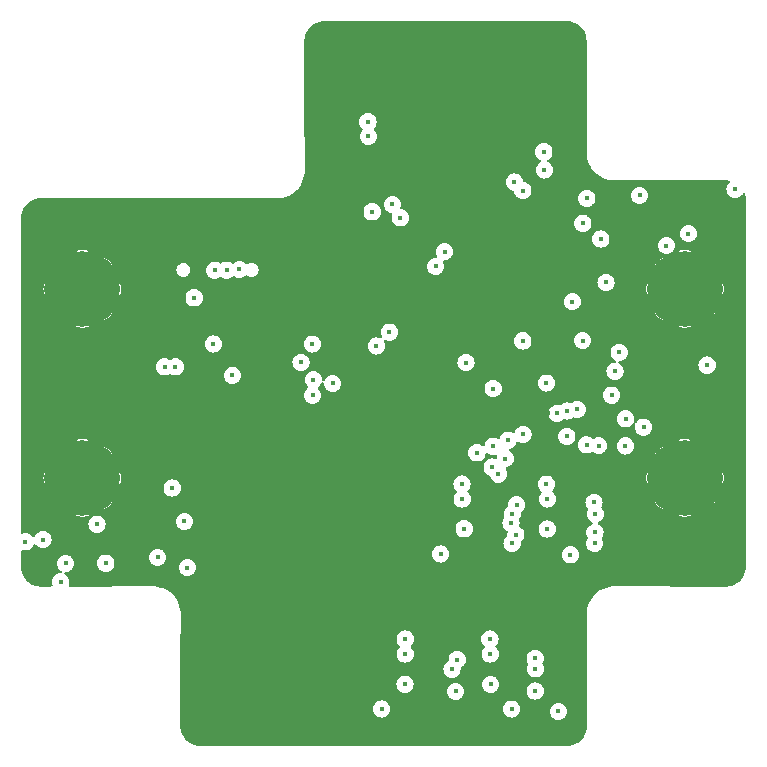
<source format=gbr>
%TF.GenerationSoftware,KiCad,Pcbnew,7.0.5*%
%TF.CreationDate,2023-09-21T20:04:05-05:00*%
%TF.ProjectId,LEDCube,4c454443-7562-4652-9e6b-696361645f70,rev?*%
%TF.SameCoordinates,Original*%
%TF.FileFunction,Copper,L2,Inr*%
%TF.FilePolarity,Positive*%
%FSLAX46Y46*%
G04 Gerber Fmt 4.6, Leading zero omitted, Abs format (unit mm)*
G04 Created by KiCad (PCBNEW 7.0.5) date 2023-09-21 20:04:05*
%MOMM*%
%LPD*%
G01*
G04 APERTURE LIST*
%TA.AperFunction,ComponentPad*%
%ADD10C,0.800000*%
%TD*%
%TA.AperFunction,ComponentPad*%
%ADD11C,6.400000*%
%TD*%
%TA.AperFunction,ViaPad*%
%ADD12C,0.450000*%
%TD*%
G04 APERTURE END LIST*
D10*
%TO.N,N/C*%
%TO.C,H100*%
X102550000Y-74750000D03*
X103252944Y-73052944D03*
X103252944Y-76447056D03*
X104950000Y-72350000D03*
D11*
%TO.N,GND*%
X104950000Y-74750000D03*
D10*
%TO.N,N/C*%
X104950000Y-77150000D03*
X106647056Y-73052944D03*
X106647056Y-76447056D03*
X107350000Y-74750000D03*
%TD*%
%TO.N,N/C*%
%TO.C,H103*%
X153550000Y-90750000D03*
X154252944Y-89052944D03*
X154252944Y-92447056D03*
X155950000Y-88350000D03*
D11*
%TO.N,GND*%
X155950000Y-90750000D03*
D10*
%TO.N,N/C*%
X155950000Y-93150000D03*
X157647056Y-89052944D03*
X157647056Y-92447056D03*
X158350000Y-90750000D03*
%TD*%
%TO.N,N/C*%
%TO.C,H101*%
X153550000Y-74750000D03*
X154252944Y-73052944D03*
X154252944Y-76447056D03*
X155950000Y-72350000D03*
D11*
%TO.N,GND*%
X155950000Y-74750000D03*
D10*
%TO.N,N/C*%
X155950000Y-77150000D03*
X157647056Y-73052944D03*
X157647056Y-76447056D03*
X158350000Y-74750000D03*
%TD*%
%TO.N,N/C*%
%TO.C,H102*%
X102550000Y-90750000D03*
X103252944Y-89052944D03*
X103252944Y-92447056D03*
X104950000Y-88350000D03*
D11*
%TO.N,GND*%
X104950000Y-90750000D03*
D10*
%TO.N,N/C*%
X104950000Y-93150000D03*
X106647056Y-89052944D03*
X106647056Y-92447056D03*
X107350000Y-90750000D03*
%TD*%
D12*
%TO.N,+3V3*%
X112830000Y-81350000D03*
X137430000Y-80990000D03*
X141280000Y-110310000D03*
X111910000Y-81350000D03*
X149280000Y-74200000D03*
X124430000Y-79420000D03*
X130280000Y-110320000D03*
X135280000Y-97200000D03*
X129120000Y-60600000D03*
X146270000Y-97260000D03*
X150400000Y-80120000D03*
%TO.N,GND*%
X104450000Y-97020000D03*
X115310000Y-81940000D03*
X105870000Y-97020000D03*
X103080000Y-71405000D03*
X126920000Y-86420000D03*
X138480000Y-90390000D03*
X101130000Y-79740000D03*
X149490000Y-69120000D03*
X117280000Y-90920000D03*
X112030000Y-77090000D03*
X104980000Y-85750000D03*
X106880000Y-83750000D03*
X101180000Y-91090000D03*
X116480000Y-98420000D03*
X108230000Y-93130000D03*
X101130000Y-73570000D03*
X120090500Y-78650000D03*
X134990000Y-64480000D03*
X159110000Y-72090000D03*
X148250000Y-67710000D03*
X159140000Y-88110000D03*
X106880000Y-79750000D03*
X101180000Y-92720000D03*
X120450000Y-75350000D03*
X144340788Y-85279212D03*
X152540000Y-69860000D03*
X124210000Y-63840000D03*
X146180000Y-103520000D03*
X101180000Y-89370000D03*
X103080000Y-69240000D03*
X103080000Y-85750000D03*
X105900000Y-69630000D03*
X103080000Y-83750000D03*
X103080000Y-81750000D03*
X118300000Y-91930000D03*
X101180000Y-85750000D03*
X110900000Y-95669500D03*
X101180000Y-83750000D03*
X104980000Y-69240000D03*
X106880000Y-71405000D03*
X101130000Y-77900000D03*
X101180000Y-81750000D03*
X115960000Y-90870000D03*
X150310000Y-90400000D03*
X104980000Y-83750000D03*
X101180000Y-87490000D03*
X106880000Y-81750000D03*
X104980000Y-81750000D03*
X120670000Y-107880000D03*
X124420000Y-81469500D03*
X101130000Y-69240000D03*
X101130000Y-75735000D03*
X101130000Y-71405000D03*
X103060000Y-87490000D03*
X121090000Y-82940000D03*
X105870000Y-97870000D03*
X106880000Y-85750000D03*
X157830000Y-84690000D03*
X104980000Y-79750000D03*
X134320000Y-103540000D03*
X106880000Y-87490000D03*
X104450000Y-97870000D03*
X110300000Y-99390000D03*
X103080000Y-79750000D03*
%TO.N,VBUS*%
X112550000Y-91610000D03*
X106180000Y-94670000D03*
X118240000Y-73100000D03*
X114410000Y-75500000D03*
%TO.N,Net-(D100-A)*%
X111310000Y-97470000D03*
X100120000Y-96160000D03*
%TO.N,Net-(D101-A)*%
X101610000Y-95970500D03*
X113580000Y-94440000D03*
%TO.N,Net-(D102-A)*%
X113840000Y-98340000D03*
X103106800Y-99553200D03*
%TO.N,MASTER_CLK*%
X146840000Y-84940000D03*
X139720000Y-88070000D03*
X136550000Y-108830000D03*
X141650000Y-95550000D03*
X152460000Y-86458000D03*
X143280000Y-108800000D03*
X148340000Y-95360000D03*
%TO.N,LATCH*%
X132280000Y-104400000D03*
X144240000Y-82710000D03*
X145960000Y-87240000D03*
X137090000Y-91265000D03*
X157840000Y-81200000D03*
X144240000Y-91280000D03*
X139450000Y-104400000D03*
%TO.N,BRIGHTNESS_PWM*%
X141233443Y-94573000D03*
X142260000Y-87060000D03*
X148260000Y-92830000D03*
X141720000Y-93027000D03*
X145140638Y-85290638D03*
X150930000Y-88040000D03*
X143280000Y-106030000D03*
X136680000Y-106137000D03*
%TO.N,Net-(IC100-RSTB)*%
X117650000Y-82060000D03*
X116030000Y-79410000D03*
%TO.N,MUX_B0*%
X140990000Y-87560000D03*
X141350000Y-93780000D03*
X139640000Y-89830000D03*
X136240000Y-106950000D03*
X140760000Y-89117000D03*
X143310000Y-106910000D03*
X148380000Y-93800000D03*
X146010448Y-85080828D03*
%TO.N,MUX_B1*%
X138350000Y-88630000D03*
X145250000Y-110520000D03*
X148320000Y-96290000D03*
X150940000Y-85750000D03*
X148665000Y-88025000D03*
X141330000Y-96300000D03*
%TO.N,MUX_B2*%
X139470000Y-105660000D03*
X147310000Y-79120000D03*
X147630000Y-87950000D03*
X142240000Y-79150000D03*
X149760000Y-83750000D03*
X137100000Y-92535000D03*
X132280000Y-105650000D03*
X144310000Y-92540000D03*
%TO.N,MUX_B3*%
X150050000Y-81720000D03*
X144300000Y-95080000D03*
X137270000Y-95060000D03*
X140170000Y-90430000D03*
X132270000Y-108220000D03*
X139520000Y-108230000D03*
X139730000Y-83200000D03*
%TO.N,BMA400_INT1*%
X148840000Y-70520000D03*
X131860000Y-68730000D03*
%TO.N,SDA*%
X129480000Y-68220000D03*
X147320000Y-69190000D03*
%TO.N,SCL*%
X147660000Y-67080000D03*
X131190000Y-67600000D03*
%TO.N,IO0*%
X154400000Y-71080000D03*
X146430000Y-75830000D03*
%TO.N,TXD*%
X134852513Y-72842513D03*
X144055000Y-64675000D03*
X142235250Y-66435250D03*
X124502478Y-82440500D03*
%TO.N,RXD*%
X141520000Y-65700000D03*
X144019500Y-63140000D03*
X129834500Y-79590000D03*
X130950000Y-78410000D03*
X135620000Y-71600000D03*
X126143200Y-82753200D03*
%TO.N,D-*%
X116140000Y-73170000D03*
X117150000Y-73170000D03*
%TO.N,RTS*%
X160210000Y-66320000D03*
X124435500Y-83760000D03*
%TO.N,DTR*%
X123450000Y-80970000D03*
X156260000Y-70070000D03*
%TO.N,Net-(IC101-PROG)*%
X103527998Y-97980000D03*
X106930000Y-97969500D03*
%TO.N,EN*%
X152120000Y-66840000D03*
X129160000Y-61830000D03*
%TD*%
%TA.AperFunction,Conductor*%
%TO.N,GND*%
G36*
X105685589Y-89018242D02*
G01*
X105734284Y-89068348D01*
X105747934Y-89113250D01*
X105761382Y-89241200D01*
X105761383Y-89241203D01*
X105819874Y-89421221D01*
X105819877Y-89421228D01*
X105914523Y-89585160D01*
X105988698Y-89667539D01*
X106041185Y-89725832D01*
X106194321Y-89837092D01*
X106194326Y-89837095D01*
X106367248Y-89914086D01*
X106367253Y-89914088D01*
X106552410Y-89953444D01*
X106552411Y-89953444D01*
X106576972Y-89953444D01*
X106644011Y-89973129D01*
X106689766Y-90025933D01*
X106699710Y-90095091D01*
X106670685Y-90158647D01*
X106669191Y-90160337D01*
X106617467Y-90217784D01*
X106617465Y-90217785D01*
X106617464Y-90217788D01*
X106522821Y-90381715D01*
X106522818Y-90381722D01*
X106464327Y-90561740D01*
X106464326Y-90561744D01*
X106444540Y-90750000D01*
X106464326Y-90938256D01*
X106464327Y-90938259D01*
X106522818Y-91118277D01*
X106522821Y-91118284D01*
X106616187Y-91280000D01*
X106617467Y-91282216D01*
X106669123Y-91339586D01*
X106699352Y-91402575D01*
X106690727Y-91471910D01*
X106645986Y-91525576D01*
X106579333Y-91546534D01*
X106576972Y-91546556D01*
X106552410Y-91546556D01*
X106519953Y-91553454D01*
X106367253Y-91585911D01*
X106367248Y-91585913D01*
X106194326Y-91662904D01*
X106194321Y-91662907D01*
X106041185Y-91774167D01*
X105914522Y-91914841D01*
X105819877Y-92078771D01*
X105819874Y-92078778D01*
X105761383Y-92258796D01*
X105761382Y-92258800D01*
X105748902Y-92377544D01*
X105747935Y-92386746D01*
X105721350Y-92451360D01*
X105664053Y-92491345D01*
X105594234Y-92494005D01*
X105551729Y-92474102D01*
X105402734Y-92365851D01*
X105402729Y-92365848D01*
X105229807Y-92288857D01*
X105229802Y-92288855D01*
X105084001Y-92257865D01*
X105044646Y-92249500D01*
X104855354Y-92249500D01*
X104822897Y-92256398D01*
X104670197Y-92288855D01*
X104670192Y-92288857D01*
X104497271Y-92365848D01*
X104348270Y-92474103D01*
X104282463Y-92497582D01*
X104214410Y-92481756D01*
X104165715Y-92431650D01*
X104152065Y-92386751D01*
X104138618Y-92258800D01*
X104080123Y-92078772D01*
X103985477Y-91914840D01*
X103858815Y-91774168D01*
X103856466Y-91772461D01*
X103705678Y-91662907D01*
X103705673Y-91662904D01*
X103532751Y-91585913D01*
X103532746Y-91585911D01*
X103386944Y-91554921D01*
X103347590Y-91546556D01*
X103323028Y-91546556D01*
X103255989Y-91526871D01*
X103210234Y-91474067D01*
X103200290Y-91404909D01*
X103229315Y-91341353D01*
X103230808Y-91339662D01*
X103282533Y-91282216D01*
X103377179Y-91118284D01*
X103435674Y-90938256D01*
X103455460Y-90750000D01*
X103435674Y-90561744D01*
X103377179Y-90381716D01*
X103282533Y-90217784D01*
X103230876Y-90160413D01*
X103200648Y-90097425D01*
X103209273Y-90028090D01*
X103254014Y-89974424D01*
X103320667Y-89953466D01*
X103323028Y-89953444D01*
X103347588Y-89953444D01*
X103347590Y-89953444D01*
X103532747Y-89914088D01*
X103705674Y-89837095D01*
X103858815Y-89725832D01*
X103985477Y-89585160D01*
X104080123Y-89421228D01*
X104138618Y-89241200D01*
X104152065Y-89113249D01*
X104178648Y-89048640D01*
X104235945Y-89008654D01*
X104305764Y-89005994D01*
X104348270Y-89025897D01*
X104497265Y-89134148D01*
X104497270Y-89134151D01*
X104670192Y-89211142D01*
X104670197Y-89211144D01*
X104855354Y-89250500D01*
X104855355Y-89250500D01*
X105044644Y-89250500D01*
X105044646Y-89250500D01*
X105229803Y-89211144D01*
X105402730Y-89134151D01*
X105551730Y-89025895D01*
X105617535Y-89002417D01*
X105685589Y-89018242D01*
G37*
%TD.AperFunction*%
%TA.AperFunction,Conductor*%
G36*
X156685589Y-89018242D02*
G01*
X156734284Y-89068348D01*
X156747934Y-89113250D01*
X156761382Y-89241200D01*
X156761383Y-89241203D01*
X156819874Y-89421221D01*
X156819877Y-89421228D01*
X156914523Y-89585160D01*
X156988698Y-89667539D01*
X157041185Y-89725832D01*
X157194321Y-89837092D01*
X157194326Y-89837095D01*
X157367248Y-89914086D01*
X157367253Y-89914088D01*
X157552410Y-89953444D01*
X157552411Y-89953444D01*
X157576972Y-89953444D01*
X157644011Y-89973129D01*
X157689766Y-90025933D01*
X157699710Y-90095091D01*
X157670685Y-90158647D01*
X157669191Y-90160337D01*
X157617467Y-90217784D01*
X157617465Y-90217785D01*
X157617464Y-90217788D01*
X157522821Y-90381715D01*
X157522818Y-90381722D01*
X157464327Y-90561740D01*
X157464326Y-90561744D01*
X157444540Y-90750000D01*
X157464326Y-90938256D01*
X157464327Y-90938259D01*
X157522818Y-91118277D01*
X157522821Y-91118284D01*
X157616187Y-91280000D01*
X157617467Y-91282216D01*
X157669123Y-91339586D01*
X157699352Y-91402575D01*
X157690727Y-91471910D01*
X157645986Y-91525576D01*
X157579333Y-91546534D01*
X157576972Y-91546556D01*
X157552410Y-91546556D01*
X157519953Y-91553454D01*
X157367253Y-91585911D01*
X157367248Y-91585913D01*
X157194326Y-91662904D01*
X157194321Y-91662907D01*
X157041185Y-91774167D01*
X156914522Y-91914841D01*
X156819877Y-92078771D01*
X156819874Y-92078778D01*
X156761383Y-92258796D01*
X156761382Y-92258800D01*
X156748902Y-92377544D01*
X156747935Y-92386746D01*
X156721350Y-92451360D01*
X156664053Y-92491345D01*
X156594234Y-92494005D01*
X156551729Y-92474102D01*
X156402734Y-92365851D01*
X156402729Y-92365848D01*
X156229807Y-92288857D01*
X156229802Y-92288855D01*
X156084001Y-92257865D01*
X156044646Y-92249500D01*
X155855354Y-92249500D01*
X155822897Y-92256398D01*
X155670197Y-92288855D01*
X155670192Y-92288857D01*
X155497271Y-92365848D01*
X155348270Y-92474103D01*
X155282463Y-92497582D01*
X155214410Y-92481756D01*
X155165715Y-92431650D01*
X155152065Y-92386751D01*
X155138618Y-92258800D01*
X155080123Y-92078772D01*
X154985477Y-91914840D01*
X154858815Y-91774168D01*
X154856466Y-91772461D01*
X154705678Y-91662907D01*
X154705673Y-91662904D01*
X154532751Y-91585913D01*
X154532746Y-91585911D01*
X154386945Y-91554921D01*
X154347590Y-91546556D01*
X154323028Y-91546556D01*
X154255989Y-91526871D01*
X154210234Y-91474067D01*
X154200290Y-91404909D01*
X154229315Y-91341353D01*
X154230808Y-91339662D01*
X154282533Y-91282216D01*
X154377179Y-91118284D01*
X154435674Y-90938256D01*
X154455460Y-90750000D01*
X154435674Y-90561744D01*
X154377179Y-90381716D01*
X154282533Y-90217784D01*
X154230876Y-90160413D01*
X154200648Y-90097425D01*
X154209273Y-90028090D01*
X154254014Y-89974424D01*
X154320667Y-89953466D01*
X154323028Y-89953444D01*
X154347588Y-89953444D01*
X154347590Y-89953444D01*
X154532747Y-89914088D01*
X154705674Y-89837095D01*
X154858815Y-89725832D01*
X154985477Y-89585160D01*
X155080123Y-89421228D01*
X155138618Y-89241200D01*
X155152065Y-89113249D01*
X155178648Y-89048640D01*
X155235945Y-89008654D01*
X155305764Y-89005994D01*
X155348270Y-89025897D01*
X155497265Y-89134148D01*
X155497270Y-89134151D01*
X155670192Y-89211142D01*
X155670197Y-89211144D01*
X155855354Y-89250500D01*
X155855355Y-89250500D01*
X156044644Y-89250500D01*
X156044646Y-89250500D01*
X156229803Y-89211144D01*
X156402730Y-89134151D01*
X156551730Y-89025895D01*
X156617535Y-89002417D01*
X156685589Y-89018242D01*
G37*
%TD.AperFunction*%
%TA.AperFunction,Conductor*%
G36*
X105685589Y-73018242D02*
G01*
X105734284Y-73068348D01*
X105747934Y-73113250D01*
X105761382Y-73241200D01*
X105761383Y-73241203D01*
X105819874Y-73421221D01*
X105819877Y-73421228D01*
X105914523Y-73585160D01*
X105991641Y-73670808D01*
X106041185Y-73725832D01*
X106194321Y-73837092D01*
X106194326Y-73837095D01*
X106367248Y-73914086D01*
X106367253Y-73914088D01*
X106552410Y-73953444D01*
X106552411Y-73953444D01*
X106576972Y-73953444D01*
X106644011Y-73973129D01*
X106689766Y-74025933D01*
X106699710Y-74095091D01*
X106670685Y-74158647D01*
X106669191Y-74160337D01*
X106617467Y-74217784D01*
X106617465Y-74217785D01*
X106617464Y-74217788D01*
X106522821Y-74381715D01*
X106522818Y-74381722D01*
X106478937Y-74516775D01*
X106464326Y-74561744D01*
X106444540Y-74750000D01*
X106464326Y-74938256D01*
X106464327Y-74938259D01*
X106522818Y-75118277D01*
X106522821Y-75118284D01*
X106617467Y-75282216D01*
X106669123Y-75339586D01*
X106699352Y-75402575D01*
X106690727Y-75471910D01*
X106645986Y-75525576D01*
X106579333Y-75546534D01*
X106576972Y-75546556D01*
X106552410Y-75546556D01*
X106519953Y-75553454D01*
X106367253Y-75585911D01*
X106367248Y-75585913D01*
X106194326Y-75662904D01*
X106194321Y-75662907D01*
X106041185Y-75774167D01*
X105914522Y-75914841D01*
X105819877Y-76078771D01*
X105819874Y-76078778D01*
X105761383Y-76258796D01*
X105761382Y-76258800D01*
X105758223Y-76288857D01*
X105747935Y-76386746D01*
X105721350Y-76451360D01*
X105664053Y-76491345D01*
X105594234Y-76494005D01*
X105551729Y-76474102D01*
X105402734Y-76365851D01*
X105402729Y-76365848D01*
X105229807Y-76288857D01*
X105229802Y-76288855D01*
X105084000Y-76257865D01*
X105044646Y-76249500D01*
X104855354Y-76249500D01*
X104822897Y-76256398D01*
X104670197Y-76288855D01*
X104670192Y-76288857D01*
X104497271Y-76365848D01*
X104348270Y-76474103D01*
X104282463Y-76497582D01*
X104214410Y-76481756D01*
X104165715Y-76431650D01*
X104152065Y-76386751D01*
X104138618Y-76258800D01*
X104080123Y-76078772D01*
X103985477Y-75914840D01*
X103858815Y-75774168D01*
X103791342Y-75725146D01*
X103705678Y-75662907D01*
X103705673Y-75662904D01*
X103532751Y-75585913D01*
X103532746Y-75585911D01*
X103386945Y-75554921D01*
X103347590Y-75546556D01*
X103323028Y-75546556D01*
X103255989Y-75526871D01*
X103210234Y-75474067D01*
X103200290Y-75404909D01*
X103229315Y-75341353D01*
X103230808Y-75339662D01*
X103282533Y-75282216D01*
X103377179Y-75118284D01*
X103435674Y-74938256D01*
X103455460Y-74750000D01*
X103435674Y-74561744D01*
X103377179Y-74381716D01*
X103282533Y-74217784D01*
X103230876Y-74160413D01*
X103200648Y-74097425D01*
X103209273Y-74028090D01*
X103254014Y-73974424D01*
X103320667Y-73953466D01*
X103323028Y-73953444D01*
X103347588Y-73953444D01*
X103347590Y-73953444D01*
X103532747Y-73914088D01*
X103705674Y-73837095D01*
X103858815Y-73725832D01*
X103985477Y-73585160D01*
X104080123Y-73421228D01*
X104138618Y-73241200D01*
X104152065Y-73113249D01*
X104178648Y-73048640D01*
X104235945Y-73008654D01*
X104305764Y-73005994D01*
X104348270Y-73025897D01*
X104497265Y-73134148D01*
X104497270Y-73134151D01*
X104670192Y-73211142D01*
X104670197Y-73211144D01*
X104855354Y-73250500D01*
X104855355Y-73250500D01*
X105044644Y-73250500D01*
X105044646Y-73250500D01*
X105229803Y-73211144D01*
X105402730Y-73134151D01*
X105551730Y-73025895D01*
X105617535Y-73002417D01*
X105685589Y-73018242D01*
G37*
%TD.AperFunction*%
%TA.AperFunction,Conductor*%
G36*
X156685589Y-73018242D02*
G01*
X156734284Y-73068348D01*
X156747934Y-73113250D01*
X156761382Y-73241200D01*
X156761383Y-73241203D01*
X156819874Y-73421221D01*
X156819877Y-73421228D01*
X156914523Y-73585160D01*
X156991641Y-73670808D01*
X157041185Y-73725832D01*
X157194321Y-73837092D01*
X157194326Y-73837095D01*
X157367248Y-73914086D01*
X157367253Y-73914088D01*
X157552410Y-73953444D01*
X157552411Y-73953444D01*
X157576972Y-73953444D01*
X157644011Y-73973129D01*
X157689766Y-74025933D01*
X157699710Y-74095091D01*
X157670685Y-74158647D01*
X157669191Y-74160337D01*
X157617467Y-74217784D01*
X157617465Y-74217785D01*
X157617464Y-74217788D01*
X157522821Y-74381715D01*
X157522818Y-74381722D01*
X157478937Y-74516775D01*
X157464326Y-74561744D01*
X157444540Y-74750000D01*
X157464326Y-74938256D01*
X157464327Y-74938259D01*
X157522818Y-75118277D01*
X157522821Y-75118284D01*
X157617467Y-75282216D01*
X157669123Y-75339586D01*
X157699352Y-75402575D01*
X157690727Y-75471910D01*
X157645986Y-75525576D01*
X157579333Y-75546534D01*
X157576972Y-75546556D01*
X157552410Y-75546556D01*
X157519953Y-75553454D01*
X157367253Y-75585911D01*
X157367248Y-75585913D01*
X157194326Y-75662904D01*
X157194321Y-75662907D01*
X157041185Y-75774167D01*
X156914522Y-75914841D01*
X156819877Y-76078771D01*
X156819874Y-76078778D01*
X156761383Y-76258796D01*
X156761382Y-76258800D01*
X156758223Y-76288857D01*
X156747935Y-76386746D01*
X156721350Y-76451360D01*
X156664053Y-76491345D01*
X156594234Y-76494005D01*
X156551729Y-76474102D01*
X156402734Y-76365851D01*
X156402729Y-76365848D01*
X156229807Y-76288857D01*
X156229802Y-76288855D01*
X156084001Y-76257865D01*
X156044646Y-76249500D01*
X155855354Y-76249500D01*
X155822897Y-76256398D01*
X155670197Y-76288855D01*
X155670192Y-76288857D01*
X155497271Y-76365848D01*
X155348270Y-76474103D01*
X155282463Y-76497582D01*
X155214410Y-76481756D01*
X155165715Y-76431650D01*
X155152065Y-76386751D01*
X155138618Y-76258800D01*
X155080123Y-76078772D01*
X154985477Y-75914840D01*
X154858815Y-75774168D01*
X154791342Y-75725146D01*
X154705678Y-75662907D01*
X154705673Y-75662904D01*
X154532751Y-75585913D01*
X154532746Y-75585911D01*
X154386945Y-75554921D01*
X154347590Y-75546556D01*
X154323028Y-75546556D01*
X154255989Y-75526871D01*
X154210234Y-75474067D01*
X154200290Y-75404909D01*
X154229315Y-75341353D01*
X154230808Y-75339662D01*
X154282533Y-75282216D01*
X154377179Y-75118284D01*
X154435674Y-74938256D01*
X154455460Y-74750000D01*
X154435674Y-74561744D01*
X154377179Y-74381716D01*
X154282533Y-74217784D01*
X154230876Y-74160413D01*
X154200648Y-74097425D01*
X154209273Y-74028090D01*
X154254014Y-73974424D01*
X154320667Y-73953466D01*
X154323028Y-73953444D01*
X154347588Y-73953444D01*
X154347590Y-73953444D01*
X154532747Y-73914088D01*
X154705674Y-73837095D01*
X154858815Y-73725832D01*
X154985477Y-73585160D01*
X155080123Y-73421228D01*
X155138618Y-73241200D01*
X155152065Y-73113249D01*
X155178648Y-73048640D01*
X155235945Y-73008654D01*
X155305764Y-73005994D01*
X155348270Y-73025897D01*
X155497265Y-73134148D01*
X155497270Y-73134151D01*
X155670192Y-73211142D01*
X155670197Y-73211144D01*
X155855354Y-73250500D01*
X155855355Y-73250500D01*
X156044644Y-73250500D01*
X156044646Y-73250500D01*
X156229803Y-73211144D01*
X156402730Y-73134151D01*
X156551730Y-73025895D01*
X156617535Y-73002417D01*
X156685589Y-73018242D01*
G37*
%TD.AperFunction*%
%TA.AperFunction,Conductor*%
G36*
X145898194Y-52054715D02*
G01*
X145943575Y-52054714D01*
X145947995Y-52054871D01*
X146178813Y-52071378D01*
X146196312Y-52073894D01*
X146415926Y-52121667D01*
X146432899Y-52126651D01*
X146643478Y-52205192D01*
X146659566Y-52212539D01*
X146856838Y-52320256D01*
X146871703Y-52329810D01*
X147051626Y-52464498D01*
X147064997Y-52476084D01*
X147223915Y-52635002D01*
X147235501Y-52648373D01*
X147370184Y-52828289D01*
X147379745Y-52843165D01*
X147475559Y-53018637D01*
X147487458Y-53040428D01*
X147494807Y-53056521D01*
X147573348Y-53267100D01*
X147578332Y-53284075D01*
X147626103Y-53503679D01*
X147628621Y-53521192D01*
X147645126Y-53751990D01*
X147645284Y-53756424D01*
X147643721Y-63193443D01*
X147643714Y-63193548D01*
X147643714Y-63243403D01*
X147643708Y-63275938D01*
X147643713Y-63276052D01*
X147643713Y-63384941D01*
X147677258Y-63661224D01*
X147743861Y-63931448D01*
X147842552Y-64191672D01*
X147971888Y-64438104D01*
X147971889Y-64438106D01*
X148129976Y-64667134D01*
X148129978Y-64667136D01*
X148129984Y-64667144D01*
X148314537Y-64875463D01*
X148522856Y-65060016D01*
X148522862Y-65060020D01*
X148522863Y-65060021D01*
X148522865Y-65060023D01*
X148751893Y-65218110D01*
X148751895Y-65218111D01*
X148751897Y-65218112D01*
X148751900Y-65218114D01*
X148998332Y-65347450D01*
X149206573Y-65426425D01*
X149258551Y-65446138D01*
X149258553Y-65446138D01*
X149258557Y-65446140D01*
X149445450Y-65492203D01*
X149528775Y-65512741D01*
X149528776Y-65512741D01*
X149528780Y-65512742D01*
X149805061Y-65546287D01*
X149944144Y-65546286D01*
X151443570Y-65547614D01*
X159398200Y-65554663D01*
X159398849Y-65554714D01*
X159408191Y-65554714D01*
X159408194Y-65554715D01*
X159453580Y-65554714D01*
X159458003Y-65554871D01*
X159645506Y-65568281D01*
X159710970Y-65592697D01*
X159752841Y-65648631D01*
X159757826Y-65718322D01*
X159724342Y-65779646D01*
X159639191Y-65864797D01*
X159552210Y-66003225D01*
X159498212Y-66157544D01*
X159479909Y-66319996D01*
X159479909Y-66320003D01*
X159498212Y-66482455D01*
X159552210Y-66636774D01*
X159595164Y-66705134D01*
X159639192Y-66775204D01*
X159754796Y-66890808D01*
X159893225Y-66977789D01*
X160047539Y-67031786D01*
X160047542Y-67031786D01*
X160047544Y-67031787D01*
X160209996Y-67050091D01*
X160210000Y-67050091D01*
X160210004Y-67050091D01*
X160372455Y-67031787D01*
X160372456Y-67031786D01*
X160372461Y-67031786D01*
X160526775Y-66977789D01*
X160665204Y-66890808D01*
X160780808Y-66775204D01*
X160839061Y-66682495D01*
X160891394Y-66636204D01*
X160960448Y-66625555D01*
X161024296Y-66653930D01*
X161060236Y-66705134D01*
X161083348Y-66767100D01*
X161088332Y-66784075D01*
X161136103Y-67003679D01*
X161138621Y-67021192D01*
X161155126Y-67251988D01*
X161155284Y-67256432D01*
X161145304Y-98188669D01*
X161145285Y-98188919D01*
X161145285Y-98243575D01*
X161145127Y-98247999D01*
X161128621Y-98478807D01*
X161126103Y-98496320D01*
X161078332Y-98715924D01*
X161073348Y-98732899D01*
X160994807Y-98943478D01*
X160987458Y-98959571D01*
X160879750Y-99156826D01*
X160870184Y-99171710D01*
X160735501Y-99351626D01*
X160723915Y-99364997D01*
X160564997Y-99523915D01*
X160551626Y-99535501D01*
X160371710Y-99670184D01*
X160356826Y-99679750D01*
X160159571Y-99787458D01*
X160143478Y-99794807D01*
X159932899Y-99873348D01*
X159915924Y-99878332D01*
X159696320Y-99926103D01*
X159678807Y-99928621D01*
X159448008Y-99945126D01*
X159443574Y-99945284D01*
X150006703Y-99943721D01*
X150006603Y-99943714D01*
X150001811Y-99943714D01*
X149956618Y-99943714D01*
X149924135Y-99943708D01*
X149924016Y-99943713D01*
X149815058Y-99943713D01*
X149538775Y-99977258D01*
X149268551Y-100043861D01*
X149008327Y-100142552D01*
X148761895Y-100271888D01*
X148761893Y-100271889D01*
X148532865Y-100429976D01*
X148532863Y-100429978D01*
X148532857Y-100429983D01*
X148532856Y-100429984D01*
X148401567Y-100546295D01*
X148324537Y-100614537D01*
X148139978Y-100822863D01*
X148139976Y-100822865D01*
X147981889Y-101051893D01*
X147981888Y-101051895D01*
X147852552Y-101298327D01*
X147753861Y-101558551D01*
X147687258Y-101828775D01*
X147653713Y-102105058D01*
X147653713Y-102177644D01*
X147653703Y-102177764D01*
X147653713Y-102242441D01*
X147653714Y-102244252D01*
X147653714Y-102301349D01*
X147653723Y-102301472D01*
X147655284Y-111753577D01*
X147655126Y-111758011D01*
X147638621Y-111988807D01*
X147636103Y-112006320D01*
X147588332Y-112225924D01*
X147583348Y-112242899D01*
X147504807Y-112453478D01*
X147497458Y-112469571D01*
X147389750Y-112666826D01*
X147380184Y-112681710D01*
X147245501Y-112861626D01*
X147233915Y-112874997D01*
X147074997Y-113033915D01*
X147061626Y-113045501D01*
X146881710Y-113180184D01*
X146866826Y-113189750D01*
X146669571Y-113297458D01*
X146653478Y-113304807D01*
X146442899Y-113383348D01*
X146425924Y-113388332D01*
X146206320Y-113436103D01*
X146188807Y-113438621D01*
X145957999Y-113455127D01*
X145953575Y-113455285D01*
X145898206Y-113455285D01*
X145898194Y-113455286D01*
X115001806Y-113455286D01*
X115001794Y-113455285D01*
X114946424Y-113455285D01*
X114942000Y-113455127D01*
X114711192Y-113438621D01*
X114693679Y-113436103D01*
X114474075Y-113388332D01*
X114457100Y-113383348D01*
X114246521Y-113304807D01*
X114230428Y-113297458D01*
X114208637Y-113285559D01*
X114033165Y-113189745D01*
X114018293Y-113180186D01*
X113838373Y-113045501D01*
X113825002Y-113033915D01*
X113666084Y-112874997D01*
X113654498Y-112861626D01*
X113519810Y-112681703D01*
X113510256Y-112666838D01*
X113402539Y-112469566D01*
X113395192Y-112453478D01*
X113316651Y-112242899D01*
X113311667Y-112225924D01*
X113299767Y-112171220D01*
X113263894Y-112006312D01*
X113261378Y-111988807D01*
X113254665Y-111894939D01*
X113244873Y-111758011D01*
X113244716Y-111753549D01*
X113246460Y-110320003D01*
X129549909Y-110320003D01*
X129568212Y-110482455D01*
X129622210Y-110636774D01*
X129702909Y-110765204D01*
X129709192Y-110775204D01*
X129824796Y-110890808D01*
X129963225Y-110977789D01*
X130117539Y-111031786D01*
X130117542Y-111031786D01*
X130117544Y-111031787D01*
X130279996Y-111050091D01*
X130280000Y-111050091D01*
X130280004Y-111050091D01*
X130442455Y-111031787D01*
X130442456Y-111031786D01*
X130442461Y-111031786D01*
X130596775Y-110977789D01*
X130735204Y-110890808D01*
X130850808Y-110775204D01*
X130937789Y-110636775D01*
X130991786Y-110482461D01*
X130992913Y-110472461D01*
X131010091Y-110320003D01*
X131010091Y-110319996D01*
X131008965Y-110310003D01*
X140549909Y-110310003D01*
X140568212Y-110472455D01*
X140622210Y-110626774D01*
X140628494Y-110636775D01*
X140709192Y-110765204D01*
X140824796Y-110880808D01*
X140963225Y-110967789D01*
X141117539Y-111021786D01*
X141117542Y-111021786D01*
X141117544Y-111021787D01*
X141279996Y-111040091D01*
X141280000Y-111040091D01*
X141280004Y-111040091D01*
X141442455Y-111021787D01*
X141442456Y-111021786D01*
X141442461Y-111021786D01*
X141596775Y-110967789D01*
X141735204Y-110880808D01*
X141850808Y-110765204D01*
X141937789Y-110626775D01*
X141975150Y-110520003D01*
X144519909Y-110520003D01*
X144538212Y-110682455D01*
X144592210Y-110836774D01*
X144626162Y-110890808D01*
X144679192Y-110975204D01*
X144794796Y-111090808D01*
X144933225Y-111177789D01*
X145087539Y-111231786D01*
X145087542Y-111231786D01*
X145087544Y-111231787D01*
X145249996Y-111250091D01*
X145250000Y-111250091D01*
X145250004Y-111250091D01*
X145412455Y-111231787D01*
X145412456Y-111231786D01*
X145412461Y-111231786D01*
X145566775Y-111177789D01*
X145705204Y-111090808D01*
X145820808Y-110975204D01*
X145907789Y-110836775D01*
X145961786Y-110682461D01*
X145966934Y-110636774D01*
X145980091Y-110520003D01*
X145980091Y-110519996D01*
X145961787Y-110357544D01*
X145961786Y-110357542D01*
X145961786Y-110357539D01*
X145907789Y-110203225D01*
X145820808Y-110064796D01*
X145705204Y-109949192D01*
X145566774Y-109862210D01*
X145412455Y-109808212D01*
X145250004Y-109789909D01*
X145249996Y-109789909D01*
X145087544Y-109808212D01*
X144933225Y-109862210D01*
X144794795Y-109949192D01*
X144679192Y-110064795D01*
X144592210Y-110203225D01*
X144538212Y-110357544D01*
X144519909Y-110519996D01*
X144519909Y-110520003D01*
X141975150Y-110520003D01*
X141991786Y-110472461D01*
X142008964Y-110320003D01*
X142010091Y-110310003D01*
X142010091Y-110309996D01*
X141991787Y-110147544D01*
X141991786Y-110147542D01*
X141991786Y-110147539D01*
X141937789Y-109993225D01*
X141850808Y-109854796D01*
X141735204Y-109739192D01*
X141612690Y-109662211D01*
X141596774Y-109652210D01*
X141442455Y-109598212D01*
X141280004Y-109579909D01*
X141279996Y-109579909D01*
X141117544Y-109598212D01*
X140963225Y-109652210D01*
X140824795Y-109739192D01*
X140709192Y-109854795D01*
X140622210Y-109993225D01*
X140568212Y-110147544D01*
X140549909Y-110309996D01*
X140549909Y-110310003D01*
X131008965Y-110310003D01*
X130991787Y-110157544D01*
X130991786Y-110157542D01*
X130991786Y-110157539D01*
X130937789Y-110003225D01*
X130850808Y-109864796D01*
X130735204Y-109749192D01*
X130719289Y-109739192D01*
X130596774Y-109662210D01*
X130442455Y-109608212D01*
X130280004Y-109589909D01*
X130279996Y-109589909D01*
X130117544Y-109608212D01*
X129963225Y-109662210D01*
X129824795Y-109749192D01*
X129709192Y-109864795D01*
X129622210Y-110003225D01*
X129568212Y-110157544D01*
X129549909Y-110319996D01*
X129549909Y-110320003D01*
X113246460Y-110320003D01*
X113249015Y-108220003D01*
X131539909Y-108220003D01*
X131558212Y-108382455D01*
X131612210Y-108536774D01*
X131694376Y-108667539D01*
X131699192Y-108675204D01*
X131814796Y-108790808D01*
X131953225Y-108877789D01*
X132107539Y-108931786D01*
X132107542Y-108931786D01*
X132107544Y-108931787D01*
X132269996Y-108950091D01*
X132270000Y-108950091D01*
X132270004Y-108950091D01*
X132432455Y-108931787D01*
X132432456Y-108931786D01*
X132432461Y-108931786D01*
X132586775Y-108877789D01*
X132662826Y-108830003D01*
X135819909Y-108830003D01*
X135838212Y-108992455D01*
X135892210Y-109146774D01*
X135892211Y-109146775D01*
X135979192Y-109285204D01*
X136094796Y-109400808D01*
X136233225Y-109487789D01*
X136387539Y-109541786D01*
X136387542Y-109541786D01*
X136387544Y-109541787D01*
X136549996Y-109560091D01*
X136550000Y-109560091D01*
X136550004Y-109560091D01*
X136712455Y-109541787D01*
X136712456Y-109541786D01*
X136712461Y-109541786D01*
X136866775Y-109487789D01*
X137005204Y-109400808D01*
X137120808Y-109285204D01*
X137207789Y-109146775D01*
X137261786Y-108992461D01*
X137261787Y-108992455D01*
X137280091Y-108830003D01*
X137280091Y-108829996D01*
X137261787Y-108667544D01*
X137261786Y-108667542D01*
X137261786Y-108667539D01*
X137207789Y-108513225D01*
X137120808Y-108374796D01*
X137005204Y-108259192D01*
X136958750Y-108230003D01*
X138789909Y-108230003D01*
X138808212Y-108392455D01*
X138862210Y-108546774D01*
X138862211Y-108546775D01*
X138949192Y-108685204D01*
X139064796Y-108800808D01*
X139203225Y-108887789D01*
X139357539Y-108941786D01*
X139357542Y-108941786D01*
X139357544Y-108941787D01*
X139519996Y-108960091D01*
X139520000Y-108960091D01*
X139520004Y-108960091D01*
X139682455Y-108941787D01*
X139682456Y-108941786D01*
X139682461Y-108941786D01*
X139836775Y-108887789D01*
X139975204Y-108800808D01*
X139976009Y-108800003D01*
X142549909Y-108800003D01*
X142568212Y-108962455D01*
X142622210Y-109116774D01*
X142641061Y-109146775D01*
X142709192Y-109255204D01*
X142824796Y-109370808D01*
X142963225Y-109457789D01*
X143117539Y-109511786D01*
X143117542Y-109511786D01*
X143117544Y-109511787D01*
X143279996Y-109530091D01*
X143280000Y-109530091D01*
X143280004Y-109530091D01*
X143442455Y-109511787D01*
X143442456Y-109511786D01*
X143442461Y-109511786D01*
X143596775Y-109457789D01*
X143735204Y-109370808D01*
X143850808Y-109255204D01*
X143937789Y-109116775D01*
X143991786Y-108962461D01*
X143993180Y-108950091D01*
X144010091Y-108800003D01*
X144010091Y-108799996D01*
X143991787Y-108637544D01*
X143991786Y-108637542D01*
X143991786Y-108637539D01*
X143937789Y-108483225D01*
X143850808Y-108344796D01*
X143735204Y-108229192D01*
X143644518Y-108172210D01*
X143596774Y-108142210D01*
X143442455Y-108088212D01*
X143280004Y-108069909D01*
X143279996Y-108069909D01*
X143117544Y-108088212D01*
X142963225Y-108142210D01*
X142824795Y-108229192D01*
X142709192Y-108344795D01*
X142622210Y-108483225D01*
X142568212Y-108637544D01*
X142549909Y-108799996D01*
X142549909Y-108800003D01*
X139976009Y-108800003D01*
X140090808Y-108685204D01*
X140177789Y-108546775D01*
X140231786Y-108392461D01*
X140232913Y-108382461D01*
X140250091Y-108230003D01*
X140250091Y-108229996D01*
X140231787Y-108067544D01*
X140231786Y-108067542D01*
X140231786Y-108067539D01*
X140177789Y-107913225D01*
X140090808Y-107774796D01*
X139975204Y-107659192D01*
X139944805Y-107640091D01*
X139836774Y-107572210D01*
X139682455Y-107518212D01*
X139520004Y-107499909D01*
X139519996Y-107499909D01*
X139357544Y-107518212D01*
X139203225Y-107572210D01*
X139064795Y-107659192D01*
X138949192Y-107774795D01*
X138862210Y-107913225D01*
X138808212Y-108067544D01*
X138789909Y-108229996D01*
X138789909Y-108230003D01*
X136958750Y-108230003D01*
X136866774Y-108172210D01*
X136712455Y-108118212D01*
X136550004Y-108099909D01*
X136549996Y-108099909D01*
X136387544Y-108118212D01*
X136233225Y-108172210D01*
X136094795Y-108259192D01*
X135979192Y-108374795D01*
X135892210Y-108513225D01*
X135838212Y-108667544D01*
X135819909Y-108829996D01*
X135819909Y-108830003D01*
X132662826Y-108830003D01*
X132725204Y-108790808D01*
X132840808Y-108675204D01*
X132927789Y-108536775D01*
X132981786Y-108382461D01*
X132998964Y-108230003D01*
X133000091Y-108220003D01*
X133000091Y-108219996D01*
X132981787Y-108057544D01*
X132981786Y-108057542D01*
X132981786Y-108057539D01*
X132927789Y-107903225D01*
X132840808Y-107764796D01*
X132725204Y-107649192D01*
X132710720Y-107640091D01*
X132586774Y-107562210D01*
X132432455Y-107508212D01*
X132270004Y-107489909D01*
X132269996Y-107489909D01*
X132107544Y-107508212D01*
X131953225Y-107562210D01*
X131814795Y-107649192D01*
X131699192Y-107764795D01*
X131612210Y-107903225D01*
X131558212Y-108057544D01*
X131539909Y-108219996D01*
X131539909Y-108220003D01*
X113249015Y-108220003D01*
X113250560Y-106950003D01*
X135509909Y-106950003D01*
X135528212Y-107112455D01*
X135582210Y-107266774D01*
X135582211Y-107266775D01*
X135669192Y-107405204D01*
X135784796Y-107520808D01*
X135923225Y-107607789D01*
X136077539Y-107661786D01*
X136077542Y-107661786D01*
X136077544Y-107661787D01*
X136239996Y-107680091D01*
X136240000Y-107680091D01*
X136240004Y-107680091D01*
X136402455Y-107661787D01*
X136402456Y-107661786D01*
X136402461Y-107661786D01*
X136556775Y-107607789D01*
X136695204Y-107520808D01*
X136810808Y-107405204D01*
X136897789Y-107266775D01*
X136951786Y-107112461D01*
X136970091Y-106950000D01*
X136964246Y-106898134D01*
X136976301Y-106829312D01*
X137021494Y-106779256D01*
X137135204Y-106707808D01*
X137250808Y-106592204D01*
X137337789Y-106453775D01*
X137391786Y-106299461D01*
X137392603Y-106292211D01*
X137410091Y-106137003D01*
X137410091Y-106136996D01*
X137391787Y-105974544D01*
X137391786Y-105974542D01*
X137391786Y-105974539D01*
X137337789Y-105820225D01*
X137250808Y-105681796D01*
X137135204Y-105566192D01*
X137010029Y-105487539D01*
X136996774Y-105479210D01*
X136842455Y-105425212D01*
X136680004Y-105406909D01*
X136679996Y-105406909D01*
X136517544Y-105425212D01*
X136363225Y-105479210D01*
X136224795Y-105566192D01*
X136109192Y-105681795D01*
X136022210Y-105820225D01*
X135968212Y-105974544D01*
X135949909Y-106136996D01*
X135949909Y-106137004D01*
X135955752Y-106188868D01*
X135943697Y-106257690D01*
X135898504Y-106307743D01*
X135784801Y-106379187D01*
X135784795Y-106379192D01*
X135669192Y-106494795D01*
X135582210Y-106633225D01*
X135528212Y-106787544D01*
X135509909Y-106949996D01*
X135509909Y-106950003D01*
X113250560Y-106950003D01*
X113252142Y-105650003D01*
X131549909Y-105650003D01*
X131568212Y-105812455D01*
X131622210Y-105966774D01*
X131661938Y-106030000D01*
X131709192Y-106105204D01*
X131824796Y-106220808D01*
X131963225Y-106307789D01*
X132117539Y-106361786D01*
X132117542Y-106361786D01*
X132117544Y-106361787D01*
X132279996Y-106380091D01*
X132280000Y-106380091D01*
X132280004Y-106380091D01*
X132442455Y-106361787D01*
X132442456Y-106361786D01*
X132442461Y-106361786D01*
X132596775Y-106307789D01*
X132735204Y-106220808D01*
X132850808Y-106105204D01*
X132937789Y-105966775D01*
X132991786Y-105812461D01*
X132991787Y-105812455D01*
X133010091Y-105650003D01*
X133010091Y-105649996D01*
X132991787Y-105487544D01*
X132991786Y-105487542D01*
X132991786Y-105487539D01*
X132937789Y-105333225D01*
X132850808Y-105194796D01*
X132768692Y-105112680D01*
X132735208Y-105051356D01*
X132740192Y-104981665D01*
X132768689Y-104937322D01*
X132850808Y-104855204D01*
X132937789Y-104716775D01*
X132991786Y-104562461D01*
X133010091Y-104400003D01*
X138719909Y-104400003D01*
X138738212Y-104562455D01*
X138792210Y-104716774D01*
X138879192Y-104855204D01*
X138976307Y-104952319D01*
X139009792Y-105013642D01*
X139004808Y-105083334D01*
X138976307Y-105127681D01*
X138899192Y-105204795D01*
X138812210Y-105343225D01*
X138758212Y-105497544D01*
X138739909Y-105659996D01*
X138739909Y-105660003D01*
X138758212Y-105822455D01*
X138812210Y-105976774D01*
X138845656Y-106030003D01*
X138899192Y-106115204D01*
X139014796Y-106230808D01*
X139153225Y-106317789D01*
X139307539Y-106371786D01*
X139307542Y-106371786D01*
X139307544Y-106371787D01*
X139469996Y-106390091D01*
X139470000Y-106390091D01*
X139470004Y-106390091D01*
X139632455Y-106371787D01*
X139632456Y-106371786D01*
X139632461Y-106371786D01*
X139786775Y-106317789D01*
X139925204Y-106230808D01*
X140040808Y-106115204D01*
X140094344Y-106030003D01*
X142549909Y-106030003D01*
X142568212Y-106192455D01*
X142622210Y-106346774D01*
X142673185Y-106427900D01*
X142692185Y-106495137D01*
X142673186Y-106559842D01*
X142652211Y-106593224D01*
X142598212Y-106747544D01*
X142579909Y-106909996D01*
X142579909Y-106910003D01*
X142598212Y-107072455D01*
X142652210Y-107226774D01*
X142739191Y-107365203D01*
X142739192Y-107365204D01*
X142854796Y-107480808D01*
X142993225Y-107567789D01*
X143147539Y-107621786D01*
X143147542Y-107621786D01*
X143147544Y-107621787D01*
X143309996Y-107640091D01*
X143310000Y-107640091D01*
X143310004Y-107640091D01*
X143472455Y-107621787D01*
X143472456Y-107621786D01*
X143472461Y-107621786D01*
X143626775Y-107567789D01*
X143765204Y-107480808D01*
X143880808Y-107365204D01*
X143967789Y-107226775D01*
X144021786Y-107072461D01*
X144035584Y-106950000D01*
X144040091Y-106910003D01*
X144040091Y-106909996D01*
X144021787Y-106747544D01*
X144021786Y-106747542D01*
X144021786Y-106747539D01*
X143967789Y-106593225D01*
X143916814Y-106512099D01*
X143897814Y-106444863D01*
X143916816Y-106380153D01*
X143937785Y-106346781D01*
X143937789Y-106346775D01*
X143991786Y-106192461D01*
X143991786Y-106192459D01*
X143991787Y-106192457D01*
X144010091Y-106030003D01*
X144010091Y-106029996D01*
X143991787Y-105867544D01*
X143991786Y-105867542D01*
X143991786Y-105867539D01*
X143937789Y-105713225D01*
X143850808Y-105574796D01*
X143735204Y-105459192D01*
X143681129Y-105425214D01*
X143596774Y-105372210D01*
X143442455Y-105318212D01*
X143280004Y-105299909D01*
X143279996Y-105299909D01*
X143117544Y-105318212D01*
X142963225Y-105372210D01*
X142824795Y-105459192D01*
X142709192Y-105574795D01*
X142622210Y-105713225D01*
X142568212Y-105867544D01*
X142549909Y-106029996D01*
X142549909Y-106030003D01*
X140094344Y-106030003D01*
X140127789Y-105976775D01*
X140181786Y-105822461D01*
X140182913Y-105812461D01*
X140200091Y-105660003D01*
X140200091Y-105659996D01*
X140181787Y-105497544D01*
X140181786Y-105497542D01*
X140181786Y-105497539D01*
X140127789Y-105343225D01*
X140040808Y-105204796D01*
X139943692Y-105107680D01*
X139910208Y-105046358D01*
X139915192Y-104976666D01*
X139943693Y-104932319D01*
X140020808Y-104855204D01*
X140107789Y-104716775D01*
X140161786Y-104562461D01*
X140180091Y-104400000D01*
X140161786Y-104237539D01*
X140107789Y-104083225D01*
X140020808Y-103944796D01*
X139905204Y-103829192D01*
X139766774Y-103742210D01*
X139612455Y-103688212D01*
X139450004Y-103669909D01*
X139449996Y-103669909D01*
X139287544Y-103688212D01*
X139133225Y-103742210D01*
X138994795Y-103829192D01*
X138879192Y-103944795D01*
X138792210Y-104083225D01*
X138738212Y-104237544D01*
X138719909Y-104399996D01*
X138719909Y-104400003D01*
X133010091Y-104400003D01*
X133010091Y-104400000D01*
X132991786Y-104237539D01*
X132937789Y-104083225D01*
X132850808Y-103944796D01*
X132735204Y-103829192D01*
X132735203Y-103829192D01*
X132596774Y-103742210D01*
X132442455Y-103688212D01*
X132280004Y-103669909D01*
X132279996Y-103669909D01*
X132117544Y-103688212D01*
X131963225Y-103742210D01*
X131824795Y-103829192D01*
X131709192Y-103944795D01*
X131622210Y-104083225D01*
X131568212Y-104237544D01*
X131549909Y-104399996D01*
X131549909Y-104400003D01*
X131568212Y-104562455D01*
X131622210Y-104716774D01*
X131622211Y-104716775D01*
X131709192Y-104855204D01*
X131791309Y-104937321D01*
X131824792Y-104998640D01*
X131819808Y-105068332D01*
X131791308Y-105112680D01*
X131709191Y-105194797D01*
X131622210Y-105333225D01*
X131568212Y-105487544D01*
X131549909Y-105649996D01*
X131549909Y-105650003D01*
X113252142Y-105650003D01*
X113256215Y-102301924D01*
X113256286Y-102301059D01*
X113256286Y-102244756D01*
X113256289Y-102241964D01*
X113256320Y-102216736D01*
X113256319Y-102216731D01*
X113256322Y-102214340D01*
X113256286Y-102213531D01*
X113256286Y-102177644D01*
X113256287Y-102105061D01*
X113222742Y-101828780D01*
X113156140Y-101558557D01*
X113057450Y-101298332D01*
X112928114Y-101051900D01*
X112928111Y-101051895D01*
X112928110Y-101051893D01*
X112770023Y-100822865D01*
X112770021Y-100822863D01*
X112770020Y-100822862D01*
X112770016Y-100822856D01*
X112585463Y-100614537D01*
X112377144Y-100429984D01*
X112377138Y-100429980D01*
X112377136Y-100429978D01*
X112377134Y-100429976D01*
X112148106Y-100271889D01*
X112148104Y-100271888D01*
X111901672Y-100142552D01*
X111901671Y-100142551D01*
X111901668Y-100142550D01*
X111810543Y-100107990D01*
X111641448Y-100043861D01*
X111371224Y-99977258D01*
X111094942Y-99943713D01*
X111094939Y-99943713D01*
X111022792Y-99943713D01*
X111022677Y-99943703D01*
X110957616Y-99943712D01*
X110957592Y-99943713D01*
X110956838Y-99943713D01*
X110955749Y-99943714D01*
X110903316Y-99943714D01*
X110903202Y-99943722D01*
X103913161Y-99944878D01*
X103846118Y-99925205D01*
X103800354Y-99872408D01*
X103790399Y-99803251D01*
X103796096Y-99779931D01*
X103818586Y-99715661D01*
X103818587Y-99715655D01*
X103836891Y-99553203D01*
X103836891Y-99553196D01*
X103818587Y-99390744D01*
X103818586Y-99390742D01*
X103818586Y-99390739D01*
X103764589Y-99236425D01*
X103677608Y-99097996D01*
X103562004Y-98982392D01*
X103489418Y-98936783D01*
X103443127Y-98884448D01*
X103432479Y-98815394D01*
X103460854Y-98751546D01*
X103519244Y-98713174D01*
X103541507Y-98708569D01*
X103690453Y-98691787D01*
X103690454Y-98691786D01*
X103690459Y-98691786D01*
X103844773Y-98637789D01*
X103983202Y-98550808D01*
X104098806Y-98435204D01*
X104185787Y-98296775D01*
X104239784Y-98142461D01*
X104258089Y-97980000D01*
X104256906Y-97969503D01*
X106199909Y-97969503D01*
X106218212Y-98131955D01*
X106272210Y-98286274D01*
X106334206Y-98384939D01*
X106359192Y-98424704D01*
X106474796Y-98540308D01*
X106613225Y-98627289D01*
X106767539Y-98681286D01*
X106767542Y-98681286D01*
X106767544Y-98681287D01*
X106929996Y-98699591D01*
X106930000Y-98699591D01*
X106930004Y-98699591D01*
X107092455Y-98681287D01*
X107092456Y-98681286D01*
X107092461Y-98681286D01*
X107246775Y-98627289D01*
X107385204Y-98540308D01*
X107500808Y-98424704D01*
X107554029Y-98340003D01*
X113109909Y-98340003D01*
X113128212Y-98502455D01*
X113182210Y-98656774D01*
X113209114Y-98699591D01*
X113269192Y-98795204D01*
X113384796Y-98910808D01*
X113523225Y-98997789D01*
X113677539Y-99051786D01*
X113677542Y-99051786D01*
X113677544Y-99051787D01*
X113839996Y-99070091D01*
X113840000Y-99070091D01*
X113840004Y-99070091D01*
X114002455Y-99051787D01*
X114002456Y-99051786D01*
X114002461Y-99051786D01*
X114156775Y-98997789D01*
X114295204Y-98910808D01*
X114410808Y-98795204D01*
X114497789Y-98656775D01*
X114551786Y-98502461D01*
X114570091Y-98340000D01*
X114559475Y-98245784D01*
X114551787Y-98177544D01*
X114551786Y-98177542D01*
X114551786Y-98177539D01*
X114497789Y-98023225D01*
X114410808Y-97884796D01*
X114295204Y-97769192D01*
X114209283Y-97715204D01*
X114156774Y-97682210D01*
X114002455Y-97628212D01*
X113840004Y-97609909D01*
X113839996Y-97609909D01*
X113677544Y-97628212D01*
X113523225Y-97682210D01*
X113384795Y-97769192D01*
X113269192Y-97884795D01*
X113182210Y-98023225D01*
X113128212Y-98177544D01*
X113109909Y-98339996D01*
X113109909Y-98340003D01*
X107554029Y-98340003D01*
X107587789Y-98286275D01*
X107641786Y-98131961D01*
X107642256Y-98127789D01*
X107660091Y-97969503D01*
X107660091Y-97969496D01*
X107641787Y-97807044D01*
X107641786Y-97807042D01*
X107641786Y-97807039D01*
X107587789Y-97652725D01*
X107500808Y-97514296D01*
X107456515Y-97470003D01*
X110579909Y-97470003D01*
X110598212Y-97632455D01*
X110652210Y-97786774D01*
X110734533Y-97917789D01*
X110739192Y-97925204D01*
X110854796Y-98040808D01*
X110993225Y-98127789D01*
X111147539Y-98181786D01*
X111147542Y-98181786D01*
X111147544Y-98181787D01*
X111309996Y-98200091D01*
X111310000Y-98200091D01*
X111310004Y-98200091D01*
X111472455Y-98181787D01*
X111472456Y-98181786D01*
X111472461Y-98181786D01*
X111626775Y-98127789D01*
X111765204Y-98040808D01*
X111880808Y-97925204D01*
X111967789Y-97786775D01*
X112021786Y-97632461D01*
X112024327Y-97609909D01*
X112040091Y-97470003D01*
X112040091Y-97469996D01*
X112021787Y-97307544D01*
X112021786Y-97307542D01*
X112021786Y-97307539D01*
X111984157Y-97200003D01*
X134549909Y-97200003D01*
X134568212Y-97362455D01*
X134622210Y-97516774D01*
X134680731Y-97609909D01*
X134709192Y-97655204D01*
X134824796Y-97770808D01*
X134963225Y-97857789D01*
X135117539Y-97911786D01*
X135117542Y-97911786D01*
X135117544Y-97911787D01*
X135279996Y-97930091D01*
X135280000Y-97930091D01*
X135280004Y-97930091D01*
X135442455Y-97911787D01*
X135442456Y-97911786D01*
X135442461Y-97911786D01*
X135596775Y-97857789D01*
X135735204Y-97770808D01*
X135850808Y-97655204D01*
X135937789Y-97516775D01*
X135991786Y-97362461D01*
X135996321Y-97322211D01*
X136003330Y-97260003D01*
X145539909Y-97260003D01*
X145558212Y-97422455D01*
X145612210Y-97576774D01*
X145644531Y-97628212D01*
X145699192Y-97715204D01*
X145814796Y-97830808D01*
X145953225Y-97917789D01*
X146107539Y-97971786D01*
X146107542Y-97971786D01*
X146107544Y-97971787D01*
X146269996Y-97990091D01*
X146270000Y-97990091D01*
X146270004Y-97990091D01*
X146432455Y-97971787D01*
X146432456Y-97971786D01*
X146432461Y-97971786D01*
X146586775Y-97917789D01*
X146725204Y-97830808D01*
X146840808Y-97715204D01*
X146927789Y-97576775D01*
X146981786Y-97422461D01*
X146984464Y-97398692D01*
X147000091Y-97260003D01*
X147000091Y-97259996D01*
X146981787Y-97097544D01*
X146981786Y-97097542D01*
X146981786Y-97097539D01*
X146927789Y-96943225D01*
X146840808Y-96804796D01*
X146725204Y-96689192D01*
X146628278Y-96628289D01*
X146586774Y-96602210D01*
X146432455Y-96548212D01*
X146270004Y-96529909D01*
X146269996Y-96529909D01*
X146107544Y-96548212D01*
X145953225Y-96602210D01*
X145814795Y-96689192D01*
X145699192Y-96804795D01*
X145612210Y-96943225D01*
X145558212Y-97097544D01*
X145539909Y-97259996D01*
X145539909Y-97260003D01*
X136003330Y-97260003D01*
X136010091Y-97200003D01*
X136010091Y-97199996D01*
X135991787Y-97037544D01*
X135991786Y-97037542D01*
X135991786Y-97037539D01*
X135937789Y-96883225D01*
X135850808Y-96744796D01*
X135735204Y-96629192D01*
X135606326Y-96548212D01*
X135596774Y-96542210D01*
X135442455Y-96488212D01*
X135280004Y-96469909D01*
X135279996Y-96469909D01*
X135117544Y-96488212D01*
X134963225Y-96542210D01*
X134824795Y-96629192D01*
X134709192Y-96744795D01*
X134622210Y-96883225D01*
X134568212Y-97037544D01*
X134549909Y-97199996D01*
X134549909Y-97200003D01*
X111984157Y-97200003D01*
X111967789Y-97153225D01*
X111880808Y-97014796D01*
X111765204Y-96899192D01*
X111739793Y-96883225D01*
X111626774Y-96812210D01*
X111472455Y-96758212D01*
X111310004Y-96739909D01*
X111309996Y-96739909D01*
X111147544Y-96758212D01*
X110993225Y-96812210D01*
X110854795Y-96899192D01*
X110739192Y-97014795D01*
X110652210Y-97153225D01*
X110598212Y-97307544D01*
X110579909Y-97469996D01*
X110579909Y-97470003D01*
X107456515Y-97470003D01*
X107385204Y-97398692D01*
X107327543Y-97362461D01*
X107246774Y-97311710D01*
X107112939Y-97264879D01*
X107092461Y-97257714D01*
X107092460Y-97257713D01*
X107092455Y-97257712D01*
X106930004Y-97239409D01*
X106929996Y-97239409D01*
X106767544Y-97257712D01*
X106613225Y-97311710D01*
X106474795Y-97398692D01*
X106359192Y-97514295D01*
X106272210Y-97652725D01*
X106218212Y-97807044D01*
X106199909Y-97969496D01*
X106199909Y-97969503D01*
X104256906Y-97969503D01*
X104239785Y-97817544D01*
X104239784Y-97817542D01*
X104239784Y-97817539D01*
X104185787Y-97663225D01*
X104098806Y-97524796D01*
X103983202Y-97409192D01*
X103966491Y-97398692D01*
X103844772Y-97322210D01*
X103690453Y-97268212D01*
X103528002Y-97249909D01*
X103527994Y-97249909D01*
X103365542Y-97268212D01*
X103211223Y-97322210D01*
X103072793Y-97409192D01*
X102957190Y-97524795D01*
X102870208Y-97663225D01*
X102816210Y-97817544D01*
X102797907Y-97979996D01*
X102797907Y-97980003D01*
X102816210Y-98142455D01*
X102870208Y-98296774D01*
X102897369Y-98340000D01*
X102957190Y-98435204D01*
X103072794Y-98550808D01*
X103145379Y-98596416D01*
X103191670Y-98648751D01*
X103202318Y-98717804D01*
X103173943Y-98781653D01*
X103115553Y-98820025D01*
X103093291Y-98824630D01*
X102944344Y-98841412D01*
X102790025Y-98895410D01*
X102651595Y-98982392D01*
X102535992Y-99097995D01*
X102449010Y-99236425D01*
X102395012Y-99390744D01*
X102376709Y-99553196D01*
X102376709Y-99553203D01*
X102395012Y-99715655D01*
X102417594Y-99780191D01*
X102421155Y-99849970D01*
X102386426Y-99910597D01*
X102324432Y-99942824D01*
X102300572Y-99945145D01*
X101456422Y-99945284D01*
X101451988Y-99945126D01*
X101221192Y-99928621D01*
X101203679Y-99926103D01*
X100984075Y-99878332D01*
X100967100Y-99873348D01*
X100756521Y-99794807D01*
X100740428Y-99787458D01*
X100718637Y-99775559D01*
X100543165Y-99679745D01*
X100528293Y-99670186D01*
X100348373Y-99535501D01*
X100335002Y-99523915D01*
X100176084Y-99364997D01*
X100164498Y-99351626D01*
X100078260Y-99236425D01*
X100029810Y-99171703D01*
X100020256Y-99156838D01*
X99912539Y-98959566D01*
X99905192Y-98943478D01*
X99826651Y-98732899D01*
X99821667Y-98715924D01*
X99818114Y-98699591D01*
X99773894Y-98496312D01*
X99771378Y-98478807D01*
X99761451Y-98340000D01*
X99754871Y-98247995D01*
X99754714Y-98243574D01*
X99754715Y-98198194D01*
X99754714Y-98198191D01*
X99754714Y-98188197D01*
X99754693Y-98187942D01*
X99754282Y-96975463D01*
X99773944Y-96908420D01*
X99826732Y-96862647D01*
X99895887Y-96852680D01*
X99919229Y-96858381D01*
X99957539Y-96871786D01*
X99957543Y-96871786D01*
X99957545Y-96871787D01*
X99957542Y-96871787D01*
X100119996Y-96890091D01*
X100120000Y-96890091D01*
X100120004Y-96890091D01*
X100282455Y-96871787D01*
X100282456Y-96871786D01*
X100282461Y-96871786D01*
X100436775Y-96817789D01*
X100575204Y-96730808D01*
X100690808Y-96615204D01*
X100777789Y-96476775D01*
X100797725Y-96419798D01*
X100838445Y-96363023D01*
X100903397Y-96337274D01*
X100971959Y-96350729D01*
X101019760Y-96394779D01*
X101039192Y-96425704D01*
X101154796Y-96541308D01*
X101293225Y-96628289D01*
X101447539Y-96682286D01*
X101447542Y-96682286D01*
X101447544Y-96682287D01*
X101609996Y-96700591D01*
X101610000Y-96700591D01*
X101610004Y-96700591D01*
X101772455Y-96682287D01*
X101772456Y-96682286D01*
X101772461Y-96682286D01*
X101926775Y-96628289D01*
X102065204Y-96541308D01*
X102180808Y-96425704D01*
X102267789Y-96287275D01*
X102321786Y-96132961D01*
X102321787Y-96132955D01*
X102340091Y-95970503D01*
X102340091Y-95970496D01*
X102321787Y-95808044D01*
X102321786Y-95808042D01*
X102321786Y-95808039D01*
X102267789Y-95653725D01*
X102180808Y-95515296D01*
X102065204Y-95399692D01*
X102045863Y-95387539D01*
X101926774Y-95312710D01*
X101772455Y-95258712D01*
X101610004Y-95240409D01*
X101609996Y-95240409D01*
X101447544Y-95258712D01*
X101293225Y-95312710D01*
X101154795Y-95399692D01*
X101039192Y-95515295D01*
X100952210Y-95653725D01*
X100932274Y-95710701D01*
X100891552Y-95767478D01*
X100826599Y-95793225D01*
X100758038Y-95779769D01*
X100710238Y-95735719D01*
X100706136Y-95729190D01*
X100690808Y-95704796D01*
X100575204Y-95589192D01*
X100436774Y-95502210D01*
X100282455Y-95448212D01*
X100120004Y-95429909D01*
X100119996Y-95429909D01*
X99957543Y-95448212D01*
X99918683Y-95461810D01*
X99848904Y-95465371D01*
X99788277Y-95430641D01*
X99756051Y-95368648D01*
X99753730Y-95344810D01*
X99753701Y-95258712D01*
X99753501Y-94670003D01*
X105449909Y-94670003D01*
X105468212Y-94832455D01*
X105522210Y-94986774D01*
X105557681Y-95043225D01*
X105609192Y-95125204D01*
X105724796Y-95240808D01*
X105863225Y-95327789D01*
X106017539Y-95381786D01*
X106017542Y-95381786D01*
X106017544Y-95381787D01*
X106179996Y-95400091D01*
X106180000Y-95400091D01*
X106180004Y-95400091D01*
X106342455Y-95381787D01*
X106342456Y-95381786D01*
X106342461Y-95381786D01*
X106496775Y-95327789D01*
X106635204Y-95240808D01*
X106750808Y-95125204D01*
X106837789Y-94986775D01*
X106891786Y-94832461D01*
X106891787Y-94832455D01*
X106910091Y-94670003D01*
X106910091Y-94669996D01*
X106891787Y-94507544D01*
X106891786Y-94507542D01*
X106891786Y-94507539D01*
X106868154Y-94440003D01*
X112849909Y-94440003D01*
X112868212Y-94602455D01*
X112922210Y-94756774D01*
X112939369Y-94784082D01*
X113009192Y-94895204D01*
X113124796Y-95010808D01*
X113263225Y-95097789D01*
X113417539Y-95151786D01*
X113417542Y-95151786D01*
X113417544Y-95151787D01*
X113579996Y-95170091D01*
X113580000Y-95170091D01*
X113580004Y-95170091D01*
X113742455Y-95151787D01*
X113742456Y-95151786D01*
X113742461Y-95151786D01*
X113896775Y-95097789D01*
X113956911Y-95060003D01*
X136539909Y-95060003D01*
X136558212Y-95222455D01*
X136612210Y-95376774D01*
X136626861Y-95400091D01*
X136699192Y-95515204D01*
X136814796Y-95630808D01*
X136953225Y-95717789D01*
X137107539Y-95771786D01*
X137107542Y-95771786D01*
X137107544Y-95771787D01*
X137269996Y-95790091D01*
X137270000Y-95790091D01*
X137270004Y-95790091D01*
X137432455Y-95771787D01*
X137432456Y-95771786D01*
X137432461Y-95771786D01*
X137586775Y-95717789D01*
X137725204Y-95630808D01*
X137840808Y-95515204D01*
X137927789Y-95376775D01*
X137981786Y-95222461D01*
X137982342Y-95217528D01*
X138000091Y-95060003D01*
X138000091Y-95059996D01*
X137981787Y-94897544D01*
X137981786Y-94897542D01*
X137981786Y-94897539D01*
X137927789Y-94743225D01*
X137840808Y-94604796D01*
X137809015Y-94573003D01*
X140503352Y-94573003D01*
X140521655Y-94735455D01*
X140575653Y-94889774D01*
X140636603Y-94986774D01*
X140662635Y-95028204D01*
X140778239Y-95143808D01*
X140820068Y-95170091D01*
X140895563Y-95217528D01*
X140941854Y-95269863D01*
X140952502Y-95338917D01*
X140946634Y-95363473D01*
X140938213Y-95387540D01*
X140919909Y-95549996D01*
X140919909Y-95550003D01*
X140927057Y-95613447D01*
X140915002Y-95682269D01*
X140878534Y-95722698D01*
X140880246Y-95724845D01*
X140874797Y-95729190D01*
X140759192Y-95844795D01*
X140672210Y-95983225D01*
X140618212Y-96137544D01*
X140599909Y-96299996D01*
X140599909Y-96300003D01*
X140618212Y-96462455D01*
X140672210Y-96616774D01*
X140680013Y-96629192D01*
X140759192Y-96755204D01*
X140874796Y-96870808D01*
X141013225Y-96957789D01*
X141167539Y-97011786D01*
X141167542Y-97011786D01*
X141167544Y-97011787D01*
X141329996Y-97030091D01*
X141330000Y-97030091D01*
X141330004Y-97030091D01*
X141492455Y-97011787D01*
X141492456Y-97011786D01*
X141492461Y-97011786D01*
X141646775Y-96957789D01*
X141785204Y-96870808D01*
X141900808Y-96755204D01*
X141987789Y-96616775D01*
X142041786Y-96462461D01*
X142042913Y-96452461D01*
X142060091Y-96300003D01*
X142060091Y-96299998D01*
X142052942Y-96236554D01*
X142064996Y-96167732D01*
X142101489Y-96127316D01*
X142099761Y-96125149D01*
X142105200Y-96120811D01*
X142105201Y-96120809D01*
X142105204Y-96120808D01*
X142220808Y-96005204D01*
X142307789Y-95866775D01*
X142361786Y-95712461D01*
X142361787Y-95712455D01*
X142380091Y-95550003D01*
X142380091Y-95549996D01*
X142361787Y-95387544D01*
X142361786Y-95387540D01*
X142361786Y-95387539D01*
X142307789Y-95233225D01*
X142220808Y-95094796D01*
X142206015Y-95080003D01*
X143569909Y-95080003D01*
X143588212Y-95242455D01*
X143588213Y-95242460D01*
X143588214Y-95242461D01*
X143593901Y-95258714D01*
X143642210Y-95396774D01*
X143663490Y-95430641D01*
X143729192Y-95535204D01*
X143844796Y-95650808D01*
X143983225Y-95737789D01*
X144137539Y-95791786D01*
X144137542Y-95791786D01*
X144137544Y-95791787D01*
X144299996Y-95810091D01*
X144300000Y-95810091D01*
X144300004Y-95810091D01*
X144462455Y-95791787D01*
X144462456Y-95791786D01*
X144462461Y-95791786D01*
X144616775Y-95737789D01*
X144755204Y-95650808D01*
X144870808Y-95535204D01*
X144957789Y-95396775D01*
X145011786Y-95242461D01*
X145011787Y-95242455D01*
X145030091Y-95080003D01*
X145030091Y-95079996D01*
X145011787Y-94917544D01*
X145011786Y-94917542D01*
X145011786Y-94917539D01*
X144957789Y-94763225D01*
X144870808Y-94624796D01*
X144755204Y-94509192D01*
X144723374Y-94489192D01*
X144616774Y-94422210D01*
X144462455Y-94368212D01*
X144300004Y-94349909D01*
X144299996Y-94349909D01*
X144137544Y-94368212D01*
X143983225Y-94422210D01*
X143844795Y-94509192D01*
X143729192Y-94624795D01*
X143642210Y-94763225D01*
X143588212Y-94917544D01*
X143569909Y-95079996D01*
X143569909Y-95080003D01*
X142206015Y-95080003D01*
X142105204Y-94979192D01*
X141987877Y-94905470D01*
X141941587Y-94853136D01*
X141930939Y-94784082D01*
X141936806Y-94759531D01*
X141945229Y-94735461D01*
X141945230Y-94735454D01*
X141963534Y-94573003D01*
X141963534Y-94572996D01*
X141945230Y-94410544D01*
X141945229Y-94410542D01*
X141945229Y-94410539D01*
X141916808Y-94329319D01*
X141913246Y-94259544D01*
X141928857Y-94222394D01*
X141933632Y-94214795D01*
X142007789Y-94096775D01*
X142061786Y-93942461D01*
X142062074Y-93939909D01*
X142080091Y-93780003D01*
X142080091Y-93779999D01*
X142075932Y-93743091D01*
X142087986Y-93674269D01*
X142133179Y-93624213D01*
X142175204Y-93597808D01*
X142290808Y-93482204D01*
X142377789Y-93343775D01*
X142431786Y-93189461D01*
X142432062Y-93187015D01*
X142450091Y-93027003D01*
X142450091Y-93026996D01*
X142431787Y-92864544D01*
X142431786Y-92864542D01*
X142431786Y-92864539D01*
X142377789Y-92710225D01*
X142290808Y-92571796D01*
X142175204Y-92456192D01*
X142064682Y-92386746D01*
X142036774Y-92369210D01*
X141882455Y-92315212D01*
X141720004Y-92296909D01*
X141719996Y-92296909D01*
X141557544Y-92315212D01*
X141403225Y-92369210D01*
X141264795Y-92456192D01*
X141149192Y-92571795D01*
X141062210Y-92710225D01*
X141008212Y-92864544D01*
X140989909Y-93026996D01*
X140989909Y-93027003D01*
X140994067Y-93063909D01*
X140982012Y-93132731D01*
X140936822Y-93182784D01*
X140894797Y-93209191D01*
X140894793Y-93209194D01*
X140779192Y-93324795D01*
X140692210Y-93463225D01*
X140638212Y-93617544D01*
X140619909Y-93779996D01*
X140619909Y-93780003D01*
X140638212Y-93942456D01*
X140666633Y-94023681D01*
X140670194Y-94093460D01*
X140654585Y-94130606D01*
X140575653Y-94256224D01*
X140521655Y-94410544D01*
X140503352Y-94572996D01*
X140503352Y-94573003D01*
X137809015Y-94573003D01*
X137725204Y-94489192D01*
X137694590Y-94469956D01*
X137586774Y-94402210D01*
X137452939Y-94355379D01*
X137432461Y-94348214D01*
X137432460Y-94348213D01*
X137432455Y-94348212D01*
X137270004Y-94329909D01*
X137269996Y-94329909D01*
X137107544Y-94348212D01*
X136953225Y-94402210D01*
X136814795Y-94489192D01*
X136699192Y-94604795D01*
X136612210Y-94743225D01*
X136558212Y-94897544D01*
X136539909Y-95059996D01*
X136539909Y-95060003D01*
X113956911Y-95060003D01*
X114035204Y-95010808D01*
X114150808Y-94895204D01*
X114237789Y-94756775D01*
X114291786Y-94602461D01*
X114295105Y-94573003D01*
X114310091Y-94440003D01*
X114310091Y-94439996D01*
X114291787Y-94277544D01*
X114291786Y-94277542D01*
X114291786Y-94277539D01*
X114237789Y-94123225D01*
X114150808Y-93984796D01*
X114035204Y-93869192D01*
X113925080Y-93799996D01*
X113896774Y-93782210D01*
X113742455Y-93728212D01*
X113580004Y-93709909D01*
X113579996Y-93709909D01*
X113417544Y-93728212D01*
X113263225Y-93782210D01*
X113124795Y-93869192D01*
X113009192Y-93984795D01*
X112922210Y-94123225D01*
X112868212Y-94277544D01*
X112849909Y-94439996D01*
X112849909Y-94440003D01*
X106868154Y-94440003D01*
X106837789Y-94353225D01*
X106750808Y-94214796D01*
X106635204Y-94099192D01*
X106621271Y-94090437D01*
X106496774Y-94012210D01*
X106342455Y-93958212D01*
X106180004Y-93939909D01*
X106179996Y-93939909D01*
X106017544Y-93958212D01*
X105863225Y-94012210D01*
X105724795Y-94099192D01*
X105609192Y-94214795D01*
X105522210Y-94353225D01*
X105468212Y-94507544D01*
X105449909Y-94669996D01*
X105449909Y-94670003D01*
X99753501Y-94670003D01*
X99752172Y-90750000D01*
X101644540Y-90750000D01*
X101664326Y-90938256D01*
X101664327Y-90938259D01*
X101722818Y-91118277D01*
X101722821Y-91118284D01*
X101817467Y-91282216D01*
X101925839Y-91402575D01*
X101944129Y-91422888D01*
X102097265Y-91534148D01*
X102097270Y-91534151D01*
X102270192Y-91611142D01*
X102270197Y-91611144D01*
X102455354Y-91650500D01*
X102455355Y-91650500D01*
X102479916Y-91650500D01*
X102546955Y-91670185D01*
X102592710Y-91722989D01*
X102602654Y-91792147D01*
X102573629Y-91855703D01*
X102572135Y-91857393D01*
X102520411Y-91914840D01*
X102520409Y-91914841D01*
X102520408Y-91914844D01*
X102425765Y-92078771D01*
X102425762Y-92078778D01*
X102367271Y-92258796D01*
X102367270Y-92258800D01*
X102347484Y-92447056D01*
X102367270Y-92635312D01*
X102367271Y-92635315D01*
X102425762Y-92815333D01*
X102425765Y-92815340D01*
X102520411Y-92979272D01*
X102596619Y-93063909D01*
X102647073Y-93119944D01*
X102800209Y-93231204D01*
X102800214Y-93231207D01*
X102973136Y-93308198D01*
X102973141Y-93308200D01*
X103158298Y-93347556D01*
X103158299Y-93347556D01*
X103347588Y-93347556D01*
X103347590Y-93347556D01*
X103532747Y-93308200D01*
X103705674Y-93231207D01*
X103854674Y-93122951D01*
X103920479Y-93099473D01*
X103988533Y-93115298D01*
X104037228Y-93165404D01*
X104050878Y-93210306D01*
X104064326Y-93338256D01*
X104064327Y-93338259D01*
X104122818Y-93518277D01*
X104122821Y-93518284D01*
X104217467Y-93682216D01*
X104323523Y-93800003D01*
X104344129Y-93822888D01*
X104497265Y-93934148D01*
X104497270Y-93934151D01*
X104670192Y-94011142D01*
X104670197Y-94011144D01*
X104855354Y-94050500D01*
X104855355Y-94050500D01*
X105044644Y-94050500D01*
X105044646Y-94050500D01*
X105229803Y-94011144D01*
X105402730Y-93934151D01*
X105555871Y-93822888D01*
X105682533Y-93682216D01*
X105777179Y-93518284D01*
X105835674Y-93338256D01*
X105849121Y-93210305D01*
X105875704Y-93145696D01*
X105933001Y-93105710D01*
X106002820Y-93103050D01*
X106045326Y-93122953D01*
X106194321Y-93231204D01*
X106194326Y-93231207D01*
X106367248Y-93308198D01*
X106367253Y-93308200D01*
X106552410Y-93347556D01*
X106552411Y-93347556D01*
X106741700Y-93347556D01*
X106741702Y-93347556D01*
X106926859Y-93308200D01*
X107099786Y-93231207D01*
X107252927Y-93119944D01*
X107379589Y-92979272D01*
X107474235Y-92815340D01*
X107532730Y-92635312D01*
X107552516Y-92447056D01*
X107532730Y-92258800D01*
X107474235Y-92078772D01*
X107379589Y-91914840D01*
X107327932Y-91857469D01*
X107297704Y-91794481D01*
X107306329Y-91725146D01*
X107351070Y-91671480D01*
X107417723Y-91650522D01*
X107420084Y-91650500D01*
X107444644Y-91650500D01*
X107444646Y-91650500D01*
X107629803Y-91611144D01*
X107632366Y-91610003D01*
X111819909Y-91610003D01*
X111838212Y-91772455D01*
X111892210Y-91926774D01*
X111933622Y-91992680D01*
X111979192Y-92065204D01*
X112094796Y-92180808D01*
X112233225Y-92267789D01*
X112387539Y-92321786D01*
X112387542Y-92321786D01*
X112387544Y-92321787D01*
X112549996Y-92340091D01*
X112550000Y-92340091D01*
X112550004Y-92340091D01*
X112712455Y-92321787D01*
X112712456Y-92321786D01*
X112712461Y-92321786D01*
X112866775Y-92267789D01*
X113005204Y-92180808D01*
X113120808Y-92065204D01*
X113207789Y-91926775D01*
X113261786Y-91772461D01*
X113267674Y-91720204D01*
X113280091Y-91610003D01*
X113280091Y-91609996D01*
X113261787Y-91447544D01*
X113261786Y-91447542D01*
X113261786Y-91447539D01*
X113207789Y-91293225D01*
X113190056Y-91265003D01*
X136359909Y-91265003D01*
X136378212Y-91427455D01*
X136432210Y-91581774D01*
X136519190Y-91720201D01*
X136519192Y-91720204D01*
X136616309Y-91817321D01*
X136649792Y-91878640D01*
X136644808Y-91948332D01*
X136616308Y-91992680D01*
X136529191Y-92079797D01*
X136442210Y-92218225D01*
X136388212Y-92372544D01*
X136369909Y-92534996D01*
X136369909Y-92535003D01*
X136388212Y-92697455D01*
X136388213Y-92697460D01*
X136388214Y-92697461D01*
X136389964Y-92702461D01*
X136442210Y-92851774D01*
X136450231Y-92864539D01*
X136529192Y-92990204D01*
X136644796Y-93105808D01*
X136783225Y-93192789D01*
X136937539Y-93246786D01*
X136937542Y-93246786D01*
X136937544Y-93246787D01*
X137099996Y-93265091D01*
X137100000Y-93265091D01*
X137100004Y-93265091D01*
X137262455Y-93246787D01*
X137262456Y-93246786D01*
X137262461Y-93246786D01*
X137416775Y-93192789D01*
X137555204Y-93105808D01*
X137670808Y-92990204D01*
X137757789Y-92851775D01*
X137811786Y-92697461D01*
X137815157Y-92667544D01*
X137830091Y-92535003D01*
X137830091Y-92534996D01*
X137811787Y-92372544D01*
X137811786Y-92372542D01*
X137811786Y-92372539D01*
X137757789Y-92218225D01*
X137670808Y-92079796D01*
X137573692Y-91982679D01*
X137540208Y-91921357D01*
X137545192Y-91851665D01*
X137573689Y-91807322D01*
X137660808Y-91720204D01*
X137747789Y-91581775D01*
X137801786Y-91427461D01*
X137801787Y-91427455D01*
X137818401Y-91280003D01*
X143509909Y-91280003D01*
X143528212Y-91442455D01*
X143582210Y-91596774D01*
X143669192Y-91735204D01*
X143789720Y-91855732D01*
X143787908Y-91857543D01*
X143821263Y-91905081D01*
X143824102Y-91974893D01*
X143791486Y-92032501D01*
X143739192Y-92084795D01*
X143652210Y-92223225D01*
X143598212Y-92377544D01*
X143579909Y-92539996D01*
X143579909Y-92540003D01*
X143598212Y-92702455D01*
X143652210Y-92856774D01*
X143718168Y-92961744D01*
X143739192Y-92995204D01*
X143854796Y-93110808D01*
X143993225Y-93197789D01*
X144147539Y-93251786D01*
X144147542Y-93251786D01*
X144147544Y-93251787D01*
X144309996Y-93270091D01*
X144310000Y-93270091D01*
X144310004Y-93270091D01*
X144472455Y-93251787D01*
X144472456Y-93251786D01*
X144472461Y-93251786D01*
X144626775Y-93197789D01*
X144765204Y-93110808D01*
X144880808Y-92995204D01*
X144967789Y-92856775D01*
X144977157Y-92830003D01*
X147529909Y-92830003D01*
X147548212Y-92992455D01*
X147602210Y-93146774D01*
X147689192Y-93285204D01*
X147715958Y-93311970D01*
X147749443Y-93373293D01*
X147744459Y-93442985D01*
X147733272Y-93465622D01*
X147722210Y-93483227D01*
X147668212Y-93637544D01*
X147649909Y-93799996D01*
X147649909Y-93800003D01*
X147668212Y-93962455D01*
X147722210Y-94116774D01*
X147783801Y-94214795D01*
X147809192Y-94255204D01*
X147924796Y-94370808D01*
X148034908Y-94439996D01*
X148063230Y-94457792D01*
X148069500Y-94460812D01*
X148068279Y-94463346D01*
X148114740Y-94496640D01*
X148140515Y-94561582D01*
X148127088Y-94630149D01*
X148078722Y-94680572D01*
X148057999Y-94690042D01*
X148023225Y-94702210D01*
X147884795Y-94789192D01*
X147769192Y-94904795D01*
X147682210Y-95043225D01*
X147628212Y-95197544D01*
X147609909Y-95359996D01*
X147609909Y-95360003D01*
X147628212Y-95522455D01*
X147682210Y-95676774D01*
X147723894Y-95743113D01*
X147742894Y-95810349D01*
X147723894Y-95875057D01*
X147662210Y-95973225D01*
X147608212Y-96127544D01*
X147589909Y-96289996D01*
X147589909Y-96290003D01*
X147608212Y-96452455D01*
X147662210Y-96606774D01*
X147709658Y-96682286D01*
X147749192Y-96745204D01*
X147864796Y-96860808D01*
X148003225Y-96947789D01*
X148157539Y-97001786D01*
X148157542Y-97001786D01*
X148157544Y-97001787D01*
X148319996Y-97020091D01*
X148320000Y-97020091D01*
X148320004Y-97020091D01*
X148482455Y-97001787D01*
X148482456Y-97001786D01*
X148482461Y-97001786D01*
X148636775Y-96947789D01*
X148775204Y-96860808D01*
X148890808Y-96745204D01*
X148977789Y-96606775D01*
X149031786Y-96452461D01*
X149035466Y-96419800D01*
X149050091Y-96290003D01*
X149050091Y-96289996D01*
X149031787Y-96127544D01*
X149031786Y-96127542D01*
X149031786Y-96127539D01*
X148977789Y-95973225D01*
X148936106Y-95906887D01*
X148917105Y-95839650D01*
X148936105Y-95774944D01*
X148997789Y-95676775D01*
X149051786Y-95522461D01*
X149051787Y-95522455D01*
X149070091Y-95360003D01*
X149070091Y-95359996D01*
X149051787Y-95197544D01*
X149051786Y-95197542D01*
X149051786Y-95197539D01*
X148997789Y-95043225D01*
X148910808Y-94904796D01*
X148795204Y-94789192D01*
X148753878Y-94763225D01*
X148656769Y-94702207D01*
X148650500Y-94699188D01*
X148651716Y-94696662D01*
X148605226Y-94663317D01*
X148579479Y-94598364D01*
X148592936Y-94529802D01*
X148641323Y-94479400D01*
X148662004Y-94469956D01*
X148696773Y-94457790D01*
X148725081Y-94440003D01*
X148835204Y-94370808D01*
X148950808Y-94255204D01*
X149037789Y-94116775D01*
X149091786Y-93962461D01*
X149092265Y-93958212D01*
X149110091Y-93800003D01*
X149110091Y-93799996D01*
X149091787Y-93637544D01*
X149091786Y-93637542D01*
X149091786Y-93637539D01*
X149037789Y-93483225D01*
X148950808Y-93344796D01*
X148924042Y-93318030D01*
X148890557Y-93256707D01*
X148895541Y-93187015D01*
X148906730Y-93164376D01*
X148912495Y-93155199D01*
X148917789Y-93146775D01*
X148971786Y-92992461D01*
X148971786Y-92992459D01*
X148971787Y-92992457D01*
X148990091Y-92830003D01*
X148990091Y-92829996D01*
X148971787Y-92667544D01*
X148971786Y-92667542D01*
X148971786Y-92667539D01*
X148917789Y-92513225D01*
X148830808Y-92374796D01*
X148715204Y-92259192D01*
X148650006Y-92218225D01*
X148576774Y-92172210D01*
X148422455Y-92118212D01*
X148260004Y-92099909D01*
X148259996Y-92099909D01*
X148097544Y-92118212D01*
X147943225Y-92172210D01*
X147804795Y-92259192D01*
X147689192Y-92374795D01*
X147602210Y-92513225D01*
X147548212Y-92667544D01*
X147529909Y-92829996D01*
X147529909Y-92830003D01*
X144977157Y-92830003D01*
X145021786Y-92702461D01*
X145021787Y-92702455D01*
X145040091Y-92540003D01*
X145040091Y-92539996D01*
X145021787Y-92377544D01*
X145021786Y-92377542D01*
X145021786Y-92377539D01*
X144967789Y-92223225D01*
X144880808Y-92084796D01*
X144765204Y-91969192D01*
X144760280Y-91964268D01*
X144762090Y-91962457D01*
X144728733Y-91914910D01*
X144725899Y-91845098D01*
X144758513Y-91787498D01*
X144810808Y-91735204D01*
X144897789Y-91596775D01*
X144951786Y-91442461D01*
X144953477Y-91427455D01*
X144970091Y-91280003D01*
X144970091Y-91279996D01*
X144951787Y-91117544D01*
X144951786Y-91117542D01*
X144951786Y-91117539D01*
X144897789Y-90963225D01*
X144810808Y-90824796D01*
X144736012Y-90750000D01*
X152644540Y-90750000D01*
X152664326Y-90938256D01*
X152664327Y-90938259D01*
X152722818Y-91118277D01*
X152722821Y-91118284D01*
X152817467Y-91282216D01*
X152925839Y-91402575D01*
X152944129Y-91422888D01*
X153097265Y-91534148D01*
X153097270Y-91534151D01*
X153270192Y-91611142D01*
X153270197Y-91611144D01*
X153455354Y-91650500D01*
X153455355Y-91650500D01*
X153479916Y-91650500D01*
X153546955Y-91670185D01*
X153592710Y-91722989D01*
X153602654Y-91792147D01*
X153573629Y-91855703D01*
X153572135Y-91857393D01*
X153520411Y-91914840D01*
X153520409Y-91914841D01*
X153520408Y-91914844D01*
X153425765Y-92078771D01*
X153425762Y-92078778D01*
X153367271Y-92258796D01*
X153367270Y-92258800D01*
X153347484Y-92447056D01*
X153367270Y-92635312D01*
X153367271Y-92635315D01*
X153425762Y-92815333D01*
X153425765Y-92815340D01*
X153520411Y-92979272D01*
X153596619Y-93063909D01*
X153647073Y-93119944D01*
X153800209Y-93231204D01*
X153800214Y-93231207D01*
X153973136Y-93308198D01*
X153973141Y-93308200D01*
X154158298Y-93347556D01*
X154158299Y-93347556D01*
X154347588Y-93347556D01*
X154347590Y-93347556D01*
X154532747Y-93308200D01*
X154705674Y-93231207D01*
X154854674Y-93122951D01*
X154920479Y-93099473D01*
X154988533Y-93115298D01*
X155037228Y-93165404D01*
X155050878Y-93210306D01*
X155064326Y-93338256D01*
X155064327Y-93338259D01*
X155122818Y-93518277D01*
X155122821Y-93518284D01*
X155217467Y-93682216D01*
X155323523Y-93800003D01*
X155344129Y-93822888D01*
X155497265Y-93934148D01*
X155497270Y-93934151D01*
X155670192Y-94011142D01*
X155670197Y-94011144D01*
X155855354Y-94050500D01*
X155855355Y-94050500D01*
X156044644Y-94050500D01*
X156044646Y-94050500D01*
X156229803Y-94011144D01*
X156402730Y-93934151D01*
X156555871Y-93822888D01*
X156682533Y-93682216D01*
X156777179Y-93518284D01*
X156835674Y-93338256D01*
X156849121Y-93210305D01*
X156875704Y-93145696D01*
X156933001Y-93105710D01*
X157002820Y-93103050D01*
X157045326Y-93122953D01*
X157194321Y-93231204D01*
X157194326Y-93231207D01*
X157367248Y-93308198D01*
X157367253Y-93308200D01*
X157552410Y-93347556D01*
X157552411Y-93347556D01*
X157741700Y-93347556D01*
X157741702Y-93347556D01*
X157926859Y-93308200D01*
X158099786Y-93231207D01*
X158252927Y-93119944D01*
X158379589Y-92979272D01*
X158474235Y-92815340D01*
X158532730Y-92635312D01*
X158552516Y-92447056D01*
X158532730Y-92258800D01*
X158474235Y-92078772D01*
X158379589Y-91914840D01*
X158327932Y-91857469D01*
X158297704Y-91794481D01*
X158306329Y-91725146D01*
X158351070Y-91671480D01*
X158417723Y-91650522D01*
X158420084Y-91650500D01*
X158444644Y-91650500D01*
X158444646Y-91650500D01*
X158629803Y-91611144D01*
X158802730Y-91534151D01*
X158955871Y-91422888D01*
X159082533Y-91282216D01*
X159177179Y-91118284D01*
X159235674Y-90938256D01*
X159255460Y-90750000D01*
X159235674Y-90561744D01*
X159177179Y-90381716D01*
X159082533Y-90217784D01*
X158955871Y-90077112D01*
X158888398Y-90028090D01*
X158802734Y-89965851D01*
X158802729Y-89965848D01*
X158629807Y-89888857D01*
X158629802Y-89888855D01*
X158484001Y-89857865D01*
X158444646Y-89849500D01*
X158420084Y-89849500D01*
X158353045Y-89829815D01*
X158307290Y-89777011D01*
X158297346Y-89707853D01*
X158326371Y-89644297D01*
X158327864Y-89642606D01*
X158379589Y-89585160D01*
X158474235Y-89421228D01*
X158532730Y-89241200D01*
X158552516Y-89052944D01*
X158532730Y-88864688D01*
X158474235Y-88684660D01*
X158379589Y-88520728D01*
X158252927Y-88380056D01*
X158252926Y-88380055D01*
X158099790Y-88268795D01*
X158099785Y-88268792D01*
X157926863Y-88191801D01*
X157926858Y-88191799D01*
X157781057Y-88160809D01*
X157741702Y-88152444D01*
X157552410Y-88152444D01*
X157519953Y-88159342D01*
X157367253Y-88191799D01*
X157367248Y-88191801D01*
X157194327Y-88268792D01*
X157045326Y-88377047D01*
X156979519Y-88400526D01*
X156911466Y-88384700D01*
X156862771Y-88334594D01*
X156849121Y-88289695D01*
X156835674Y-88161744D01*
X156777179Y-87981716D01*
X156682533Y-87817784D01*
X156555871Y-87677112D01*
X156555709Y-87676994D01*
X156402734Y-87565851D01*
X156402729Y-87565848D01*
X156229807Y-87488857D01*
X156229802Y-87488855D01*
X156066720Y-87454192D01*
X156044646Y-87449500D01*
X155855354Y-87449500D01*
X155833280Y-87454192D01*
X155670197Y-87488855D01*
X155670192Y-87488857D01*
X155497270Y-87565848D01*
X155497265Y-87565851D01*
X155344129Y-87677111D01*
X155217466Y-87817785D01*
X155122821Y-87981715D01*
X155122818Y-87981722D01*
X155064327Y-88161740D01*
X155064326Y-88161744D01*
X155050879Y-88289689D01*
X155050879Y-88289690D01*
X155024294Y-88354304D01*
X154966997Y-88394289D01*
X154897178Y-88396949D01*
X154854673Y-88377046D01*
X154705678Y-88268795D01*
X154705673Y-88268792D01*
X154532751Y-88191801D01*
X154532746Y-88191799D01*
X154386944Y-88160809D01*
X154347590Y-88152444D01*
X154158298Y-88152444D01*
X154125841Y-88159342D01*
X153973141Y-88191799D01*
X153973136Y-88191801D01*
X153800214Y-88268792D01*
X153800209Y-88268795D01*
X153647073Y-88380055D01*
X153520410Y-88520729D01*
X153425765Y-88684659D01*
X153425762Y-88684666D01*
X153388215Y-88800225D01*
X153367270Y-88864688D01*
X153347484Y-89052944D01*
X153367270Y-89241200D01*
X153367271Y-89241203D01*
X153425762Y-89421221D01*
X153425765Y-89421228D01*
X153520411Y-89585160D01*
X153572067Y-89642530D01*
X153602296Y-89705519D01*
X153593671Y-89774854D01*
X153548930Y-89828520D01*
X153482277Y-89849478D01*
X153479916Y-89849500D01*
X153455354Y-89849500D01*
X153422897Y-89856398D01*
X153270197Y-89888855D01*
X153270192Y-89888857D01*
X153097270Y-89965848D01*
X153097265Y-89965851D01*
X152944129Y-90077111D01*
X152817466Y-90217785D01*
X152722821Y-90381715D01*
X152722818Y-90381722D01*
X152664327Y-90561740D01*
X152664326Y-90561744D01*
X152644540Y-90750000D01*
X144736012Y-90750000D01*
X144695204Y-90709192D01*
X144671332Y-90694192D01*
X144556774Y-90622210D01*
X144402455Y-90568212D01*
X144240004Y-90549909D01*
X144239996Y-90549909D01*
X144077544Y-90568212D01*
X143923225Y-90622210D01*
X143784795Y-90709192D01*
X143669192Y-90824795D01*
X143582210Y-90963225D01*
X143528212Y-91117544D01*
X143509909Y-91279996D01*
X143509909Y-91280003D01*
X137818401Y-91280003D01*
X137820091Y-91265003D01*
X137820091Y-91264996D01*
X137801787Y-91102544D01*
X137801786Y-91102542D01*
X137801786Y-91102539D01*
X137747789Y-90948225D01*
X137660808Y-90809796D01*
X137545204Y-90694192D01*
X137406774Y-90607210D01*
X137252455Y-90553212D01*
X137090004Y-90534909D01*
X137089996Y-90534909D01*
X136927544Y-90553212D01*
X136773225Y-90607210D01*
X136634795Y-90694192D01*
X136519192Y-90809795D01*
X136432210Y-90948225D01*
X136378212Y-91102544D01*
X136359909Y-91264996D01*
X136359909Y-91265003D01*
X113190056Y-91265003D01*
X113120808Y-91154796D01*
X113005204Y-91039192D01*
X113005203Y-91039192D01*
X112866774Y-90952210D01*
X112712455Y-90898212D01*
X112550004Y-90879909D01*
X112549996Y-90879909D01*
X112387544Y-90898212D01*
X112233225Y-90952210D01*
X112094795Y-91039192D01*
X111979192Y-91154795D01*
X111892210Y-91293225D01*
X111838212Y-91447544D01*
X111819909Y-91609996D01*
X111819909Y-91610003D01*
X107632366Y-91610003D01*
X107802730Y-91534151D01*
X107955871Y-91422888D01*
X108082533Y-91282216D01*
X108177179Y-91118284D01*
X108235674Y-90938256D01*
X108255460Y-90750000D01*
X108235674Y-90561744D01*
X108177179Y-90381716D01*
X108082533Y-90217784D01*
X107955871Y-90077112D01*
X107888398Y-90028090D01*
X107802734Y-89965851D01*
X107802729Y-89965848D01*
X107629807Y-89888857D01*
X107629802Y-89888855D01*
X107484000Y-89857865D01*
X107444646Y-89849500D01*
X107420084Y-89849500D01*
X107353045Y-89829815D01*
X107307290Y-89777011D01*
X107297346Y-89707853D01*
X107326371Y-89644297D01*
X107327864Y-89642606D01*
X107379589Y-89585160D01*
X107474235Y-89421228D01*
X107532730Y-89241200D01*
X107552516Y-89052944D01*
X107532730Y-88864688D01*
X107474235Y-88684660D01*
X107442679Y-88630003D01*
X137619909Y-88630003D01*
X137638212Y-88792455D01*
X137692210Y-88946774D01*
X137727173Y-89002417D01*
X137779192Y-89085204D01*
X137894796Y-89200808D01*
X138033225Y-89287789D01*
X138187539Y-89341786D01*
X138187542Y-89341786D01*
X138187544Y-89341787D01*
X138349996Y-89360091D01*
X138350000Y-89360091D01*
X138350004Y-89360091D01*
X138512455Y-89341787D01*
X138512456Y-89341786D01*
X138512461Y-89341786D01*
X138666775Y-89287789D01*
X138805204Y-89200808D01*
X138920808Y-89085204D01*
X139007789Y-88946775D01*
X139061786Y-88792461D01*
X139069081Y-88727711D01*
X139096146Y-88663301D01*
X139153741Y-88623745D01*
X139223578Y-88621606D01*
X139257856Y-88638764D01*
X139258900Y-88637103D01*
X139264795Y-88640807D01*
X139264796Y-88640808D01*
X139403225Y-88727789D01*
X139557539Y-88781786D01*
X139557542Y-88781786D01*
X139557544Y-88781787D01*
X139719996Y-88800091D01*
X139720000Y-88800091D01*
X139720004Y-88800091D01*
X139882455Y-88781787D01*
X139882456Y-88781786D01*
X139882461Y-88781786D01*
X139897184Y-88776633D01*
X139966962Y-88773071D01*
X140027590Y-88807800D01*
X140059817Y-88869793D01*
X140055181Y-88934628D01*
X140048212Y-88954543D01*
X140038559Y-89040223D01*
X140011493Y-89104637D01*
X139953898Y-89144193D01*
X139884061Y-89146330D01*
X139874405Y-89143388D01*
X139802461Y-89118214D01*
X139802457Y-89118213D01*
X139802453Y-89118212D01*
X139640004Y-89099909D01*
X139639996Y-89099909D01*
X139477544Y-89118212D01*
X139323225Y-89172210D01*
X139184795Y-89259192D01*
X139069192Y-89374795D01*
X138982210Y-89513225D01*
X138928212Y-89667544D01*
X138909909Y-89829996D01*
X138909909Y-89830003D01*
X138928212Y-89992455D01*
X138982210Y-90146774D01*
X139058092Y-90267539D01*
X139069192Y-90285204D01*
X139184796Y-90400808D01*
X139323225Y-90487789D01*
X139379279Y-90507403D01*
X139436055Y-90548124D01*
X139454283Y-90586460D01*
X139455915Y-90585889D01*
X139458213Y-90592458D01*
X139458214Y-90592461D01*
X139468624Y-90622210D01*
X139512210Y-90746774D01*
X139514237Y-90750000D01*
X139599192Y-90885204D01*
X139714796Y-91000808D01*
X139853225Y-91087789D01*
X140007539Y-91141786D01*
X140007542Y-91141786D01*
X140007544Y-91141787D01*
X140169996Y-91160091D01*
X140170000Y-91160091D01*
X140170004Y-91160091D01*
X140332455Y-91141787D01*
X140332456Y-91141786D01*
X140332461Y-91141786D01*
X140486775Y-91087789D01*
X140625204Y-91000808D01*
X140740808Y-90885204D01*
X140827789Y-90746775D01*
X140881786Y-90592461D01*
X140882462Y-90586460D01*
X140900091Y-90430003D01*
X140900091Y-90429996D01*
X140881787Y-90267544D01*
X140881786Y-90267542D01*
X140881786Y-90267539D01*
X140827789Y-90113225D01*
X140772133Y-90024650D01*
X140753133Y-89957414D01*
X140773500Y-89890579D01*
X140826768Y-89845364D01*
X140863238Y-89835458D01*
X140922461Y-89828786D01*
X141076775Y-89774789D01*
X141215204Y-89687808D01*
X141330808Y-89572204D01*
X141417789Y-89433775D01*
X141471786Y-89279461D01*
X141477824Y-89225872D01*
X141490091Y-89117003D01*
X141490091Y-89116996D01*
X141471787Y-88954544D01*
X141471786Y-88954542D01*
X141471786Y-88954539D01*
X141417789Y-88800225D01*
X141330808Y-88661796D01*
X141215204Y-88546192D01*
X141215202Y-88546190D01*
X141130277Y-88492828D01*
X141083987Y-88440494D01*
X141073339Y-88371440D01*
X141101714Y-88307592D01*
X141155293Y-88270795D01*
X141306775Y-88217789D01*
X141445204Y-88130808D01*
X141560808Y-88015204D01*
X141647789Y-87876775D01*
X141695287Y-87741031D01*
X141736007Y-87684258D01*
X141800960Y-87658510D01*
X141869522Y-87671966D01*
X141878300Y-87676994D01*
X141878488Y-87677112D01*
X141943225Y-87717789D01*
X142097539Y-87771786D01*
X142097542Y-87771786D01*
X142097544Y-87771787D01*
X142259996Y-87790091D01*
X142260000Y-87790091D01*
X142260004Y-87790091D01*
X142422455Y-87771787D01*
X142422456Y-87771786D01*
X142422461Y-87771786D01*
X142576775Y-87717789D01*
X142715204Y-87630808D01*
X142830808Y-87515204D01*
X142917789Y-87376775D01*
X142965648Y-87240003D01*
X145229909Y-87240003D01*
X145248212Y-87402455D01*
X145302210Y-87556774D01*
X145377750Y-87676994D01*
X145389192Y-87695204D01*
X145504796Y-87810808D01*
X145643225Y-87897789D01*
X145797539Y-87951786D01*
X145797542Y-87951786D01*
X145797544Y-87951787D01*
X145959996Y-87970091D01*
X145960000Y-87970091D01*
X145960004Y-87970091D01*
X146122455Y-87951787D01*
X146122456Y-87951786D01*
X146122461Y-87951786D01*
X146127557Y-87950003D01*
X146899909Y-87950003D01*
X146918212Y-88112455D01*
X146972210Y-88266774D01*
X147019336Y-88341774D01*
X147059192Y-88405204D01*
X147174796Y-88520808D01*
X147313225Y-88607789D01*
X147467539Y-88661786D01*
X147467542Y-88661786D01*
X147467544Y-88661787D01*
X147629996Y-88680091D01*
X147630000Y-88680091D01*
X147630004Y-88680091D01*
X147792455Y-88661787D01*
X147792456Y-88661786D01*
X147792461Y-88661786D01*
X147946775Y-88607789D01*
X148031929Y-88554282D01*
X148099166Y-88535282D01*
X148166001Y-88555649D01*
X148185583Y-88571595D01*
X148209796Y-88595808D01*
X148348225Y-88682789D01*
X148502539Y-88736786D01*
X148502542Y-88736786D01*
X148502544Y-88736787D01*
X148664996Y-88755091D01*
X148665000Y-88755091D01*
X148665004Y-88755091D01*
X148827455Y-88736787D01*
X148827456Y-88736786D01*
X148827461Y-88736786D01*
X148981775Y-88682789D01*
X149120204Y-88595808D01*
X149235808Y-88480204D01*
X149322789Y-88341775D01*
X149376786Y-88187461D01*
X149379684Y-88161740D01*
X149393401Y-88040003D01*
X150199909Y-88040003D01*
X150218212Y-88202455D01*
X150272210Y-88356774D01*
X150302641Y-88405204D01*
X150359192Y-88495204D01*
X150474796Y-88610808D01*
X150613225Y-88697789D01*
X150767539Y-88751786D01*
X150767542Y-88751786D01*
X150767544Y-88751787D01*
X150929996Y-88770091D01*
X150930000Y-88770091D01*
X150930004Y-88770091D01*
X151092455Y-88751787D01*
X151092456Y-88751786D01*
X151092461Y-88751786D01*
X151246775Y-88697789D01*
X151385204Y-88610808D01*
X151500808Y-88495204D01*
X151587789Y-88356775D01*
X151641786Y-88202461D01*
X151642987Y-88191801D01*
X151660091Y-88040003D01*
X151660091Y-88039996D01*
X151641787Y-87877544D01*
X151641786Y-87877542D01*
X151641786Y-87877539D01*
X151587789Y-87723225D01*
X151500808Y-87584796D01*
X151385204Y-87469192D01*
X151356575Y-87451203D01*
X151246774Y-87382210D01*
X151092455Y-87328212D01*
X150930004Y-87309909D01*
X150929996Y-87309909D01*
X150767544Y-87328212D01*
X150613225Y-87382210D01*
X150474795Y-87469192D01*
X150359192Y-87584795D01*
X150272210Y-87723225D01*
X150218212Y-87877544D01*
X150199909Y-88039996D01*
X150199909Y-88040003D01*
X149393401Y-88040003D01*
X149395091Y-88025003D01*
X149395091Y-88024996D01*
X149376787Y-87862544D01*
X149376786Y-87862542D01*
X149376786Y-87862539D01*
X149322789Y-87708225D01*
X149235808Y-87569796D01*
X149120204Y-87454192D01*
X149112737Y-87449500D01*
X148981774Y-87367210D01*
X148827455Y-87313212D01*
X148665004Y-87294909D01*
X148664996Y-87294909D01*
X148502544Y-87313212D01*
X148348222Y-87367211D01*
X148263068Y-87420717D01*
X148195831Y-87439717D01*
X148128996Y-87419349D01*
X148109416Y-87403404D01*
X148085204Y-87379192D01*
X147946774Y-87292210D01*
X147812939Y-87245379D01*
X147792461Y-87238214D01*
X147792460Y-87238213D01*
X147792455Y-87238212D01*
X147630004Y-87219909D01*
X147629996Y-87219909D01*
X147467544Y-87238212D01*
X147313225Y-87292210D01*
X147174795Y-87379192D01*
X147059192Y-87494795D01*
X146972210Y-87633225D01*
X146918212Y-87787544D01*
X146899909Y-87949996D01*
X146899909Y-87950003D01*
X146127557Y-87950003D01*
X146276775Y-87897789D01*
X146415204Y-87810808D01*
X146530808Y-87695204D01*
X146617789Y-87556775D01*
X146671786Y-87402461D01*
X146674680Y-87376775D01*
X146690091Y-87240003D01*
X146690091Y-87239996D01*
X146671787Y-87077544D01*
X146671786Y-87077542D01*
X146671786Y-87077539D01*
X146617789Y-86923225D01*
X146530808Y-86784796D01*
X146415204Y-86669192D01*
X146276774Y-86582210D01*
X146122455Y-86528212D01*
X145960004Y-86509909D01*
X145959996Y-86509909D01*
X145797544Y-86528212D01*
X145643225Y-86582210D01*
X145504795Y-86669192D01*
X145389192Y-86784795D01*
X145302210Y-86923225D01*
X145248212Y-87077544D01*
X145229909Y-87239996D01*
X145229909Y-87240003D01*
X142965648Y-87240003D01*
X142971786Y-87222461D01*
X142985044Y-87104795D01*
X142990091Y-87060003D01*
X142990091Y-87059996D01*
X142971787Y-86897544D01*
X142971786Y-86897542D01*
X142971786Y-86897539D01*
X142917789Y-86743225D01*
X142830808Y-86604796D01*
X142715204Y-86489192D01*
X142700720Y-86480091D01*
X142576774Y-86402210D01*
X142422455Y-86348212D01*
X142260004Y-86329909D01*
X142259996Y-86329909D01*
X142097544Y-86348212D01*
X141943225Y-86402210D01*
X141804795Y-86489192D01*
X141689192Y-86604795D01*
X141602209Y-86743227D01*
X141554712Y-86878966D01*
X141513991Y-86935742D01*
X141449038Y-86961489D01*
X141380476Y-86948033D01*
X141371699Y-86943005D01*
X141306774Y-86902210D01*
X141152455Y-86848212D01*
X140990004Y-86829909D01*
X140989996Y-86829909D01*
X140827544Y-86848212D01*
X140673225Y-86902210D01*
X140534795Y-86989192D01*
X140419192Y-87104795D01*
X140332210Y-87243225D01*
X140281845Y-87387163D01*
X140241123Y-87443939D01*
X140176171Y-87469687D01*
X140107609Y-87456231D01*
X140098831Y-87451203D01*
X140036774Y-87412210D01*
X139882455Y-87358212D01*
X139720004Y-87339909D01*
X139719996Y-87339909D01*
X139557544Y-87358212D01*
X139403225Y-87412210D01*
X139264795Y-87499192D01*
X139149192Y-87614795D01*
X139062210Y-87753225D01*
X139008212Y-87907544D01*
X139000918Y-87972286D01*
X138973851Y-88036700D01*
X138916256Y-88076255D01*
X138846420Y-88078392D01*
X138812141Y-88061238D01*
X138811100Y-88062897D01*
X138666774Y-87972210D01*
X138512455Y-87918212D01*
X138350004Y-87899909D01*
X138349996Y-87899909D01*
X138187544Y-87918212D01*
X138033225Y-87972210D01*
X137894795Y-88059192D01*
X137779192Y-88174795D01*
X137692210Y-88313225D01*
X137638212Y-88467544D01*
X137619909Y-88629996D01*
X137619909Y-88630003D01*
X107442679Y-88630003D01*
X107379589Y-88520728D01*
X107252927Y-88380056D01*
X107252926Y-88380055D01*
X107099790Y-88268795D01*
X107099785Y-88268792D01*
X106926863Y-88191801D01*
X106926858Y-88191799D01*
X106781057Y-88160809D01*
X106741702Y-88152444D01*
X106552410Y-88152444D01*
X106519953Y-88159342D01*
X106367253Y-88191799D01*
X106367248Y-88191801D01*
X106194327Y-88268792D01*
X106045326Y-88377047D01*
X105979519Y-88400526D01*
X105911466Y-88384700D01*
X105862771Y-88334594D01*
X105849121Y-88289695D01*
X105835674Y-88161744D01*
X105777179Y-87981716D01*
X105682533Y-87817784D01*
X105555871Y-87677112D01*
X105555709Y-87676994D01*
X105402734Y-87565851D01*
X105402729Y-87565848D01*
X105229807Y-87488857D01*
X105229802Y-87488855D01*
X105066720Y-87454192D01*
X105044646Y-87449500D01*
X104855354Y-87449500D01*
X104833280Y-87454192D01*
X104670197Y-87488855D01*
X104670192Y-87488857D01*
X104497270Y-87565848D01*
X104497265Y-87565851D01*
X104344129Y-87677111D01*
X104217466Y-87817785D01*
X104122821Y-87981715D01*
X104122818Y-87981722D01*
X104064327Y-88161740D01*
X104064326Y-88161744D01*
X104050879Y-88289689D01*
X104050879Y-88289690D01*
X104024294Y-88354304D01*
X103966997Y-88394289D01*
X103897178Y-88396949D01*
X103854673Y-88377046D01*
X103705678Y-88268795D01*
X103705673Y-88268792D01*
X103532751Y-88191801D01*
X103532746Y-88191799D01*
X103386945Y-88160809D01*
X103347590Y-88152444D01*
X103158298Y-88152444D01*
X103125841Y-88159342D01*
X102973141Y-88191799D01*
X102973136Y-88191801D01*
X102800214Y-88268792D01*
X102800209Y-88268795D01*
X102647073Y-88380055D01*
X102520410Y-88520729D01*
X102425765Y-88684659D01*
X102425762Y-88684666D01*
X102388215Y-88800225D01*
X102367270Y-88864688D01*
X102347484Y-89052944D01*
X102367270Y-89241200D01*
X102367271Y-89241203D01*
X102425762Y-89421221D01*
X102425765Y-89421228D01*
X102520411Y-89585160D01*
X102572067Y-89642530D01*
X102602296Y-89705519D01*
X102593671Y-89774854D01*
X102548930Y-89828520D01*
X102482277Y-89849478D01*
X102479916Y-89849500D01*
X102455354Y-89849500D01*
X102422897Y-89856398D01*
X102270197Y-89888855D01*
X102270192Y-89888857D01*
X102097270Y-89965848D01*
X102097265Y-89965851D01*
X101944129Y-90077111D01*
X101817466Y-90217785D01*
X101722821Y-90381715D01*
X101722818Y-90381722D01*
X101664327Y-90561740D01*
X101664326Y-90561744D01*
X101644540Y-90750000D01*
X99752172Y-90750000D01*
X99750320Y-85290641D01*
X144410547Y-85290641D01*
X144428850Y-85453093D01*
X144482848Y-85607412D01*
X144510636Y-85651636D01*
X144569830Y-85745842D01*
X144685434Y-85861446D01*
X144823863Y-85948427D01*
X144978177Y-86002424D01*
X144978180Y-86002424D01*
X144978182Y-86002425D01*
X145140634Y-86020729D01*
X145140638Y-86020729D01*
X145140642Y-86020729D01*
X145303093Y-86002425D01*
X145303094Y-86002424D01*
X145303099Y-86002424D01*
X145457413Y-85948427D01*
X145595842Y-85861446D01*
X145657098Y-85800189D01*
X145718421Y-85766705D01*
X145785732Y-85770829D01*
X145847987Y-85792614D01*
X145847991Y-85792614D01*
X145847993Y-85792615D01*
X145847990Y-85792615D01*
X146010444Y-85810919D01*
X146010448Y-85810919D01*
X146010452Y-85810919D01*
X146172903Y-85792615D01*
X146172904Y-85792614D01*
X146172909Y-85792614D01*
X146294684Y-85750003D01*
X150209909Y-85750003D01*
X150228212Y-85912455D01*
X150282210Y-86066774D01*
X150347606Y-86170850D01*
X150369192Y-86205204D01*
X150484796Y-86320808D01*
X150623225Y-86407789D01*
X150777539Y-86461786D01*
X150777542Y-86461786D01*
X150777544Y-86461787D01*
X150939996Y-86480091D01*
X150940000Y-86480091D01*
X150940004Y-86480091D01*
X151102455Y-86461787D01*
X151102456Y-86461786D01*
X151102461Y-86461786D01*
X151256775Y-86407789D01*
X151395204Y-86320808D01*
X151510808Y-86205204D01*
X151532394Y-86170849D01*
X151584728Y-86124558D01*
X151653781Y-86113909D01*
X151717630Y-86142284D01*
X151756002Y-86200674D01*
X151756715Y-86270540D01*
X151754430Y-86277773D01*
X151748213Y-86295540D01*
X151748212Y-86295542D01*
X151729909Y-86457996D01*
X151729909Y-86458003D01*
X151748212Y-86620455D01*
X151802210Y-86774774D01*
X151836854Y-86829909D01*
X151889192Y-86913204D01*
X152004796Y-87028808D01*
X152143225Y-87115789D01*
X152297539Y-87169786D01*
X152297542Y-87169786D01*
X152297544Y-87169787D01*
X152459996Y-87188091D01*
X152460000Y-87188091D01*
X152460004Y-87188091D01*
X152622455Y-87169787D01*
X152622456Y-87169786D01*
X152622461Y-87169786D01*
X152776775Y-87115789D01*
X152915204Y-87028808D01*
X153030808Y-86913204D01*
X153117789Y-86774775D01*
X153171786Y-86620461D01*
X153182180Y-86528212D01*
X153190091Y-86458003D01*
X153190091Y-86457996D01*
X153171787Y-86295544D01*
X153171786Y-86295540D01*
X153171786Y-86295539D01*
X153117789Y-86141225D01*
X153030808Y-86002796D01*
X152915204Y-85887192D01*
X152793817Y-85810919D01*
X152776774Y-85800210D01*
X152622455Y-85746212D01*
X152460004Y-85727909D01*
X152459996Y-85727909D01*
X152297544Y-85746212D01*
X152143225Y-85800210D01*
X152004795Y-85887192D01*
X151889192Y-86002795D01*
X151889188Y-86002800D01*
X151867603Y-86037152D01*
X151815268Y-86083442D01*
X151746214Y-86094089D01*
X151682366Y-86065713D01*
X151643996Y-86007322D01*
X151643284Y-85937456D01*
X151645563Y-85930244D01*
X151651786Y-85912461D01*
X151654634Y-85887192D01*
X151670091Y-85750003D01*
X151670091Y-85749996D01*
X151651787Y-85587544D01*
X151651786Y-85587542D01*
X151651786Y-85587539D01*
X151597789Y-85433225D01*
X151510808Y-85294796D01*
X151395204Y-85179192D01*
X151256774Y-85092210D01*
X151102455Y-85038212D01*
X150940004Y-85019909D01*
X150939996Y-85019909D01*
X150777544Y-85038212D01*
X150623225Y-85092210D01*
X150484795Y-85179192D01*
X150369192Y-85294795D01*
X150282210Y-85433225D01*
X150228212Y-85587544D01*
X150209909Y-85749996D01*
X150209909Y-85750003D01*
X146294684Y-85750003D01*
X146327223Y-85738617D01*
X146465652Y-85651636D01*
X146465652Y-85651635D01*
X146471096Y-85647295D01*
X146471928Y-85648338D01*
X146526681Y-85618435D01*
X146594004Y-85622555D01*
X146677539Y-85651786D01*
X146677543Y-85651786D01*
X146677545Y-85651787D01*
X146839996Y-85670091D01*
X146840000Y-85670091D01*
X146840004Y-85670091D01*
X147002455Y-85651787D01*
X147002456Y-85651786D01*
X147002461Y-85651786D01*
X147156775Y-85597789D01*
X147295204Y-85510808D01*
X147410808Y-85395204D01*
X147497789Y-85256775D01*
X147551786Y-85102461D01*
X147559025Y-85038212D01*
X147570091Y-84940003D01*
X147570091Y-84939996D01*
X147551787Y-84777544D01*
X147551786Y-84777542D01*
X147551786Y-84777539D01*
X147497789Y-84623225D01*
X147410808Y-84484796D01*
X147295204Y-84369192D01*
X147265833Y-84350737D01*
X147156774Y-84282210D01*
X147002455Y-84228212D01*
X146840004Y-84209909D01*
X146839996Y-84209909D01*
X146677544Y-84228212D01*
X146523225Y-84282210D01*
X146384792Y-84369194D01*
X146379348Y-84373536D01*
X146378517Y-84372495D01*
X146323740Y-84402398D01*
X146256441Y-84398271D01*
X146173343Y-84369194D01*
X146172909Y-84369042D01*
X146172908Y-84369041D01*
X146172903Y-84369040D01*
X146010452Y-84350737D01*
X146010444Y-84350737D01*
X145847992Y-84369040D01*
X145693673Y-84423038D01*
X145555245Y-84510019D01*
X145493989Y-84571275D01*
X145432665Y-84604759D01*
X145365354Y-84600635D01*
X145303101Y-84578852D01*
X145303093Y-84578850D01*
X145140642Y-84560547D01*
X145140634Y-84560547D01*
X144978182Y-84578850D01*
X144823863Y-84632848D01*
X144685433Y-84719830D01*
X144569830Y-84835433D01*
X144482848Y-84973863D01*
X144428850Y-85128182D01*
X144410547Y-85290634D01*
X144410547Y-85290641D01*
X99750320Y-85290641D01*
X99749801Y-83760003D01*
X123705409Y-83760003D01*
X123723712Y-83922455D01*
X123777710Y-84076774D01*
X123777711Y-84076775D01*
X123864692Y-84215204D01*
X123980296Y-84330808D01*
X124118725Y-84417789D01*
X124273039Y-84471786D01*
X124273042Y-84471786D01*
X124273044Y-84471787D01*
X124435496Y-84490091D01*
X124435500Y-84490091D01*
X124435504Y-84490091D01*
X124597955Y-84471787D01*
X124597956Y-84471786D01*
X124597961Y-84471786D01*
X124752275Y-84417789D01*
X124890704Y-84330808D01*
X125006308Y-84215204D01*
X125093289Y-84076775D01*
X125147286Y-83922461D01*
X125148413Y-83912461D01*
X125165591Y-83760003D01*
X125165591Y-83759996D01*
X125147287Y-83597544D01*
X125147286Y-83597542D01*
X125147286Y-83597539D01*
X125093289Y-83443225D01*
X125006308Y-83304796D01*
X124917255Y-83215742D01*
X124883770Y-83154420D01*
X124888754Y-83084728D01*
X124930626Y-83028795D01*
X124938942Y-83023083D01*
X124957682Y-83011308D01*
X125073286Y-82895704D01*
X125160267Y-82757275D01*
X125172437Y-82722494D01*
X125213158Y-82665719D01*
X125278111Y-82639971D01*
X125346673Y-82653427D01*
X125397076Y-82701814D01*
X125412699Y-82749566D01*
X125431412Y-82915655D01*
X125485410Y-83069974D01*
X125549332Y-83171704D01*
X125572392Y-83208404D01*
X125687996Y-83324008D01*
X125826425Y-83410989D01*
X125980739Y-83464986D01*
X125980742Y-83464986D01*
X125980744Y-83464987D01*
X126143196Y-83483291D01*
X126143200Y-83483291D01*
X126143204Y-83483291D01*
X126305655Y-83464987D01*
X126305656Y-83464986D01*
X126305661Y-83464986D01*
X126459975Y-83410989D01*
X126598404Y-83324008D01*
X126714008Y-83208404D01*
X126719287Y-83200003D01*
X138999909Y-83200003D01*
X139018212Y-83362455D01*
X139072210Y-83516774D01*
X139122962Y-83597544D01*
X139159192Y-83655204D01*
X139274796Y-83770808D01*
X139413225Y-83857789D01*
X139567539Y-83911786D01*
X139567542Y-83911786D01*
X139567544Y-83911787D01*
X139729996Y-83930091D01*
X139730000Y-83930091D01*
X139730004Y-83930091D01*
X139892455Y-83911787D01*
X139892456Y-83911786D01*
X139892461Y-83911786D01*
X140046775Y-83857789D01*
X140185204Y-83770808D01*
X140206009Y-83750003D01*
X149029909Y-83750003D01*
X149048212Y-83912455D01*
X149102210Y-84066774D01*
X149108494Y-84076775D01*
X149189192Y-84205204D01*
X149304796Y-84320808D01*
X149443225Y-84407789D01*
X149597539Y-84461786D01*
X149597542Y-84461786D01*
X149597544Y-84461787D01*
X149759996Y-84480091D01*
X149760000Y-84480091D01*
X149760004Y-84480091D01*
X149922455Y-84461787D01*
X149922456Y-84461786D01*
X149922461Y-84461786D01*
X150076775Y-84407789D01*
X150215204Y-84320808D01*
X150330808Y-84205204D01*
X150417789Y-84066775D01*
X150471786Y-83912461D01*
X150477946Y-83857789D01*
X150490091Y-83750003D01*
X150490091Y-83749996D01*
X150471787Y-83587544D01*
X150471786Y-83587542D01*
X150471786Y-83587539D01*
X150417789Y-83433225D01*
X150330808Y-83294796D01*
X150215204Y-83179192D01*
X150175780Y-83154420D01*
X150076774Y-83092210D01*
X149922455Y-83038212D01*
X149760004Y-83019909D01*
X149759996Y-83019909D01*
X149597544Y-83038212D01*
X149443225Y-83092210D01*
X149304795Y-83179192D01*
X149189192Y-83294795D01*
X149102210Y-83433225D01*
X149048212Y-83587544D01*
X149029909Y-83749996D01*
X149029909Y-83750003D01*
X140206009Y-83750003D01*
X140300808Y-83655204D01*
X140387789Y-83516775D01*
X140441786Y-83362461D01*
X140446119Y-83324007D01*
X140460091Y-83200003D01*
X140460091Y-83199996D01*
X140441787Y-83037544D01*
X140441786Y-83037542D01*
X140441786Y-83037539D01*
X140387789Y-82883225D01*
X140300808Y-82744796D01*
X140266015Y-82710003D01*
X143509909Y-82710003D01*
X143528212Y-82872455D01*
X143582210Y-83026774D01*
X143623327Y-83092211D01*
X143669192Y-83165204D01*
X143784796Y-83280808D01*
X143923225Y-83367789D01*
X144077539Y-83421786D01*
X144077542Y-83421786D01*
X144077544Y-83421787D01*
X144239996Y-83440091D01*
X144240000Y-83440091D01*
X144240004Y-83440091D01*
X144402455Y-83421787D01*
X144402456Y-83421786D01*
X144402461Y-83421786D01*
X144556775Y-83367789D01*
X144695204Y-83280808D01*
X144810808Y-83165204D01*
X144897789Y-83026775D01*
X144951786Y-82872461D01*
X144961067Y-82790091D01*
X144970091Y-82710003D01*
X144970091Y-82709996D01*
X144951787Y-82547544D01*
X144951786Y-82547542D01*
X144951786Y-82547539D01*
X144897789Y-82393225D01*
X144810808Y-82254796D01*
X144695204Y-82139192D01*
X144556774Y-82052210D01*
X144402455Y-81998212D01*
X144240004Y-81979909D01*
X144239996Y-81979909D01*
X144077544Y-81998212D01*
X143923225Y-82052210D01*
X143784795Y-82139192D01*
X143669192Y-82254795D01*
X143582210Y-82393225D01*
X143528212Y-82547544D01*
X143509909Y-82709996D01*
X143509909Y-82710003D01*
X140266015Y-82710003D01*
X140185204Y-82629192D01*
X140124007Y-82590739D01*
X140046774Y-82542210D01*
X139912939Y-82495379D01*
X139892461Y-82488214D01*
X139892460Y-82488213D01*
X139892455Y-82488212D01*
X139730004Y-82469909D01*
X139729996Y-82469909D01*
X139567544Y-82488212D01*
X139413225Y-82542210D01*
X139274795Y-82629192D01*
X139159192Y-82744795D01*
X139072210Y-82883225D01*
X139018212Y-83037544D01*
X138999909Y-83199996D01*
X138999909Y-83200003D01*
X126719287Y-83200003D01*
X126800989Y-83069975D01*
X126854986Y-82915661D01*
X126858641Y-82883225D01*
X126873291Y-82753203D01*
X126873291Y-82753196D01*
X126854987Y-82590744D01*
X126854986Y-82590742D01*
X126854986Y-82590739D01*
X126800989Y-82436425D01*
X126714008Y-82297996D01*
X126598404Y-82182392D01*
X126529652Y-82139192D01*
X126459974Y-82095410D01*
X126305655Y-82041412D01*
X126143204Y-82023109D01*
X126143196Y-82023109D01*
X125980744Y-82041412D01*
X125826425Y-82095410D01*
X125687995Y-82182392D01*
X125572392Y-82297995D01*
X125485410Y-82436425D01*
X125473239Y-82471207D01*
X125432516Y-82527982D01*
X125367563Y-82553728D01*
X125299001Y-82540271D01*
X125248599Y-82491882D01*
X125232978Y-82444133D01*
X125232568Y-82440496D01*
X125214264Y-82278039D01*
X125160267Y-82123725D01*
X125073286Y-81985296D01*
X124957682Y-81869692D01*
X124938739Y-81857789D01*
X124819252Y-81782710D01*
X124664933Y-81728712D01*
X124502482Y-81710409D01*
X124502474Y-81710409D01*
X124340022Y-81728712D01*
X124185703Y-81782710D01*
X124047273Y-81869692D01*
X123931670Y-81985295D01*
X123844688Y-82123725D01*
X123790690Y-82278044D01*
X123772387Y-82440496D01*
X123772387Y-82440503D01*
X123790690Y-82602955D01*
X123844688Y-82757274D01*
X123931670Y-82895704D01*
X124020722Y-82984756D01*
X124054207Y-83046079D01*
X124049223Y-83115771D01*
X124007351Y-83171704D01*
X123999015Y-83177430D01*
X123980294Y-83189193D01*
X123864692Y-83304795D01*
X123777710Y-83443225D01*
X123723712Y-83597544D01*
X123705409Y-83759996D01*
X123705409Y-83760003D01*
X99749801Y-83760003D01*
X99748984Y-81350003D01*
X111179909Y-81350003D01*
X111198212Y-81512455D01*
X111252210Y-81666774D01*
X111285656Y-81720003D01*
X111339192Y-81805204D01*
X111454796Y-81920808D01*
X111593225Y-82007789D01*
X111747539Y-82061786D01*
X111747542Y-82061786D01*
X111747544Y-82061787D01*
X111909996Y-82080091D01*
X111910000Y-82080091D01*
X111910004Y-82080091D01*
X112072455Y-82061787D01*
X112072456Y-82061786D01*
X112072461Y-82061786D01*
X112226775Y-82007789D01*
X112304028Y-81959247D01*
X112371262Y-81940247D01*
X112435971Y-81959247D01*
X112513225Y-82007789D01*
X112667539Y-82061786D01*
X112667542Y-82061786D01*
X112667544Y-82061787D01*
X112829996Y-82080091D01*
X112830000Y-82080091D01*
X112830004Y-82080091D01*
X112992455Y-82061787D01*
X112992456Y-82061786D01*
X112992461Y-82061786D01*
X112997557Y-82060003D01*
X116919909Y-82060003D01*
X116938212Y-82222455D01*
X116992210Y-82376774D01*
X117050731Y-82469909D01*
X117079192Y-82515204D01*
X117194796Y-82630808D01*
X117333225Y-82717789D01*
X117487539Y-82771786D01*
X117487542Y-82771786D01*
X117487544Y-82771787D01*
X117649996Y-82790091D01*
X117650000Y-82790091D01*
X117650004Y-82790091D01*
X117812455Y-82771787D01*
X117812456Y-82771786D01*
X117812461Y-82771786D01*
X117966775Y-82717789D01*
X118105204Y-82630808D01*
X118220808Y-82515204D01*
X118307789Y-82376775D01*
X118361786Y-82222461D01*
X118367111Y-82175204D01*
X118380091Y-82060003D01*
X118380091Y-82059996D01*
X118361787Y-81897544D01*
X118361786Y-81897542D01*
X118361786Y-81897539D01*
X118307789Y-81743225D01*
X118220808Y-81604796D01*
X118105204Y-81489192D01*
X117968389Y-81403225D01*
X117966774Y-81402210D01*
X117832939Y-81355379D01*
X117812461Y-81348214D01*
X117812460Y-81348213D01*
X117812455Y-81348212D01*
X117650004Y-81329909D01*
X117649996Y-81329909D01*
X117487544Y-81348212D01*
X117333225Y-81402210D01*
X117194795Y-81489192D01*
X117079192Y-81604795D01*
X116992210Y-81743225D01*
X116938212Y-81897544D01*
X116919909Y-82059996D01*
X116919909Y-82060003D01*
X112997557Y-82060003D01*
X113146775Y-82007789D01*
X113285204Y-81920808D01*
X113400808Y-81805204D01*
X113487789Y-81666775D01*
X113541786Y-81512461D01*
X113554094Y-81403225D01*
X113560091Y-81350003D01*
X113560091Y-81349996D01*
X113541787Y-81187544D01*
X113541786Y-81187542D01*
X113541786Y-81187539D01*
X113487789Y-81033225D01*
X113448064Y-80970003D01*
X122719909Y-80970003D01*
X122738212Y-81132455D01*
X122792210Y-81286774D01*
X122831938Y-81350000D01*
X122879192Y-81425204D01*
X122994796Y-81540808D01*
X123133225Y-81627789D01*
X123287539Y-81681786D01*
X123287542Y-81681786D01*
X123287544Y-81681787D01*
X123449996Y-81700091D01*
X123450000Y-81700091D01*
X123450004Y-81700091D01*
X123612455Y-81681787D01*
X123612456Y-81681786D01*
X123612461Y-81681786D01*
X123766775Y-81627789D01*
X123905204Y-81540808D01*
X124020808Y-81425204D01*
X124107789Y-81286775D01*
X124161786Y-81132461D01*
X124168367Y-81074054D01*
X124177837Y-80990003D01*
X136699909Y-80990003D01*
X136718212Y-81152455D01*
X136772210Y-81306774D01*
X136799371Y-81350000D01*
X136859192Y-81445204D01*
X136974796Y-81560808D01*
X137113225Y-81647789D01*
X137267539Y-81701786D01*
X137267542Y-81701786D01*
X137267544Y-81701787D01*
X137429996Y-81720091D01*
X137430000Y-81720091D01*
X137430004Y-81720091D01*
X137430785Y-81720003D01*
X149319909Y-81720003D01*
X149338212Y-81882455D01*
X149392210Y-82036774D01*
X149446845Y-82123725D01*
X149479192Y-82175204D01*
X149594796Y-82290808D01*
X149733225Y-82377789D01*
X149887539Y-82431786D01*
X149887542Y-82431786D01*
X149887544Y-82431787D01*
X150049996Y-82450091D01*
X150050000Y-82450091D01*
X150050004Y-82450091D01*
X150212455Y-82431787D01*
X150212456Y-82431786D01*
X150212461Y-82431786D01*
X150366775Y-82377789D01*
X150505204Y-82290808D01*
X150620808Y-82175204D01*
X150707789Y-82036775D01*
X150761786Y-81882461D01*
X150773025Y-81782711D01*
X150780091Y-81720003D01*
X150780091Y-81719996D01*
X150761787Y-81557544D01*
X150761786Y-81557542D01*
X150761786Y-81557539D01*
X150707789Y-81403225D01*
X150620808Y-81264796D01*
X150556015Y-81200003D01*
X157109909Y-81200003D01*
X157128212Y-81362455D01*
X157182210Y-81516774D01*
X157182211Y-81516775D01*
X157269192Y-81655204D01*
X157384796Y-81770808D01*
X157523225Y-81857789D01*
X157677539Y-81911786D01*
X157677542Y-81911786D01*
X157677544Y-81911787D01*
X157839996Y-81930091D01*
X157840000Y-81930091D01*
X157840004Y-81930091D01*
X158002455Y-81911787D01*
X158002456Y-81911786D01*
X158002461Y-81911786D01*
X158156775Y-81857789D01*
X158295204Y-81770808D01*
X158410808Y-81655204D01*
X158497789Y-81516775D01*
X158551786Y-81362461D01*
X158553190Y-81350000D01*
X158570091Y-81200003D01*
X158570091Y-81199996D01*
X158551787Y-81037544D01*
X158551786Y-81037542D01*
X158551786Y-81037539D01*
X158497789Y-80883225D01*
X158410808Y-80744796D01*
X158295204Y-80629192D01*
X158209283Y-80575204D01*
X158156774Y-80542210D01*
X158002455Y-80488212D01*
X157840004Y-80469909D01*
X157839996Y-80469909D01*
X157677544Y-80488212D01*
X157523225Y-80542210D01*
X157384795Y-80629192D01*
X157269192Y-80744795D01*
X157182210Y-80883225D01*
X157128212Y-81037544D01*
X157109909Y-81199996D01*
X157109909Y-81200003D01*
X150556015Y-81200003D01*
X150505204Y-81149192D01*
X150478577Y-81132461D01*
X150385625Y-81074054D01*
X150339334Y-81021719D01*
X150328687Y-80952666D01*
X150357062Y-80888818D01*
X150415452Y-80850446D01*
X150437711Y-80845841D01*
X150520556Y-80836507D01*
X150562454Y-80831787D01*
X150562454Y-80831786D01*
X150562461Y-80831786D01*
X150716775Y-80777789D01*
X150855204Y-80690808D01*
X150970808Y-80575204D01*
X151057789Y-80436775D01*
X151111786Y-80282461D01*
X151114518Y-80258214D01*
X151130091Y-80120003D01*
X151130091Y-80119996D01*
X151111787Y-79957544D01*
X151111786Y-79957542D01*
X151111786Y-79957539D01*
X151057789Y-79803225D01*
X150970808Y-79664796D01*
X150855204Y-79549192D01*
X150724039Y-79466775D01*
X150716774Y-79462210D01*
X150582939Y-79415379D01*
X150562461Y-79408214D01*
X150562460Y-79408213D01*
X150562455Y-79408212D01*
X150400004Y-79389909D01*
X150399996Y-79389909D01*
X150237544Y-79408212D01*
X150083225Y-79462210D01*
X149944795Y-79549192D01*
X149829192Y-79664795D01*
X149742210Y-79803225D01*
X149688212Y-79957544D01*
X149669909Y-80119996D01*
X149669909Y-80120003D01*
X149688212Y-80282455D01*
X149742210Y-80436774D01*
X149829192Y-80575204D01*
X149944797Y-80690809D01*
X150064374Y-80765945D01*
X150110664Y-80818279D01*
X150121312Y-80887333D01*
X150092937Y-80951181D01*
X150034547Y-80989553D01*
X150012284Y-80994158D01*
X149887544Y-81008212D01*
X149733225Y-81062210D01*
X149594795Y-81149192D01*
X149479192Y-81264795D01*
X149392210Y-81403225D01*
X149338212Y-81557544D01*
X149319909Y-81719996D01*
X149319909Y-81720003D01*
X137430785Y-81720003D01*
X137592455Y-81701787D01*
X137592456Y-81701786D01*
X137592461Y-81701786D01*
X137746775Y-81647789D01*
X137885204Y-81560808D01*
X138000808Y-81445204D01*
X138087789Y-81306775D01*
X138141786Y-81152461D01*
X138141787Y-81152455D01*
X138160091Y-80990003D01*
X138160091Y-80989996D01*
X138141787Y-80827544D01*
X138141786Y-80827542D01*
X138141786Y-80827539D01*
X138087789Y-80673225D01*
X138000808Y-80534796D01*
X137885204Y-80419192D01*
X137853374Y-80399192D01*
X137746774Y-80332210D01*
X137592455Y-80278212D01*
X137430004Y-80259909D01*
X137429996Y-80259909D01*
X137267544Y-80278212D01*
X137113225Y-80332210D01*
X136974795Y-80419192D01*
X136859192Y-80534795D01*
X136772210Y-80673225D01*
X136718212Y-80827544D01*
X136699909Y-80989996D01*
X136699909Y-80990003D01*
X124177837Y-80990003D01*
X124180091Y-80970003D01*
X124180091Y-80969996D01*
X124161787Y-80807544D01*
X124161786Y-80807542D01*
X124161786Y-80807539D01*
X124107789Y-80653225D01*
X124020808Y-80514796D01*
X123905204Y-80399192D01*
X123798605Y-80332211D01*
X123766774Y-80312210D01*
X123612455Y-80258212D01*
X123450004Y-80239909D01*
X123449996Y-80239909D01*
X123287544Y-80258212D01*
X123133225Y-80312210D01*
X122994795Y-80399192D01*
X122879192Y-80514795D01*
X122792210Y-80653225D01*
X122738212Y-80807544D01*
X122719909Y-80969996D01*
X122719909Y-80970003D01*
X113448064Y-80970003D01*
X113400808Y-80894796D01*
X113285204Y-80779192D01*
X113230462Y-80744795D01*
X113146774Y-80692210D01*
X112992455Y-80638212D01*
X112830004Y-80619909D01*
X112829996Y-80619909D01*
X112667544Y-80638212D01*
X112513222Y-80692211D01*
X112435970Y-80740752D01*
X112368734Y-80759752D01*
X112304026Y-80740751D01*
X112226776Y-80692211D01*
X112072455Y-80638212D01*
X111910004Y-80619909D01*
X111909996Y-80619909D01*
X111747544Y-80638212D01*
X111593225Y-80692210D01*
X111454795Y-80779192D01*
X111339192Y-80894795D01*
X111252210Y-81033225D01*
X111198212Y-81187544D01*
X111179909Y-81349996D01*
X111179909Y-81350003D01*
X99748984Y-81350003D01*
X99748326Y-79410003D01*
X115299909Y-79410003D01*
X115318212Y-79572455D01*
X115372210Y-79726774D01*
X115438194Y-79831786D01*
X115459192Y-79865204D01*
X115574796Y-79980808D01*
X115713225Y-80067789D01*
X115867539Y-80121786D01*
X115867542Y-80121786D01*
X115867544Y-80121787D01*
X116029996Y-80140091D01*
X116030000Y-80140091D01*
X116030004Y-80140091D01*
X116192455Y-80121787D01*
X116192456Y-80121786D01*
X116192461Y-80121786D01*
X116346775Y-80067789D01*
X116485204Y-79980808D01*
X116600808Y-79865204D01*
X116687789Y-79726775D01*
X116741786Y-79572461D01*
X116753694Y-79466774D01*
X116758964Y-79420003D01*
X123699909Y-79420003D01*
X123718212Y-79582455D01*
X123772210Y-79736774D01*
X123852909Y-79865204D01*
X123859192Y-79875204D01*
X123974796Y-79990808D01*
X124113225Y-80077789D01*
X124267539Y-80131786D01*
X124267542Y-80131786D01*
X124267544Y-80131787D01*
X124429996Y-80150091D01*
X124430000Y-80150091D01*
X124430004Y-80150091D01*
X124592455Y-80131787D01*
X124592456Y-80131786D01*
X124592461Y-80131786D01*
X124746775Y-80077789D01*
X124885204Y-79990808D01*
X125000808Y-79875204D01*
X125087789Y-79736775D01*
X125139147Y-79590003D01*
X129104409Y-79590003D01*
X129122712Y-79752455D01*
X129176710Y-79906774D01*
X129263692Y-80045204D01*
X129379296Y-80160808D01*
X129517725Y-80247789D01*
X129672039Y-80301786D01*
X129672042Y-80301786D01*
X129672044Y-80301787D01*
X129834496Y-80320091D01*
X129834500Y-80320091D01*
X129834504Y-80320091D01*
X129996955Y-80301787D01*
X129996956Y-80301786D01*
X129996961Y-80301786D01*
X130151275Y-80247789D01*
X130289704Y-80160808D01*
X130405308Y-80045204D01*
X130492289Y-79906775D01*
X130546286Y-79752461D01*
X130546287Y-79752455D01*
X130564591Y-79590003D01*
X130564591Y-79589996D01*
X130546287Y-79427544D01*
X130546286Y-79427542D01*
X130546286Y-79427539D01*
X130492289Y-79273225D01*
X130476153Y-79247544D01*
X130475042Y-79245776D01*
X130456042Y-79178539D01*
X130464738Y-79150003D01*
X141509909Y-79150003D01*
X141528212Y-79312455D01*
X141582210Y-79466774D01*
X141582211Y-79466775D01*
X141669192Y-79605204D01*
X141784796Y-79720808D01*
X141923225Y-79807789D01*
X142077539Y-79861786D01*
X142077542Y-79861786D01*
X142077544Y-79861787D01*
X142239996Y-79880091D01*
X142240000Y-79880091D01*
X142240004Y-79880091D01*
X142402455Y-79861787D01*
X142402456Y-79861786D01*
X142402461Y-79861786D01*
X142556775Y-79807789D01*
X142695204Y-79720808D01*
X142810808Y-79605204D01*
X142897789Y-79466775D01*
X142951786Y-79312461D01*
X142951787Y-79312455D01*
X142970091Y-79150003D01*
X142970091Y-79149996D01*
X142966712Y-79120003D01*
X146579909Y-79120003D01*
X146598212Y-79282455D01*
X146652210Y-79436774D01*
X146737465Y-79572455D01*
X146739192Y-79575204D01*
X146854796Y-79690808D01*
X146993225Y-79777789D01*
X147147539Y-79831786D01*
X147147542Y-79831786D01*
X147147544Y-79831787D01*
X147309996Y-79850091D01*
X147310000Y-79850091D01*
X147310004Y-79850091D01*
X147472455Y-79831787D01*
X147472456Y-79831786D01*
X147472461Y-79831786D01*
X147626775Y-79777789D01*
X147765204Y-79690808D01*
X147880808Y-79575204D01*
X147967789Y-79436775D01*
X148021786Y-79282461D01*
X148022827Y-79273225D01*
X148040091Y-79120003D01*
X148040091Y-79119996D01*
X148021787Y-78957544D01*
X148021786Y-78957542D01*
X148021786Y-78957539D01*
X147967789Y-78803225D01*
X147880808Y-78664796D01*
X147765204Y-78549192D01*
X147674518Y-78492210D01*
X147626774Y-78462210D01*
X147492939Y-78415379D01*
X147472461Y-78408214D01*
X147472460Y-78408213D01*
X147472455Y-78408212D01*
X147310004Y-78389909D01*
X147309996Y-78389909D01*
X147147544Y-78408212D01*
X146993225Y-78462210D01*
X146854795Y-78549192D01*
X146739192Y-78664795D01*
X146652210Y-78803225D01*
X146598212Y-78957544D01*
X146579909Y-79119996D01*
X146579909Y-79120003D01*
X142966712Y-79120003D01*
X142951787Y-78987544D01*
X142951786Y-78987542D01*
X142951786Y-78987539D01*
X142897789Y-78833225D01*
X142810808Y-78694796D01*
X142695204Y-78579192D01*
X142684482Y-78572455D01*
X142556774Y-78492210D01*
X142402455Y-78438212D01*
X142240004Y-78419909D01*
X142239996Y-78419909D01*
X142077544Y-78438212D01*
X141923225Y-78492210D01*
X141784795Y-78579192D01*
X141669192Y-78694795D01*
X141582210Y-78833225D01*
X141528212Y-78987544D01*
X141509909Y-79149996D01*
X141509909Y-79150003D01*
X130464738Y-79150003D01*
X130476410Y-79111704D01*
X130529678Y-79066490D01*
X130598934Y-79057253D01*
X130626535Y-79065819D01*
X130626651Y-79065489D01*
X130677907Y-79083424D01*
X130787539Y-79121786D01*
X130787542Y-79121786D01*
X130787544Y-79121787D01*
X130949996Y-79140091D01*
X130950000Y-79140091D01*
X130950004Y-79140091D01*
X131112455Y-79121787D01*
X131112456Y-79121786D01*
X131112461Y-79121786D01*
X131266775Y-79067789D01*
X131405204Y-78980808D01*
X131520808Y-78865204D01*
X131607789Y-78726775D01*
X131661786Y-78572461D01*
X131670828Y-78492210D01*
X131680091Y-78410003D01*
X131680091Y-78409996D01*
X131661787Y-78247544D01*
X131661786Y-78247542D01*
X131661786Y-78247539D01*
X131607789Y-78093225D01*
X131520808Y-77954796D01*
X131405204Y-77839192D01*
X131266774Y-77752210D01*
X131112455Y-77698212D01*
X130950004Y-77679909D01*
X130949996Y-77679909D01*
X130787544Y-77698212D01*
X130633225Y-77752210D01*
X130494795Y-77839192D01*
X130379192Y-77954795D01*
X130292210Y-78093225D01*
X130238212Y-78247544D01*
X130219909Y-78409996D01*
X130219909Y-78410003D01*
X130238212Y-78572455D01*
X130292211Y-78726777D01*
X130309457Y-78754224D01*
X130328457Y-78821461D01*
X130308089Y-78888296D01*
X130254820Y-78933509D01*
X130185564Y-78942746D01*
X130157964Y-78934180D01*
X130157849Y-78934511D01*
X129996955Y-78878212D01*
X129834504Y-78859909D01*
X129834496Y-78859909D01*
X129672044Y-78878212D01*
X129517725Y-78932210D01*
X129379295Y-79019192D01*
X129263692Y-79134795D01*
X129176710Y-79273225D01*
X129122712Y-79427544D01*
X129104409Y-79589996D01*
X129104409Y-79590003D01*
X125139147Y-79590003D01*
X125141786Y-79582461D01*
X125142913Y-79572461D01*
X125160091Y-79420003D01*
X125160091Y-79419996D01*
X125141787Y-79257544D01*
X125141786Y-79257542D01*
X125141786Y-79257539D01*
X125087789Y-79103225D01*
X125000808Y-78964796D01*
X124885204Y-78849192D01*
X124812048Y-78803225D01*
X124746774Y-78762210D01*
X124592455Y-78708212D01*
X124430004Y-78689909D01*
X124429996Y-78689909D01*
X124267544Y-78708212D01*
X124113225Y-78762210D01*
X123974795Y-78849192D01*
X123859192Y-78964795D01*
X123772210Y-79103225D01*
X123718212Y-79257544D01*
X123699909Y-79419996D01*
X123699909Y-79420003D01*
X116758964Y-79420003D01*
X116760091Y-79410003D01*
X116760091Y-79409996D01*
X116741787Y-79247544D01*
X116741786Y-79247542D01*
X116741786Y-79247539D01*
X116687789Y-79093225D01*
X116600808Y-78954796D01*
X116485204Y-78839192D01*
X116362690Y-78762211D01*
X116346774Y-78752210D01*
X116192455Y-78698212D01*
X116030004Y-78679909D01*
X116029996Y-78679909D01*
X115867544Y-78698212D01*
X115713225Y-78752210D01*
X115574795Y-78839192D01*
X115459192Y-78954795D01*
X115372210Y-79093225D01*
X115318212Y-79247544D01*
X115299909Y-79409996D01*
X115299909Y-79410003D01*
X99748326Y-79410003D01*
X99746746Y-74750000D01*
X101644540Y-74750000D01*
X101664326Y-74938256D01*
X101664327Y-74938259D01*
X101722818Y-75118277D01*
X101722821Y-75118284D01*
X101817467Y-75282216D01*
X101900826Y-75374795D01*
X101944129Y-75422888D01*
X102097265Y-75534148D01*
X102097270Y-75534151D01*
X102270192Y-75611142D01*
X102270197Y-75611144D01*
X102455354Y-75650500D01*
X102455355Y-75650500D01*
X102479916Y-75650500D01*
X102546955Y-75670185D01*
X102592710Y-75722989D01*
X102602654Y-75792147D01*
X102573629Y-75855703D01*
X102572135Y-75857393D01*
X102520411Y-75914840D01*
X102520409Y-75914841D01*
X102520408Y-75914844D01*
X102425765Y-76078771D01*
X102425762Y-76078778D01*
X102367271Y-76258796D01*
X102367270Y-76258800D01*
X102347484Y-76447056D01*
X102367270Y-76635312D01*
X102367271Y-76635315D01*
X102425762Y-76815333D01*
X102425765Y-76815340D01*
X102520411Y-76979272D01*
X102628641Y-77099473D01*
X102647073Y-77119944D01*
X102800209Y-77231204D01*
X102800214Y-77231207D01*
X102973136Y-77308198D01*
X102973141Y-77308200D01*
X103158298Y-77347556D01*
X103158299Y-77347556D01*
X103347588Y-77347556D01*
X103347590Y-77347556D01*
X103532747Y-77308200D01*
X103705674Y-77231207D01*
X103854674Y-77122951D01*
X103920479Y-77099473D01*
X103988533Y-77115298D01*
X104037228Y-77165404D01*
X104050878Y-77210306D01*
X104064326Y-77338256D01*
X104064327Y-77338259D01*
X104122818Y-77518277D01*
X104122821Y-77518284D01*
X104217467Y-77682216D01*
X104231872Y-77698214D01*
X104344129Y-77822888D01*
X104497265Y-77934148D01*
X104497270Y-77934151D01*
X104670192Y-78011142D01*
X104670197Y-78011144D01*
X104855354Y-78050500D01*
X104855355Y-78050500D01*
X105044644Y-78050500D01*
X105044646Y-78050500D01*
X105229803Y-78011144D01*
X105402730Y-77934151D01*
X105555871Y-77822888D01*
X105682533Y-77682216D01*
X105777179Y-77518284D01*
X105835674Y-77338256D01*
X105849121Y-77210305D01*
X105875704Y-77145696D01*
X105933001Y-77105710D01*
X106002820Y-77103050D01*
X106045326Y-77122953D01*
X106194321Y-77231204D01*
X106194326Y-77231207D01*
X106367248Y-77308198D01*
X106367253Y-77308200D01*
X106552410Y-77347556D01*
X106552411Y-77347556D01*
X106741700Y-77347556D01*
X106741702Y-77347556D01*
X106926859Y-77308200D01*
X107099786Y-77231207D01*
X107252927Y-77119944D01*
X107379589Y-76979272D01*
X107474235Y-76815340D01*
X107532730Y-76635312D01*
X107552516Y-76447056D01*
X107532730Y-76258800D01*
X107474235Y-76078772D01*
X107379589Y-75914840D01*
X107327932Y-75857469D01*
X107297704Y-75794481D01*
X107306329Y-75725146D01*
X107351070Y-75671480D01*
X107417723Y-75650522D01*
X107420084Y-75650500D01*
X107444644Y-75650500D01*
X107444646Y-75650500D01*
X107629803Y-75611144D01*
X107802730Y-75534151D01*
X107849731Y-75500003D01*
X113679909Y-75500003D01*
X113698212Y-75662455D01*
X113752210Y-75816774D01*
X113813830Y-75914841D01*
X113839192Y-75955204D01*
X113954796Y-76070808D01*
X114093225Y-76157789D01*
X114247539Y-76211786D01*
X114247542Y-76211786D01*
X114247544Y-76211787D01*
X114409996Y-76230091D01*
X114410000Y-76230091D01*
X114410004Y-76230091D01*
X114572455Y-76211787D01*
X114572456Y-76211786D01*
X114572461Y-76211786D01*
X114726775Y-76157789D01*
X114865204Y-76070808D01*
X114980808Y-75955204D01*
X115059477Y-75830003D01*
X145699909Y-75830003D01*
X145718212Y-75992455D01*
X145772210Y-76146774D01*
X145813060Y-76211786D01*
X145859192Y-76285204D01*
X145974796Y-76400808D01*
X146113225Y-76487789D01*
X146267539Y-76541786D01*
X146267542Y-76541786D01*
X146267544Y-76541787D01*
X146429996Y-76560091D01*
X146430000Y-76560091D01*
X146430004Y-76560091D01*
X146592455Y-76541787D01*
X146592456Y-76541786D01*
X146592461Y-76541786D01*
X146746775Y-76487789D01*
X146885204Y-76400808D01*
X147000808Y-76285204D01*
X147087789Y-76146775D01*
X147141786Y-75992461D01*
X147145984Y-75955204D01*
X147160091Y-75830003D01*
X147160091Y-75829996D01*
X147141787Y-75667544D01*
X147141786Y-75667542D01*
X147141786Y-75667539D01*
X147087789Y-75513225D01*
X147000808Y-75374796D01*
X146885204Y-75259192D01*
X146764304Y-75183225D01*
X146746774Y-75172210D01*
X146592455Y-75118212D01*
X146430004Y-75099909D01*
X146429996Y-75099909D01*
X146267544Y-75118212D01*
X146113225Y-75172210D01*
X145974795Y-75259192D01*
X145859192Y-75374795D01*
X145772210Y-75513225D01*
X145718212Y-75667544D01*
X145699909Y-75829996D01*
X145699909Y-75830003D01*
X115059477Y-75830003D01*
X115067789Y-75816775D01*
X115121786Y-75662461D01*
X115121787Y-75662455D01*
X115140091Y-75500003D01*
X115140091Y-75499996D01*
X115121787Y-75337544D01*
X115121786Y-75337542D01*
X115121786Y-75337539D01*
X115067789Y-75183225D01*
X114980808Y-75044796D01*
X114865204Y-74929192D01*
X114837503Y-74911786D01*
X114726774Y-74842210D01*
X114572455Y-74788212D01*
X114410004Y-74769909D01*
X114409996Y-74769909D01*
X114247544Y-74788212D01*
X114093225Y-74842210D01*
X113954795Y-74929192D01*
X113839192Y-75044795D01*
X113752210Y-75183225D01*
X113698212Y-75337544D01*
X113679909Y-75499996D01*
X113679909Y-75500003D01*
X107849731Y-75500003D01*
X107955871Y-75422888D01*
X108082533Y-75282216D01*
X108177179Y-75118284D01*
X108235674Y-74938256D01*
X108255460Y-74750000D01*
X108235674Y-74561744D01*
X108177179Y-74381716D01*
X108082533Y-74217784D01*
X108066523Y-74200003D01*
X148549909Y-74200003D01*
X148568212Y-74362455D01*
X148622210Y-74516774D01*
X148622211Y-74516775D01*
X148709192Y-74655204D01*
X148824796Y-74770808D01*
X148963225Y-74857789D01*
X149117539Y-74911786D01*
X149117542Y-74911786D01*
X149117544Y-74911787D01*
X149279996Y-74930091D01*
X149280000Y-74930091D01*
X149280004Y-74930091D01*
X149442455Y-74911787D01*
X149442456Y-74911786D01*
X149442461Y-74911786D01*
X149596775Y-74857789D01*
X149735204Y-74770808D01*
X149756012Y-74750000D01*
X152644540Y-74750000D01*
X152664326Y-74938256D01*
X152664327Y-74938259D01*
X152722818Y-75118277D01*
X152722821Y-75118284D01*
X152817467Y-75282216D01*
X152900826Y-75374795D01*
X152944129Y-75422888D01*
X153097265Y-75534148D01*
X153097270Y-75534151D01*
X153270192Y-75611142D01*
X153270197Y-75611144D01*
X153455354Y-75650500D01*
X153455355Y-75650500D01*
X153479916Y-75650500D01*
X153546955Y-75670185D01*
X153592710Y-75722989D01*
X153602654Y-75792147D01*
X153573629Y-75855703D01*
X153572135Y-75857393D01*
X153520411Y-75914840D01*
X153520409Y-75914841D01*
X153520408Y-75914844D01*
X153425765Y-76078771D01*
X153425762Y-76078778D01*
X153367271Y-76258796D01*
X153367270Y-76258800D01*
X153347484Y-76447056D01*
X153367270Y-76635312D01*
X153367271Y-76635315D01*
X153425762Y-76815333D01*
X153425765Y-76815340D01*
X153520411Y-76979272D01*
X153628641Y-77099473D01*
X153647073Y-77119944D01*
X153800209Y-77231204D01*
X153800214Y-77231207D01*
X153973136Y-77308198D01*
X153973141Y-77308200D01*
X154158298Y-77347556D01*
X154158299Y-77347556D01*
X154347588Y-77347556D01*
X154347590Y-77347556D01*
X154532747Y-77308200D01*
X154705674Y-77231207D01*
X154854674Y-77122951D01*
X154920479Y-77099473D01*
X154988533Y-77115298D01*
X155037228Y-77165404D01*
X155050878Y-77210306D01*
X155064326Y-77338256D01*
X155064327Y-77338259D01*
X155122818Y-77518277D01*
X155122821Y-77518284D01*
X155217467Y-77682216D01*
X155231872Y-77698214D01*
X155344129Y-77822888D01*
X155497265Y-77934148D01*
X155497270Y-77934151D01*
X155670192Y-78011142D01*
X155670197Y-78011144D01*
X155855354Y-78050500D01*
X155855355Y-78050500D01*
X156044644Y-78050500D01*
X156044646Y-78050500D01*
X156229803Y-78011144D01*
X156402730Y-77934151D01*
X156555871Y-77822888D01*
X156682533Y-77682216D01*
X156777179Y-77518284D01*
X156835674Y-77338256D01*
X156849121Y-77210305D01*
X156875704Y-77145696D01*
X156933001Y-77105710D01*
X157002820Y-77103050D01*
X157045326Y-77122953D01*
X157194321Y-77231204D01*
X157194326Y-77231207D01*
X157367248Y-77308198D01*
X157367253Y-77308200D01*
X157552410Y-77347556D01*
X157552411Y-77347556D01*
X157741700Y-77347556D01*
X157741702Y-77347556D01*
X157926859Y-77308200D01*
X158099786Y-77231207D01*
X158252927Y-77119944D01*
X158379589Y-76979272D01*
X158474235Y-76815340D01*
X158532730Y-76635312D01*
X158552516Y-76447056D01*
X158532730Y-76258800D01*
X158474235Y-76078772D01*
X158379589Y-75914840D01*
X158327932Y-75857469D01*
X158297704Y-75794481D01*
X158306329Y-75725146D01*
X158351070Y-75671480D01*
X158417723Y-75650522D01*
X158420084Y-75650500D01*
X158444644Y-75650500D01*
X158444646Y-75650500D01*
X158629803Y-75611144D01*
X158802730Y-75534151D01*
X158955871Y-75422888D01*
X159082533Y-75282216D01*
X159177179Y-75118284D01*
X159235674Y-74938256D01*
X159255460Y-74750000D01*
X159235674Y-74561744D01*
X159177179Y-74381716D01*
X159082533Y-74217784D01*
X158955871Y-74077112D01*
X158955870Y-74077111D01*
X158802734Y-73965851D01*
X158802729Y-73965848D01*
X158629807Y-73888857D01*
X158629802Y-73888855D01*
X158484001Y-73857865D01*
X158444646Y-73849500D01*
X158420084Y-73849500D01*
X158353045Y-73829815D01*
X158307290Y-73777011D01*
X158297346Y-73707853D01*
X158326371Y-73644297D01*
X158327864Y-73642606D01*
X158379589Y-73585160D01*
X158474235Y-73421228D01*
X158532730Y-73241200D01*
X158552516Y-73052944D01*
X158532730Y-72864688D01*
X158474235Y-72684660D01*
X158379589Y-72520728D01*
X158252927Y-72380056D01*
X158252926Y-72380055D01*
X158099790Y-72268795D01*
X158099785Y-72268792D01*
X157926863Y-72191801D01*
X157926858Y-72191799D01*
X157781057Y-72160809D01*
X157741702Y-72152444D01*
X157552410Y-72152444D01*
X157519953Y-72159342D01*
X157367253Y-72191799D01*
X157367248Y-72191801D01*
X157194327Y-72268792D01*
X157045326Y-72377047D01*
X156979519Y-72400526D01*
X156911466Y-72384700D01*
X156862771Y-72334594D01*
X156849121Y-72289695D01*
X156835674Y-72161744D01*
X156777179Y-71981716D01*
X156682533Y-71817784D01*
X156555871Y-71677112D01*
X156519667Y-71650808D01*
X156402734Y-71565851D01*
X156402729Y-71565848D01*
X156229807Y-71488857D01*
X156229802Y-71488855D01*
X156084001Y-71457865D01*
X156044646Y-71449500D01*
X155855354Y-71449500D01*
X155822897Y-71456398D01*
X155670197Y-71488855D01*
X155670192Y-71488857D01*
X155497270Y-71565848D01*
X155497265Y-71565851D01*
X155344129Y-71677111D01*
X155217466Y-71817785D01*
X155122821Y-71981715D01*
X155122818Y-71981722D01*
X155064327Y-72161740D01*
X155064326Y-72161744D01*
X155061167Y-72191801D01*
X155050879Y-72289690D01*
X155024294Y-72354304D01*
X154966997Y-72394289D01*
X154897178Y-72396949D01*
X154854673Y-72377046D01*
X154705678Y-72268795D01*
X154705673Y-72268792D01*
X154532751Y-72191801D01*
X154532746Y-72191799D01*
X154386944Y-72160809D01*
X154347590Y-72152444D01*
X154158298Y-72152444D01*
X154125841Y-72159342D01*
X153973141Y-72191799D01*
X153973136Y-72191801D01*
X153800214Y-72268792D01*
X153800209Y-72268795D01*
X153647073Y-72380055D01*
X153520410Y-72520729D01*
X153425765Y-72684659D01*
X153425762Y-72684666D01*
X153367271Y-72864684D01*
X153367270Y-72864688D01*
X153347484Y-73052944D01*
X153367270Y-73241200D01*
X153367271Y-73241203D01*
X153425762Y-73421221D01*
X153425765Y-73421228D01*
X153463608Y-73486775D01*
X153520411Y-73585160D01*
X153572067Y-73642530D01*
X153602296Y-73705519D01*
X153593671Y-73774854D01*
X153548930Y-73828520D01*
X153482277Y-73849478D01*
X153479916Y-73849500D01*
X153455354Y-73849500D01*
X153422897Y-73856398D01*
X153270197Y-73888855D01*
X153270192Y-73888857D01*
X153097270Y-73965848D01*
X153097265Y-73965851D01*
X152944129Y-74077111D01*
X152817466Y-74217785D01*
X152722821Y-74381715D01*
X152722818Y-74381722D01*
X152678937Y-74516775D01*
X152664326Y-74561744D01*
X152644540Y-74750000D01*
X149756012Y-74750000D01*
X149850808Y-74655204D01*
X149937789Y-74516775D01*
X149991786Y-74362461D01*
X150008087Y-74217785D01*
X150010091Y-74200003D01*
X150010091Y-74199996D01*
X149991787Y-74037544D01*
X149991786Y-74037542D01*
X149991786Y-74037539D01*
X149937789Y-73883225D01*
X149850808Y-73744796D01*
X149735204Y-73629192D01*
X149643057Y-73571292D01*
X149596774Y-73542210D01*
X149442455Y-73488212D01*
X149280004Y-73469909D01*
X149279996Y-73469909D01*
X149117544Y-73488212D01*
X148963225Y-73542210D01*
X148824795Y-73629192D01*
X148709192Y-73744795D01*
X148622210Y-73883225D01*
X148568212Y-74037544D01*
X148549909Y-74199996D01*
X148549909Y-74200003D01*
X108066523Y-74200003D01*
X107955871Y-74077112D01*
X107955870Y-74077111D01*
X107802734Y-73965851D01*
X107802729Y-73965848D01*
X107629807Y-73888857D01*
X107629802Y-73888855D01*
X107484000Y-73857865D01*
X107444646Y-73849500D01*
X107420084Y-73849500D01*
X107353045Y-73829815D01*
X107307290Y-73777011D01*
X107297346Y-73707853D01*
X107326371Y-73644297D01*
X107327864Y-73642606D01*
X107379589Y-73585160D01*
X107474235Y-73421228D01*
X107532730Y-73241200D01*
X107543734Y-73136501D01*
X112915500Y-73136501D01*
X112935415Y-73287778D01*
X112935416Y-73287780D01*
X112993806Y-73428747D01*
X112993807Y-73428749D01*
X112993808Y-73428750D01*
X113086696Y-73549804D01*
X113207750Y-73642692D01*
X113207751Y-73642692D01*
X113207752Y-73642693D01*
X113239686Y-73655920D01*
X113348720Y-73701084D01*
X113405370Y-73708542D01*
X113462019Y-73716000D01*
X113462020Y-73716000D01*
X113537981Y-73716000D01*
X113575746Y-73711028D01*
X113651280Y-73701084D01*
X113792250Y-73642692D01*
X113913304Y-73549804D01*
X114006192Y-73428750D01*
X114064584Y-73287780D01*
X114080089Y-73170003D01*
X115409909Y-73170003D01*
X115428212Y-73332455D01*
X115482210Y-73486774D01*
X115549637Y-73594083D01*
X115569192Y-73625204D01*
X115684796Y-73740808D01*
X115823225Y-73827789D01*
X115977539Y-73881786D01*
X115977542Y-73881786D01*
X115977544Y-73881787D01*
X116139996Y-73900091D01*
X116140000Y-73900091D01*
X116140004Y-73900091D01*
X116302455Y-73881787D01*
X116302456Y-73881786D01*
X116302461Y-73881786D01*
X116456775Y-73827789D01*
X116579028Y-73750971D01*
X116646264Y-73731972D01*
X116710971Y-73750971D01*
X116833225Y-73827789D01*
X116987539Y-73881786D01*
X116987542Y-73881786D01*
X116987544Y-73881787D01*
X117149996Y-73900091D01*
X117150000Y-73900091D01*
X117150004Y-73900091D01*
X117312455Y-73881787D01*
X117312456Y-73881786D01*
X117312461Y-73881786D01*
X117466775Y-73827789D01*
X117605204Y-73740808D01*
X117647570Y-73698441D01*
X117708891Y-73664957D01*
X117778582Y-73669941D01*
X117801220Y-73681128D01*
X117923225Y-73757789D01*
X118077539Y-73811786D01*
X118077542Y-73811786D01*
X118077544Y-73811787D01*
X118239996Y-73830091D01*
X118240000Y-73830091D01*
X118240004Y-73830091D01*
X118402455Y-73811787D01*
X118402456Y-73811786D01*
X118402461Y-73811786D01*
X118556775Y-73757789D01*
X118695204Y-73670808D01*
X118761237Y-73604774D01*
X118822556Y-73571292D01*
X118892248Y-73576276D01*
X118924402Y-73594083D01*
X118987748Y-73642691D01*
X118987752Y-73642693D01*
X119019686Y-73655920D01*
X119128720Y-73701084D01*
X119185370Y-73708542D01*
X119242019Y-73716000D01*
X119242020Y-73716000D01*
X119317981Y-73716000D01*
X119355746Y-73711028D01*
X119431280Y-73701084D01*
X119572250Y-73642692D01*
X119693304Y-73549804D01*
X119786192Y-73428750D01*
X119844584Y-73287780D01*
X119864500Y-73136500D01*
X119864190Y-73134148D01*
X119844584Y-72985221D01*
X119844584Y-72985220D01*
X119786192Y-72844250D01*
X119784861Y-72842516D01*
X134122422Y-72842516D01*
X134140725Y-73004968D01*
X134194723Y-73159287D01*
X134227306Y-73211142D01*
X134281705Y-73297717D01*
X134397309Y-73413321D01*
X134535738Y-73500302D01*
X134690052Y-73554299D01*
X134690055Y-73554299D01*
X134690057Y-73554300D01*
X134852509Y-73572604D01*
X134852513Y-73572604D01*
X134852517Y-73572604D01*
X135014968Y-73554300D01*
X135014969Y-73554299D01*
X135014974Y-73554299D01*
X135169288Y-73500302D01*
X135307717Y-73413321D01*
X135423321Y-73297717D01*
X135510302Y-73159288D01*
X135564299Y-73004974D01*
X135578131Y-72882216D01*
X135582604Y-72842516D01*
X135582604Y-72842509D01*
X135564300Y-72680057D01*
X135564299Y-72680055D01*
X135564299Y-72680052D01*
X135510302Y-72525738D01*
X135506637Y-72519905D01*
X135487636Y-72452671D01*
X135508001Y-72385836D01*
X135561268Y-72340620D01*
X135613036Y-72332646D01*
X135613036Y-72330091D01*
X135620004Y-72330091D01*
X135782455Y-72311787D01*
X135782456Y-72311786D01*
X135782461Y-72311786D01*
X135936775Y-72257789D01*
X136075204Y-72170808D01*
X136190808Y-72055204D01*
X136277789Y-71916775D01*
X136331786Y-71762461D01*
X136341403Y-71677111D01*
X136350091Y-71600003D01*
X136350091Y-71599996D01*
X136331787Y-71437544D01*
X136331786Y-71437542D01*
X136331786Y-71437539D01*
X136277789Y-71283225D01*
X136190808Y-71144796D01*
X136075204Y-71029192D01*
X135989283Y-70975204D01*
X135936774Y-70942210D01*
X135782455Y-70888212D01*
X135620004Y-70869909D01*
X135619996Y-70869909D01*
X135457544Y-70888212D01*
X135303225Y-70942210D01*
X135164795Y-71029192D01*
X135049192Y-71144795D01*
X134962210Y-71283225D01*
X134908212Y-71437544D01*
X134889909Y-71599996D01*
X134889909Y-71600003D01*
X134908212Y-71762455D01*
X134962211Y-71916775D01*
X134965875Y-71922607D01*
X134984876Y-71989843D01*
X134964509Y-72056679D01*
X134911242Y-72101893D01*
X134859477Y-72109881D01*
X134859477Y-72112422D01*
X134852509Y-72112422D01*
X134690057Y-72130725D01*
X134535738Y-72184723D01*
X134397308Y-72271705D01*
X134281705Y-72387308D01*
X134194723Y-72525738D01*
X134140725Y-72680057D01*
X134122422Y-72842509D01*
X134122422Y-72842516D01*
X119784861Y-72842516D01*
X119693304Y-72723196D01*
X119572250Y-72630308D01*
X119572249Y-72630307D01*
X119572247Y-72630306D01*
X119431280Y-72571916D01*
X119431278Y-72571915D01*
X119317981Y-72557000D01*
X119317980Y-72557000D01*
X119242020Y-72557000D01*
X119242019Y-72557000D01*
X119128721Y-72571915D01*
X119128719Y-72571916D01*
X118987752Y-72630306D01*
X118987745Y-72630310D01*
X118965704Y-72647223D01*
X118900535Y-72672416D01*
X118832090Y-72658376D01*
X118802539Y-72636527D01*
X118695204Y-72529192D01*
X118556774Y-72442210D01*
X118402455Y-72388212D01*
X118240004Y-72369909D01*
X118239996Y-72369909D01*
X118077544Y-72388212D01*
X117923225Y-72442210D01*
X117784795Y-72529192D01*
X117742429Y-72571558D01*
X117681106Y-72605042D01*
X117611414Y-72600057D01*
X117588777Y-72588870D01*
X117466774Y-72512210D01*
X117312455Y-72458212D01*
X117150004Y-72439909D01*
X117149996Y-72439909D01*
X116987544Y-72458212D01*
X116833224Y-72512210D01*
X116710972Y-72589027D01*
X116643735Y-72608027D01*
X116579028Y-72589027D01*
X116456775Y-72512210D01*
X116302455Y-72458212D01*
X116140004Y-72439909D01*
X116139996Y-72439909D01*
X115977544Y-72458212D01*
X115823225Y-72512210D01*
X115684795Y-72599192D01*
X115569192Y-72714795D01*
X115482210Y-72853225D01*
X115428212Y-73007544D01*
X115409909Y-73169996D01*
X115409909Y-73170003D01*
X114080089Y-73170003D01*
X114084500Y-73136500D01*
X114084190Y-73134148D01*
X114064584Y-72985221D01*
X114064584Y-72985220D01*
X114006192Y-72844250D01*
X113913304Y-72723196D01*
X113792250Y-72630308D01*
X113792249Y-72630307D01*
X113792247Y-72630306D01*
X113651280Y-72571916D01*
X113651278Y-72571915D01*
X113537981Y-72557000D01*
X113537980Y-72557000D01*
X113462020Y-72557000D01*
X113462019Y-72557000D01*
X113348721Y-72571915D01*
X113348719Y-72571916D01*
X113207752Y-72630306D01*
X113086696Y-72723196D01*
X112993806Y-72844252D01*
X112935416Y-72985219D01*
X112935415Y-72985221D01*
X112915500Y-73136498D01*
X112915500Y-73136501D01*
X107543734Y-73136501D01*
X107552516Y-73052944D01*
X107532730Y-72864688D01*
X107474235Y-72684660D01*
X107379589Y-72520728D01*
X107252927Y-72380056D01*
X107252926Y-72380055D01*
X107099790Y-72268795D01*
X107099785Y-72268792D01*
X106926863Y-72191801D01*
X106926858Y-72191799D01*
X106781057Y-72160809D01*
X106741702Y-72152444D01*
X106552410Y-72152444D01*
X106519953Y-72159342D01*
X106367253Y-72191799D01*
X106367248Y-72191801D01*
X106194327Y-72268792D01*
X106045326Y-72377047D01*
X105979519Y-72400526D01*
X105911466Y-72384700D01*
X105862771Y-72334594D01*
X105849121Y-72289695D01*
X105835674Y-72161744D01*
X105777179Y-71981716D01*
X105682533Y-71817784D01*
X105555871Y-71677112D01*
X105519667Y-71650808D01*
X105402734Y-71565851D01*
X105402729Y-71565848D01*
X105229807Y-71488857D01*
X105229802Y-71488855D01*
X105084000Y-71457865D01*
X105044646Y-71449500D01*
X104855354Y-71449500D01*
X104822897Y-71456398D01*
X104670197Y-71488855D01*
X104670192Y-71488857D01*
X104497270Y-71565848D01*
X104497265Y-71565851D01*
X104344129Y-71677111D01*
X104217466Y-71817785D01*
X104122821Y-71981715D01*
X104122818Y-71981722D01*
X104064327Y-72161740D01*
X104064326Y-72161744D01*
X104061167Y-72191801D01*
X104050879Y-72289690D01*
X104024294Y-72354304D01*
X103966997Y-72394289D01*
X103897178Y-72396949D01*
X103854673Y-72377046D01*
X103705678Y-72268795D01*
X103705673Y-72268792D01*
X103532751Y-72191801D01*
X103532746Y-72191799D01*
X103386945Y-72160809D01*
X103347590Y-72152444D01*
X103158298Y-72152444D01*
X103125841Y-72159342D01*
X102973141Y-72191799D01*
X102973136Y-72191801D01*
X102800214Y-72268792D01*
X102800209Y-72268795D01*
X102647073Y-72380055D01*
X102520410Y-72520729D01*
X102425765Y-72684659D01*
X102425762Y-72684666D01*
X102367271Y-72864684D01*
X102367270Y-72864688D01*
X102347484Y-73052944D01*
X102367270Y-73241200D01*
X102367271Y-73241203D01*
X102425762Y-73421221D01*
X102425765Y-73421228D01*
X102463608Y-73486775D01*
X102520411Y-73585160D01*
X102572067Y-73642530D01*
X102602296Y-73705519D01*
X102593671Y-73774854D01*
X102548930Y-73828520D01*
X102482277Y-73849478D01*
X102479916Y-73849500D01*
X102455354Y-73849500D01*
X102422897Y-73856398D01*
X102270197Y-73888855D01*
X102270192Y-73888857D01*
X102097270Y-73965848D01*
X102097265Y-73965851D01*
X101944129Y-74077111D01*
X101817466Y-74217785D01*
X101722821Y-74381715D01*
X101722818Y-74381722D01*
X101678937Y-74516775D01*
X101664326Y-74561744D01*
X101644540Y-74750000D01*
X99746746Y-74750000D01*
X99745312Y-70520003D01*
X148109909Y-70520003D01*
X148128212Y-70682455D01*
X148182210Y-70836774D01*
X148232962Y-70917544D01*
X148269192Y-70975204D01*
X148384796Y-71090808D01*
X148523225Y-71177789D01*
X148677539Y-71231786D01*
X148677542Y-71231786D01*
X148677544Y-71231787D01*
X148839996Y-71250091D01*
X148840000Y-71250091D01*
X148840004Y-71250091D01*
X149002455Y-71231787D01*
X149002456Y-71231786D01*
X149002461Y-71231786D01*
X149156775Y-71177789D01*
X149295204Y-71090808D01*
X149306009Y-71080003D01*
X153669909Y-71080003D01*
X153688212Y-71242455D01*
X153742210Y-71396774D01*
X153800070Y-71488857D01*
X153829192Y-71535204D01*
X153944796Y-71650808D01*
X154083225Y-71737789D01*
X154237539Y-71791786D01*
X154237542Y-71791786D01*
X154237544Y-71791787D01*
X154399996Y-71810091D01*
X154400000Y-71810091D01*
X154400004Y-71810091D01*
X154562455Y-71791787D01*
X154562456Y-71791786D01*
X154562461Y-71791786D01*
X154716775Y-71737789D01*
X154855204Y-71650808D01*
X154970808Y-71535204D01*
X155057789Y-71396775D01*
X155111786Y-71242461D01*
X155119073Y-71177789D01*
X155130091Y-71080003D01*
X155130091Y-71079996D01*
X155111787Y-70917544D01*
X155111786Y-70917542D01*
X155111786Y-70917539D01*
X155057789Y-70763225D01*
X154970808Y-70624796D01*
X154855204Y-70509192D01*
X154855203Y-70509192D01*
X154716774Y-70422210D01*
X154562455Y-70368212D01*
X154400004Y-70349909D01*
X154399996Y-70349909D01*
X154237544Y-70368212D01*
X154083225Y-70422210D01*
X153944795Y-70509192D01*
X153829192Y-70624795D01*
X153742210Y-70763225D01*
X153688212Y-70917544D01*
X153669909Y-71079996D01*
X153669909Y-71080003D01*
X149306009Y-71080003D01*
X149410808Y-70975204D01*
X149497789Y-70836775D01*
X149551786Y-70682461D01*
X149551787Y-70682455D01*
X149570091Y-70520003D01*
X149570091Y-70519996D01*
X149551787Y-70357544D01*
X149551786Y-70357542D01*
X149551786Y-70357539D01*
X149497789Y-70203225D01*
X149414080Y-70070003D01*
X155529909Y-70070003D01*
X155548212Y-70232455D01*
X155602210Y-70386774D01*
X155602211Y-70386775D01*
X155689192Y-70525204D01*
X155804796Y-70640808D01*
X155943225Y-70727789D01*
X156097539Y-70781786D01*
X156097542Y-70781786D01*
X156097544Y-70781787D01*
X156259996Y-70800091D01*
X156260000Y-70800091D01*
X156260004Y-70800091D01*
X156422455Y-70781787D01*
X156422456Y-70781786D01*
X156422461Y-70781786D01*
X156576775Y-70727789D01*
X156715204Y-70640808D01*
X156830808Y-70525204D01*
X156917789Y-70386775D01*
X156971786Y-70232461D01*
X156990091Y-70070000D01*
X156976479Y-69949192D01*
X156971787Y-69907544D01*
X156971786Y-69907542D01*
X156971786Y-69907539D01*
X156917789Y-69753225D01*
X156830808Y-69614796D01*
X156715204Y-69499192D01*
X156576774Y-69412210D01*
X156422455Y-69358212D01*
X156260004Y-69339909D01*
X156259996Y-69339909D01*
X156097544Y-69358212D01*
X155943225Y-69412210D01*
X155804795Y-69499192D01*
X155689192Y-69614795D01*
X155602210Y-69753225D01*
X155548212Y-69907544D01*
X155529909Y-70069996D01*
X155529909Y-70070003D01*
X149414080Y-70070003D01*
X149410808Y-70064796D01*
X149295204Y-69949192D01*
X149219758Y-69901786D01*
X149156774Y-69862210D01*
X149002455Y-69808212D01*
X148840004Y-69789909D01*
X148839996Y-69789909D01*
X148677544Y-69808212D01*
X148523225Y-69862210D01*
X148384795Y-69949192D01*
X148269192Y-70064795D01*
X148182210Y-70203225D01*
X148128212Y-70357544D01*
X148109909Y-70519996D01*
X148109909Y-70520003D01*
X99745312Y-70520003D01*
X99744714Y-68756407D01*
X99744871Y-68752007D01*
X99761379Y-68521181D01*
X99763894Y-68503691D01*
X99811668Y-68284069D01*
X99816651Y-68267100D01*
X99834218Y-68220003D01*
X128749909Y-68220003D01*
X128768212Y-68382455D01*
X128822210Y-68536774D01*
X128873997Y-68619192D01*
X128909192Y-68675204D01*
X129024796Y-68790808D01*
X129163225Y-68877789D01*
X129317539Y-68931786D01*
X129317542Y-68931786D01*
X129317544Y-68931787D01*
X129479996Y-68950091D01*
X129480000Y-68950091D01*
X129480004Y-68950091D01*
X129642455Y-68931787D01*
X129642456Y-68931786D01*
X129642461Y-68931786D01*
X129796775Y-68877789D01*
X129935204Y-68790808D01*
X130050808Y-68675204D01*
X130137789Y-68536775D01*
X130191786Y-68382461D01*
X130197687Y-68330091D01*
X130210091Y-68220003D01*
X130210091Y-68219996D01*
X130191787Y-68057544D01*
X130191786Y-68057542D01*
X130191786Y-68057539D01*
X130137789Y-67903225D01*
X130050808Y-67764796D01*
X129935204Y-67649192D01*
X129912621Y-67635002D01*
X129856921Y-67600003D01*
X130459909Y-67600003D01*
X130478212Y-67762455D01*
X130532210Y-67916774D01*
X130609908Y-68040428D01*
X130619192Y-68055204D01*
X130734796Y-68170808D01*
X130873225Y-68257789D01*
X131027539Y-68311786D01*
X131027542Y-68311786D01*
X131027544Y-68311787D01*
X131075219Y-68317159D01*
X131139633Y-68344225D01*
X131179189Y-68401820D01*
X131181326Y-68471657D01*
X131178378Y-68481332D01*
X131148212Y-68567543D01*
X131129909Y-68729996D01*
X131129909Y-68730003D01*
X131148212Y-68892455D01*
X131202210Y-69046774D01*
X131202211Y-69046775D01*
X131289192Y-69185204D01*
X131404796Y-69300808D01*
X131543225Y-69387789D01*
X131697539Y-69441786D01*
X131697542Y-69441786D01*
X131697544Y-69441787D01*
X131859996Y-69460091D01*
X131860000Y-69460091D01*
X131860004Y-69460091D01*
X132022455Y-69441787D01*
X132022456Y-69441786D01*
X132022461Y-69441786D01*
X132176775Y-69387789D01*
X132315204Y-69300808D01*
X132426009Y-69190003D01*
X146589909Y-69190003D01*
X146608212Y-69352455D01*
X146662210Y-69506774D01*
X146662211Y-69506775D01*
X146749192Y-69645204D01*
X146864796Y-69760808D01*
X147003225Y-69847789D01*
X147157539Y-69901786D01*
X147157542Y-69901786D01*
X147157544Y-69901787D01*
X147319996Y-69920091D01*
X147320000Y-69920091D01*
X147320004Y-69920091D01*
X147482455Y-69901787D01*
X147482456Y-69901786D01*
X147482461Y-69901786D01*
X147636775Y-69847789D01*
X147775204Y-69760808D01*
X147890808Y-69645204D01*
X147977789Y-69506775D01*
X148031786Y-69352461D01*
X148031787Y-69352455D01*
X148050091Y-69190003D01*
X148050091Y-69189996D01*
X148031787Y-69027544D01*
X148031786Y-69027542D01*
X148031786Y-69027539D01*
X147977789Y-68873225D01*
X147890808Y-68734796D01*
X147775204Y-68619192D01*
X147693007Y-68567544D01*
X147636774Y-68532210D01*
X147482455Y-68478212D01*
X147320004Y-68459909D01*
X147319996Y-68459909D01*
X147157544Y-68478212D01*
X147003225Y-68532210D01*
X146864795Y-68619192D01*
X146749192Y-68734795D01*
X146662210Y-68873225D01*
X146608212Y-69027544D01*
X146589909Y-69189996D01*
X146589909Y-69190003D01*
X132426009Y-69190003D01*
X132430808Y-69185204D01*
X132517789Y-69046775D01*
X132571786Y-68892461D01*
X132573439Y-68877789D01*
X132590091Y-68730003D01*
X132590091Y-68729996D01*
X132571787Y-68567544D01*
X132571786Y-68567542D01*
X132571786Y-68567539D01*
X132517789Y-68413225D01*
X132430808Y-68274796D01*
X132315204Y-68159192D01*
X132176774Y-68072210D01*
X132022455Y-68018212D01*
X131974777Y-68012840D01*
X131910363Y-67985772D01*
X131870809Y-67928177D01*
X131868672Y-67858340D01*
X131871613Y-67848689D01*
X131901786Y-67762461D01*
X131904566Y-67737789D01*
X131920091Y-67600003D01*
X131920091Y-67599996D01*
X131901787Y-67437544D01*
X131901786Y-67437542D01*
X131901786Y-67437539D01*
X131847789Y-67283225D01*
X131760808Y-67144796D01*
X131645204Y-67029192D01*
X131608385Y-67006057D01*
X131506774Y-66942210D01*
X131359871Y-66890807D01*
X131352461Y-66888214D01*
X131352460Y-66888213D01*
X131352455Y-66888212D01*
X131190004Y-66869909D01*
X131189996Y-66869909D01*
X131027544Y-66888212D01*
X130873225Y-66942210D01*
X130734795Y-67029192D01*
X130619192Y-67144795D01*
X130532210Y-67283225D01*
X130478212Y-67437544D01*
X130459909Y-67599996D01*
X130459909Y-67600003D01*
X129856921Y-67600003D01*
X129796774Y-67562210D01*
X129642455Y-67508212D01*
X129480004Y-67489909D01*
X129479996Y-67489909D01*
X129317544Y-67508212D01*
X129163225Y-67562210D01*
X129024795Y-67649192D01*
X128909192Y-67764795D01*
X128822210Y-67903225D01*
X128768212Y-68057544D01*
X128749909Y-68219996D01*
X128749909Y-68220003D01*
X99834218Y-68220003D01*
X99834219Y-68220000D01*
X99895193Y-68056517D01*
X99902536Y-68040438D01*
X100010260Y-67843155D01*
X100019806Y-67828302D01*
X100154503Y-67648366D01*
X100166077Y-67635009D01*
X100325009Y-67476077D01*
X100338366Y-67464503D01*
X100518302Y-67329806D01*
X100533155Y-67320260D01*
X100730438Y-67212536D01*
X100746517Y-67205193D01*
X100957103Y-67126649D01*
X100974069Y-67121668D01*
X101193691Y-67073894D01*
X101211183Y-67071379D01*
X101442000Y-67054871D01*
X101446417Y-67054714D01*
X121398899Y-67056281D01*
X121398960Y-67056286D01*
X121408189Y-67056286D01*
X121455784Y-67056286D01*
X121458369Y-67056286D01*
X121458404Y-67056286D01*
X121483606Y-67056288D01*
X121483607Y-67056287D01*
X121486802Y-67056288D01*
X121486848Y-67056286D01*
X121594939Y-67056287D01*
X121871220Y-67022742D01*
X122141443Y-66956140D01*
X122401668Y-66857450D01*
X122648100Y-66728114D01*
X122721371Y-66677539D01*
X122877134Y-66570023D01*
X122877134Y-66570022D01*
X122877144Y-66570016D01*
X123085463Y-66385463D01*
X123270016Y-66177144D01*
X123303790Y-66128214D01*
X123428110Y-65948106D01*
X123428111Y-65948104D01*
X123428114Y-65948100D01*
X123557450Y-65701668D01*
X123558081Y-65700003D01*
X140789909Y-65700003D01*
X140808212Y-65862455D01*
X140862210Y-66016774D01*
X140932232Y-66128212D01*
X140949192Y-66155204D01*
X141064796Y-66270808D01*
X141203225Y-66357789D01*
X141357539Y-66411786D01*
X141357545Y-66411786D01*
X141357547Y-66411787D01*
X141406112Y-66417259D01*
X141470526Y-66444325D01*
X141510082Y-66501919D01*
X141515450Y-66526595D01*
X141523462Y-66597705D01*
X141577460Y-66752024D01*
X141632741Y-66840003D01*
X141664442Y-66890454D01*
X141780046Y-67006058D01*
X141918475Y-67093039D01*
X142072789Y-67147036D01*
X142072792Y-67147036D01*
X142072794Y-67147037D01*
X142235246Y-67165341D01*
X142235250Y-67165341D01*
X142235254Y-67165341D01*
X142397705Y-67147037D01*
X142397706Y-67147036D01*
X142397711Y-67147036D01*
X142552025Y-67093039D01*
X142572772Y-67080003D01*
X146929909Y-67080003D01*
X146948212Y-67242455D01*
X147002210Y-67396774D01*
X147072232Y-67508212D01*
X147089192Y-67535204D01*
X147204796Y-67650808D01*
X147343225Y-67737789D01*
X147497539Y-67791786D01*
X147497542Y-67791786D01*
X147497544Y-67791787D01*
X147659996Y-67810091D01*
X147660000Y-67810091D01*
X147660004Y-67810091D01*
X147822455Y-67791787D01*
X147822456Y-67791786D01*
X147822461Y-67791786D01*
X147976775Y-67737789D01*
X148115204Y-67650808D01*
X148230808Y-67535204D01*
X148317789Y-67396775D01*
X148371786Y-67242461D01*
X148373594Y-67226419D01*
X148390091Y-67080003D01*
X148390091Y-67079996D01*
X148371787Y-66917544D01*
X148371786Y-66917542D01*
X148371786Y-66917539D01*
X148344655Y-66840003D01*
X151389909Y-66840003D01*
X151408212Y-67002455D01*
X151462210Y-67156774D01*
X151516047Y-67242455D01*
X151549192Y-67295204D01*
X151664796Y-67410808D01*
X151803225Y-67497789D01*
X151957539Y-67551786D01*
X151957542Y-67551786D01*
X151957544Y-67551787D01*
X152119996Y-67570091D01*
X152120000Y-67570091D01*
X152120004Y-67570091D01*
X152282455Y-67551787D01*
X152282456Y-67551786D01*
X152282461Y-67551786D01*
X152436775Y-67497789D01*
X152575204Y-67410808D01*
X152690808Y-67295204D01*
X152777789Y-67156775D01*
X152831786Y-67002461D01*
X152837005Y-66956140D01*
X152850091Y-66840003D01*
X152850091Y-66839996D01*
X152831787Y-66677544D01*
X152831786Y-66677542D01*
X152831786Y-66677539D01*
X152777789Y-66523225D01*
X152690808Y-66384796D01*
X152575204Y-66269192D01*
X152575203Y-66269192D01*
X152436774Y-66182210D01*
X152282455Y-66128212D01*
X152120004Y-66109909D01*
X152119996Y-66109909D01*
X151957544Y-66128212D01*
X151803225Y-66182210D01*
X151664795Y-66269192D01*
X151549192Y-66384795D01*
X151462210Y-66523225D01*
X151408212Y-66677544D01*
X151389909Y-66839996D01*
X151389909Y-66840003D01*
X148344655Y-66840003D01*
X148317789Y-66763225D01*
X148230808Y-66624796D01*
X148115204Y-66509192D01*
X148103629Y-66501919D01*
X147976774Y-66422210D01*
X147822455Y-66368212D01*
X147660004Y-66349909D01*
X147659996Y-66349909D01*
X147497544Y-66368212D01*
X147343225Y-66422210D01*
X147204795Y-66509192D01*
X147089192Y-66624795D01*
X147002210Y-66763225D01*
X146948212Y-66917544D01*
X146929909Y-67079996D01*
X146929909Y-67080003D01*
X142572772Y-67080003D01*
X142690454Y-67006058D01*
X142806058Y-66890454D01*
X142893039Y-66752025D01*
X142947036Y-66597711D01*
X142950156Y-66570021D01*
X142965341Y-66435253D01*
X142965341Y-66435246D01*
X142947037Y-66272794D01*
X142947036Y-66272792D01*
X142947036Y-66272789D01*
X142893039Y-66118475D01*
X142806058Y-65980046D01*
X142690454Y-65864442D01*
X142687292Y-65862455D01*
X142552024Y-65777460D01*
X142397705Y-65723462D01*
X142349135Y-65717990D01*
X142284721Y-65690923D01*
X142245166Y-65633328D01*
X142239799Y-65608653D01*
X142231787Y-65537544D01*
X142231786Y-65537542D01*
X142231786Y-65537539D01*
X142177789Y-65383225D01*
X142090808Y-65244796D01*
X141975204Y-65129192D01*
X141865123Y-65060023D01*
X141836774Y-65042210D01*
X141682455Y-64988212D01*
X141520004Y-64969909D01*
X141519996Y-64969909D01*
X141357544Y-64988212D01*
X141203225Y-65042210D01*
X141064795Y-65129192D01*
X140949192Y-65244795D01*
X140862210Y-65383225D01*
X140808212Y-65537544D01*
X140789909Y-65699996D01*
X140789909Y-65700003D01*
X123558081Y-65700003D01*
X123656140Y-65441443D01*
X123722742Y-65171220D01*
X123756287Y-64894939D01*
X123756286Y-64823503D01*
X123756356Y-64822749D01*
X123756344Y-64811644D01*
X123756345Y-64811643D01*
X123756286Y-64755549D01*
X123756286Y-64708189D01*
X123756286Y-64698948D01*
X123756225Y-64698193D01*
X123754586Y-63140003D01*
X143289409Y-63140003D01*
X143307712Y-63302455D01*
X143361710Y-63456774D01*
X143361711Y-63456775D01*
X143448692Y-63595204D01*
X143564296Y-63710808D01*
X143702725Y-63797789D01*
X143706777Y-63799206D01*
X143763555Y-63839923D01*
X143789308Y-63904873D01*
X143775858Y-63973436D01*
X143731804Y-64021244D01*
X143599798Y-64104190D01*
X143599795Y-64104192D01*
X143484192Y-64219795D01*
X143397210Y-64358225D01*
X143343212Y-64512544D01*
X143324909Y-64674996D01*
X143324909Y-64675003D01*
X143343212Y-64837455D01*
X143397210Y-64991774D01*
X143428902Y-65042211D01*
X143484192Y-65130204D01*
X143599796Y-65245808D01*
X143738225Y-65332789D01*
X143892539Y-65386786D01*
X143892542Y-65386786D01*
X143892544Y-65386787D01*
X144054996Y-65405091D01*
X144055000Y-65405091D01*
X144055004Y-65405091D01*
X144217455Y-65386787D01*
X144217456Y-65386786D01*
X144217461Y-65386786D01*
X144371775Y-65332789D01*
X144510204Y-65245808D01*
X144625808Y-65130204D01*
X144712789Y-64991775D01*
X144766786Y-64837461D01*
X144766787Y-64837455D01*
X144785091Y-64675003D01*
X144785091Y-64674996D01*
X144766787Y-64512544D01*
X144766786Y-64512542D01*
X144766786Y-64512539D01*
X144712789Y-64358225D01*
X144625808Y-64219796D01*
X144510204Y-64104192D01*
X144510201Y-64104190D01*
X144371775Y-64017210D01*
X144367717Y-64015791D01*
X144310940Y-63975071D01*
X144285190Y-63910119D01*
X144298645Y-63841557D01*
X144342695Y-63793754D01*
X144474704Y-63710808D01*
X144590308Y-63595204D01*
X144677289Y-63456775D01*
X144731286Y-63302461D01*
X144734262Y-63276052D01*
X144749591Y-63140003D01*
X144749591Y-63139996D01*
X144731287Y-62977544D01*
X144731286Y-62977542D01*
X144731286Y-62977539D01*
X144677289Y-62823225D01*
X144590308Y-62684796D01*
X144474704Y-62569192D01*
X144460220Y-62560091D01*
X144336274Y-62482210D01*
X144181955Y-62428212D01*
X144019504Y-62409909D01*
X144019496Y-62409909D01*
X143857044Y-62428212D01*
X143702725Y-62482210D01*
X143564295Y-62569192D01*
X143448692Y-62684795D01*
X143361710Y-62823225D01*
X143307712Y-62977544D01*
X143289409Y-63139996D01*
X143289409Y-63140003D01*
X123754586Y-63140003D01*
X123751914Y-60600003D01*
X128389909Y-60600003D01*
X128408212Y-60762455D01*
X128462210Y-60916774D01*
X128549192Y-61055204D01*
X128641306Y-61147318D01*
X128674791Y-61208641D01*
X128669807Y-61278333D01*
X128641308Y-61322679D01*
X128589191Y-61374797D01*
X128502210Y-61513225D01*
X128448212Y-61667544D01*
X128429909Y-61829996D01*
X128429909Y-61830003D01*
X128448212Y-61992455D01*
X128502210Y-62146774D01*
X128502211Y-62146775D01*
X128589192Y-62285204D01*
X128704796Y-62400808D01*
X128843225Y-62487789D01*
X128997539Y-62541786D01*
X128997542Y-62541786D01*
X128997544Y-62541787D01*
X129159996Y-62560091D01*
X129160000Y-62560091D01*
X129160004Y-62560091D01*
X129322455Y-62541787D01*
X129322456Y-62541786D01*
X129322461Y-62541786D01*
X129476775Y-62487789D01*
X129615204Y-62400808D01*
X129730808Y-62285204D01*
X129817789Y-62146775D01*
X129871786Y-61992461D01*
X129890091Y-61830000D01*
X129871786Y-61667539D01*
X129817789Y-61513225D01*
X129730808Y-61374796D01*
X129638691Y-61282679D01*
X129605208Y-61221356D01*
X129610192Y-61151665D01*
X129638692Y-61107319D01*
X129690808Y-61055204D01*
X129777789Y-60916775D01*
X129831786Y-60762461D01*
X129850091Y-60600000D01*
X129831786Y-60437539D01*
X129777789Y-60283225D01*
X129690808Y-60144796D01*
X129575204Y-60029192D01*
X129575203Y-60029192D01*
X129436774Y-59942210D01*
X129282455Y-59888212D01*
X129120004Y-59869909D01*
X129119996Y-59869909D01*
X128957544Y-59888212D01*
X128803225Y-59942210D01*
X128664795Y-60029192D01*
X128549192Y-60144795D01*
X128462210Y-60283225D01*
X128408212Y-60437544D01*
X128389909Y-60599996D01*
X128389909Y-60600003D01*
X123751914Y-60600003D01*
X123744716Y-53756438D01*
X123744874Y-53751959D01*
X123761379Y-53521181D01*
X123763894Y-53503691D01*
X123811668Y-53284069D01*
X123816651Y-53267100D01*
X123895192Y-53056521D01*
X123902536Y-53040438D01*
X124010260Y-52843155D01*
X124019806Y-52828302D01*
X124154503Y-52648366D01*
X124166077Y-52635009D01*
X124325009Y-52476077D01*
X124338366Y-52464503D01*
X124518302Y-52329806D01*
X124533155Y-52320260D01*
X124730438Y-52212536D01*
X124746517Y-52205193D01*
X124957103Y-52126649D01*
X124974069Y-52121668D01*
X125193689Y-52073894D01*
X125211184Y-52071379D01*
X125442005Y-52054871D01*
X125446423Y-52054714D01*
X125491806Y-52054715D01*
X125491809Y-52054714D01*
X145898191Y-52054714D01*
X145898194Y-52054715D01*
G37*
%TD.AperFunction*%
%TD*%
M02*

</source>
